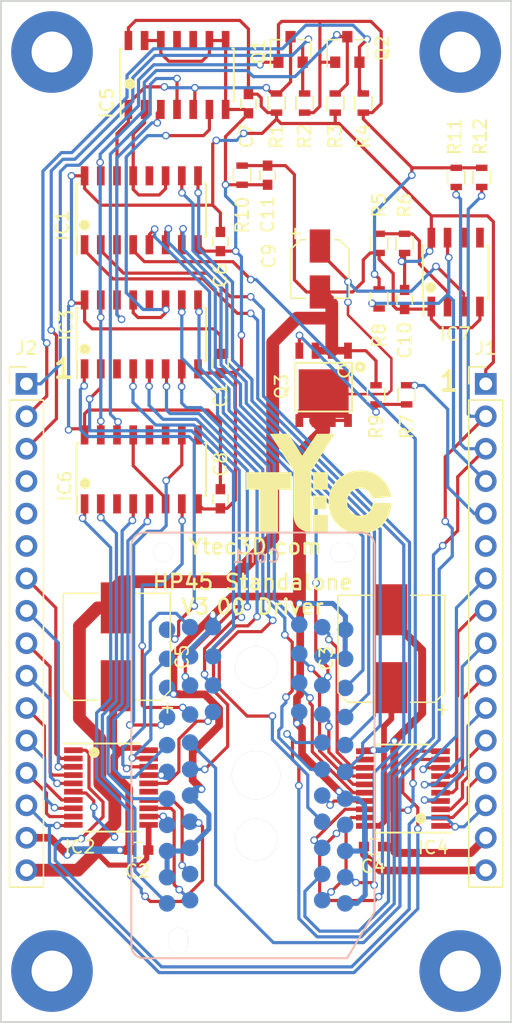
<source format=kicad_pcb>
(kicad_pcb (version 4) (host pcbnew 4.0.6)
  (layers (0 F.Cu signal) (31 B.Cu signal) (34 B.Paste user) (35 F.Paste user) (36 B.SilkS user) (37 F.SilkS user) (38 B.Mask user) (39 F.Mask user) (44 Edge.Cuts user))
  (net 0 "")
  (net 1 AGND)
  (net 2 +12V)
  (net 3 GND)
  (net 4 VHead)
  (net 5 /HGND)
  (net 6 /HA08)
  (net 7 /HP06)
  (net 8 /HP12)
  (net 9 /HP05)
  (net 10 /HA10)
  (net 11 /HA14)
  (net 12 /HA18)
  (net 13 /HA21)
  (net 14 /HA19)
  (net 15 /HA17)
  (net 16 /HA12)
  (net 17 /HP03)
  (net 18 /HA16)
  (net 19 /HP01)
  (net 20 /HA20)
  (net 21 /C10X)
  (net 22 /HP13)
  (net 23 /HA15)
  (net 24 /HP07)
  (net 25 /HP11)
  (net 26 /HP09)
  (net 27 /HA13)
  (net 28 /HA07)
  (net 29 /HA09)
  (net 30 /HP02)
  (net 31 /HA04)
  (net 32 /HP00)
  (net 33 /HA00)
  (net 34 /HA01)
  (net 35 /HP10)
  (net 36 /HA11)
  (net 37 /HP04)
  (net 38 /HA06)
  (net 39 /HA02)
  (net 40 /CTSR)
  (net 41 /HA03)
  (net 42 /HA05)
  (net 43 /HP08)
  (net 44 "Net-(IC1-Pad3)")
  (net 45 "Net-(IC1-Pad11)")
  (net 46 "Net-(IC1-Pad12)")
  (net 47 "Net-(IC1-Pad14)")
  (net 48 /ARST)
  (net 49 /PCLR)
  (net 50 /PCLK)
  (net 51 "Net-(IC2-Pad15)")
  (net 52 "Net-(IC3-Pad3)")
  (net 53 "Net-(IC3-Pad11)")
  (net 54 "Net-(IC3-Pad12)")
  (net 55 "Net-(IC3-Pad14)")
  (net 56 "Net-(IC4-Pad12)")
  (net 57 "Net-(IC5-Pad4)")
  (net 58 "Net-(IC5-Pad10)")
  (net 59 "Net-(IC5-Pad11)")
  (net 60 "Net-(IC6-Pad3)")
  (net 61 "Net-(IC6-Pad13)")
  (net 62 "Net-(IC6-Pad9)")
  (net 63 "Net-(IC6-Pad11)")
  (net 64 "Net-(IC6-Pad12)")
  (net 65 /NCHECK)
  (net 66 "Net-(J1-Pad6)")
  (net 67 "Net-(J2-Pad4)")
  (net 68 "Net-(J2-Pad5)")
  (net 69 "Net-(J2-Pad6)")
  (net 70 +3V3)
  (net 71 /CACLK)
  (net 72 /CARST)
  (net 73 "Net-(Q3-Pad2)")
  (net 74 /HENA)
  (net 75 "Net-(IC7-Pad2)")
  (net 76 "Net-(IC7-Pad5)")
  (net 77 "Net-(IC7-Pad6)")
  (net 78 /CP10)
  (net 79 /CP08)
  (net 80 /CP00)
  (net 81 /CP12)
  (net 82 /CP04)
  (net 83 /CP06)
  (net 84 /CP02)
  (net 85 /CP05)
  (net 86 /CP03)
  (net 87 /CP01)
  (net 88 /CP11)
  (net 89 /CP09)
  (net 90 /CP13)
  (net 91 /CP07)
  (module Housings_SOIC:SOIC-16_3.9x9.9mm_Pitch1.27mm (layer F.Cu) (at 91 46.125 90)
    (fp_text reference IC3 (at 0.725 -5.9 90) (layer F.SilkS))
    (fp_text value HEF4017)
    (pad 1 smd rect (at -2.7 -4.445 90) (size 1.5 0.6) (layers F.Cu F.Paste F.Mask) (net 36 /HA11))
    (pad 2 smd rect (at -2.7 -3.175 90) (size 1.5 0.6) (layers F.Cu F.Paste F.Mask) (net 29 /HA09))
    (pad 3 smd rect (at -2.7 -1.905 90) (size 1.5 0.6) (layers F.Cu F.Paste F.Mask) (net 52 "Net-(IC3-Pad3)"))
    (pad 4 smd rect (at -2.7 -0.635 90) (size 1.5 0.6) (layers F.Cu F.Paste F.Mask) (net 28 /HA07))
    (pad 5 smd rect (at -2.7 0.635 90) (size 1.5 0.6) (layers F.Cu F.Paste F.Mask) (net 42 /HA05))
    (pad 6 smd rect (at -2.7 1.905 90) (size 1.5 0.6) (layers F.Cu F.Paste F.Mask) (net 39 /HA02))
    (pad 7 smd rect (at -2.7 3.175 90) (size 1.5 0.6) (layers F.Cu F.Paste F.Mask) (net 18 /HA16))
    (pad 8 smd rect (at -2.7 4.445 90) (size 1.5 0.6) (layers F.Cu F.Paste F.Mask) (net 1 AGND))
    (pad 9 smd rect (at 2.7 4.445 90) (size 1.5 0.6) (layers F.Cu F.Paste F.Mask) (net 27 /HA13))
    (pad 10 smd rect (at 2.7 3.175 90) (size 1.5 0.6) (layers F.Cu F.Paste F.Mask) (net 20 /HA20))
    (pad 11 smd rect (at 2.7 1.905 90) (size 1.5 0.6) (layers F.Cu F.Paste F.Mask) (net 53 "Net-(IC3-Pad11)"))
    (pad 12 smd rect (at 2.7 0.635 90) (size 1.5 0.6) (layers F.Cu F.Paste F.Mask) (net 54 "Net-(IC3-Pad12)"))
    (pad 13 smd rect (at 2.7 -0.635 90) (size 1.5 0.6) (layers F.Cu F.Paste F.Mask) (net 53 "Net-(IC3-Pad11)"))
    (pad 14 smd rect (at 2.7 -1.905 90) (size 1.5 0.6) (layers F.Cu F.Paste F.Mask) (net 55 "Net-(IC3-Pad14)"))
    (pad 15 smd rect (at 2.7 -3.175 90) (size 1.5 0.6) (layers F.Cu F.Paste F.Mask) (net 48 /ARST))
    (pad 16 smd rect (at 2.7 -4.445 90) (size 1.5 0.6) (layers F.Cu F.Paste F.Mask) (net 2 +12V))
  )
  (module Mounting_Holes:MountingHole_3.2mm_M3_Pad (layer F.Cu) (at 84 24)
    (fp_text reference REF** hide)
    (fp_text value MountingHole_3.2mm_M3_Pad)
    (pad 1 thru_hole circle (at 0 0) (size 6.4 6.4) (drill 3.2) (layers *.Cu *.Mask))
  )
  (module Mounting_Holes:MountingHole_3.2mm_M3_Pad (layer F.Cu) (at 116 24)
    (fp_text reference REF** hide)
    (fp_text value MountingHole_3.2mm_M3_Pad)
    (pad 1 thru_hole circle (at 0 0) (size 6.4 6.4) (drill 3.2) (layers *.Cu *.Mask))
  )
  (module Mounting_Holes:MountingHole_3.2mm_M3_Pad (layer F.Cu) (at 116 96)
    (fp_text reference REF** hide)
    (fp_text value MountingHole_3.2mm_M3_Pad)
    (pad 1 thru_hole circle (at 0 0) (size 6.4 6.4) (drill 3.2) (layers *.Cu *.Mask))
  )
  (module Capacitors_SMD:C_0603 (layer F.Cu) (at 97.2 48.4 270)
    (fp_text reference C1 (at 2.5 0 270) (layer F.SilkS))
    (fp_text value 0.1uF)
    (pad 2 smd rect (at 0.75 0 270) (size 0.8 0.75) (layers F.Cu F.Paste F.Mask) (net 1 AGND))
    (pad 1 smd rect (at -0.75 0 270) (size 0.8 0.75) (layers F.Cu F.Paste F.Mask) (net 2 +12V))
  )
  (module Capacitors_SMD:C_0603 (layer F.Cu) (at 90.8 86.525)
    (fp_text reference C2 (at -0.1 1.65) (layer F.SilkS))
    (fp_text value 1uF)
    (pad 2 smd rect (at 0.75 0) (size 0.8 0.75) (layers F.Cu F.Paste F.Mask) (net 3 GND))
    (pad 1 smd rect (at -0.75 0) (size 0.8 0.75) (layers F.Cu F.Paste F.Mask) (net 4 VHead))
  )
  (module Capacitors_SMD:CP_Elec_8x10 (layer F.Cu) (at 110.6 70.75 90)
    (fp_text reference C3 (at -0.75 -5.1 90) (layer F.SilkS))
    (fp_text value 100uF)
    (fp_text user + (at -4.78 3.9 90) (layer F.SilkS))
    (pad 1 smd rect (at -3.05 0 270) (size 4 2.5) (layers F.Cu F.Paste F.Mask) (net 4 VHead))
    (pad 2 smd rect (at 3.05 0 270) (size 4 2.5) (layers F.Cu F.Paste F.Mask) (net 3 GND))
  )
  (module Capacitors_SMD:C_0603 (layer F.Cu) (at 109.2 86.25)
    (fp_text reference C4 (at -0.025 1.55) (layer F.SilkS))
    (fp_text value 1uF)
    (pad 2 smd rect (at 0.75 0) (size 0.8 0.75) (layers F.Cu F.Paste F.Mask) (net 3 GND))
    (pad 1 smd rect (at -0.75 0) (size 0.8 0.75) (layers F.Cu F.Paste F.Mask) (net 4 VHead))
  )
  (module Capacitors_SMD:C_0603 (layer F.Cu) (at 97.2 38.85 270)
    (fp_text reference C6 (at 2.65 0 270) (layer F.SilkS))
    (fp_text value 0.1uF)
    (pad 2 smd rect (at 0.75 0 270) (size 0.8 0.75) (layers F.Cu F.Paste F.Mask) (net 1 AGND))
    (pad 1 smd rect (at -0.75 0 270) (size 0.8 0.75) (layers F.Cu F.Paste F.Mask) (net 2 +12V))
  )
  (module Capacitors_SMD:C_0603 (layer F.Cu) (at 99.4 28.05 270)
    (fp_text reference C7 (at 2.53 0.15 450) (layer F.SilkS))
    (fp_text value 0.1uF)
    (pad 2 smd rect (at 0.75 0 270) (size 0.8 0.75) (layers F.Cu F.Paste F.Mask) (net 1 AGND))
    (pad 1 smd rect (at -0.75 0 270) (size 0.8 0.75) (layers F.Cu F.Paste F.Mask) (net 2 +12V))
  )
  (module Capacitors_SMD:C_0603 (layer F.Cu) (at 97.2 59 270)
    (fp_text reference C8 (at -2.7 0 270) (layer F.SilkS))
    (fp_text value 0.1uF)
    (pad 2 smd rect (at 0.75 0 270) (size 0.8 0.75) (layers F.Cu F.Paste F.Mask) (net 1 AGND))
    (pad 1 smd rect (at -0.75 0 270) (size 0.8 0.75) (layers F.Cu F.Paste F.Mask) (net 2 +12V))
  )
  (module Capacitors_SMD:CP_Elec_4x5.8 (layer F.Cu) (at 105 41 270)
    (fp_text reference C9 (at -1 4 270) (layer F.SilkS))
    (fp_text value 1uF)
    (fp_text user + (at -2.78 2.01 270) (layer F.SilkS))
    (pad 1 smd rect (at -1.8 0 90) (size 2.6 1.6) (layers F.Cu F.Paste F.Mask) (net 5 /HGND))
    (pad 2 smd rect (at 1.8 0 90) (size 2.6 1.6) (layers F.Cu F.Paste F.Mask) (net 3 GND))
  )
  (module Capacitors_SMD:C_0603 (layer F.Cu) (at 111.639708 43.391646 270)
    (fp_text reference C10 (at 3.2 0 270) (layer F.SilkS))
    (fp_text value 0.1uF)
    (pad 2 smd rect (at 0.75 0 270) (size 0.8 0.75) (layers F.Cu F.Paste F.Mask) (net 3 GND))
    (pad 1 smd rect (at -0.75 0 270) (size 0.8 0.75) (layers F.Cu F.Paste F.Mask) (net 2 +12V))
  )
  (module Capacitors_SMD:C_0603 (layer F.Cu) (at 100.9 33.65 90)
    (fp_text reference C11 (at -3.08 0 90) (layer F.SilkS))
    (fp_text value 0.1uF)
    (pad 2 smd rect (at 0.75 0 90) (size 0.8 0.75) (layers F.Cu F.Paste F.Mask) (net 3 GND))
    (pad 1 smd rect (at -0.75 0 90) (size 0.8 0.75) (layers F.Cu F.Paste F.Mask) (net 1 AGND))
  )
  (module Housings_SOIC:SOIC-16_3.9x9.9mm_Pitch1.27mm (layer F.Cu) (at 91 36.4 90)
    (fp_text reference IC1 (at -1.2 -6.2 90) (layer F.SilkS))
    (fp_text value HEF4017)
    (pad 1 smd rect (at -2.7 -4.445 90) (size 1.5 0.6) (layers F.Cu F.Paste F.Mask) (net 10 /HA10))
    (pad 2 smd rect (at -2.7 -3.175 90) (size 1.5 0.6) (layers F.Cu F.Paste F.Mask) (net 11 /HA14))
    (pad 3 smd rect (at -2.7 -1.905 90) (size 1.5 0.6) (layers F.Cu F.Paste F.Mask) (net 44 "Net-(IC1-Pad3)"))
    (pad 4 smd rect (at -2.7 -0.635 90) (size 1.5 0.6) (layers F.Cu F.Paste F.Mask) (net 16 /HA12))
    (pad 5 smd rect (at -2.7 0.635 90) (size 1.5 0.6) (layers F.Cu F.Paste F.Mask) (net 23 /HA15))
    (pad 6 smd rect (at -2.7 1.905 90) (size 1.5 0.6) (layers F.Cu F.Paste F.Mask) (net 15 /HA17))
    (pad 7 smd rect (at -2.7 3.175 90) (size 1.5 0.6) (layers F.Cu F.Paste F.Mask) (net 14 /HA19))
    (pad 8 smd rect (at -2.7 4.445 90) (size 1.5 0.6) (layers F.Cu F.Paste F.Mask) (net 1 AGND))
    (pad 9 smd rect (at 2.7 4.445 90) (size 1.5 0.6) (layers F.Cu F.Paste F.Mask) (net 12 /HA18))
    (pad 10 smd rect (at 2.7 3.175 90) (size 1.5 0.6) (layers F.Cu F.Paste F.Mask) (net 13 /HA21))
    (pad 11 smd rect (at 2.7 1.905 90) (size 1.5 0.6) (layers F.Cu F.Paste F.Mask) (net 45 "Net-(IC1-Pad11)"))
    (pad 12 smd rect (at 2.7 0.635 90) (size 1.5 0.6) (layers F.Cu F.Paste F.Mask) (net 46 "Net-(IC1-Pad12)"))
    (pad 13 smd rect (at 2.7 -0.635 90) (size 1.5 0.6) (layers F.Cu F.Paste F.Mask) (net 45 "Net-(IC1-Pad11)"))
    (pad 14 smd rect (at 2.7 -1.905 90) (size 1.5 0.6) (layers F.Cu F.Paste F.Mask) (net 47 "Net-(IC1-Pad14)"))
    (pad 15 smd rect (at 2.7 -3.175 90) (size 1.5 0.6) (layers F.Cu F.Paste F.Mask) (net 48 /ARST))
    (pad 16 smd rect (at 2.7 -4.445 90) (size 1.5 0.6) (layers F.Cu F.Paste F.Mask) (net 2 +12V))
  )
  (module Housings_SSOP:TSSOP-20_4.4x6.5mm_Pitch0.65mm (layer F.Cu) (at 88.625 81.625)
    (fp_text reference IC2 (at -2.425 4.65) (layer F.SilkS))
    (fp_text value TLC59213)
    (pad 1 smd rect (at -2.95 -2.925) (size 1.45 0.45) (layers F.Cu F.Paste F.Mask) (net 49 /PCLR))
    (pad 2 smd rect (at -2.95 -2.275) (size 1.45 0.45) (layers F.Cu F.Paste F.Mask) (net 78 /CP10))
    (pad 3 smd rect (at -2.95 -1.625) (size 1.45 0.45) (layers F.Cu F.Paste F.Mask) (net 79 /CP08))
    (pad 4 smd rect (at -2.95 -0.975) (size 1.45 0.45) (layers F.Cu F.Paste F.Mask) (net 80 /CP00))
    (pad 5 smd rect (at -2.95 -0.325) (size 1.45 0.45) (layers F.Cu F.Paste F.Mask) (net 81 /CP12))
    (pad 6 smd rect (at -2.95 0.325) (size 1.45 0.45) (layers F.Cu F.Paste F.Mask) (net 3 GND))
    (pad 7 smd rect (at -2.95 0.975) (size 1.45 0.45) (layers F.Cu F.Paste F.Mask) (net 82 /CP04))
    (pad 8 smd rect (at -2.95 1.625) (size 1.45 0.45) (layers F.Cu F.Paste F.Mask) (net 83 /CP06))
    (pad 9 smd rect (at -2.95 2.275) (size 1.45 0.45) (layers F.Cu F.Paste F.Mask) (net 84 /CP02))
    (pad 10 smd rect (at -2.95 2.925) (size 1.45 0.45) (layers F.Cu F.Paste F.Mask) (net 50 /PCLK))
    (pad 11 smd rect (at 2.95 2.925) (size 1.45 0.45) (layers F.Cu F.Paste F.Mask) (net 3 GND))
    (pad 12 smd rect (at 2.95 2.275) (size 1.45 0.45) (layers F.Cu F.Paste F.Mask) (net 30 /HP02))
    (pad 13 smd rect (at 2.95 1.625) (size 1.45 0.45) (layers F.Cu F.Paste F.Mask) (net 7 /HP06))
    (pad 14 smd rect (at 2.95 0.975) (size 1.45 0.45) (layers F.Cu F.Paste F.Mask) (net 37 /HP04))
    (pad 15 smd rect (at 2.95 0.325) (size 1.45 0.45) (layers F.Cu F.Paste F.Mask) (net 51 "Net-(IC2-Pad15)"))
    (pad 16 smd rect (at 2.95 -0.325) (size 1.45 0.45) (layers F.Cu F.Paste F.Mask) (net 8 /HP12))
    (pad 17 smd rect (at 2.95 -0.975) (size 1.45 0.45) (layers F.Cu F.Paste F.Mask) (net 32 /HP00))
    (pad 18 smd rect (at 2.95 -1.625) (size 1.45 0.45) (layers F.Cu F.Paste F.Mask) (net 43 /HP08))
    (pad 19 smd rect (at 2.95 -2.275) (size 1.45 0.45) (layers F.Cu F.Paste F.Mask) (net 35 /HP10))
    (pad 20 smd rect (at 2.95 -2.925) (size 1.45 0.45) (layers F.Cu F.Paste F.Mask) (net 4 VHead))
  )
  (module Housings_SSOP:TSSOP-20_4.4x6.5mm_Pitch0.65mm (layer F.Cu) (at 111.506 81.705 180)
    (fp_text reference IC4 (at -2.375 -4.625 180) (layer F.SilkS))
    (fp_text value TLC59213)
    (pad 1 smd rect (at -2.95 -2.925 180) (size 1.45 0.45) (layers F.Cu F.Paste F.Mask) (net 49 /PCLR))
    (pad 2 smd rect (at -2.95 -2.275 180) (size 1.45 0.45) (layers F.Cu F.Paste F.Mask) (net 85 /CP05))
    (pad 3 smd rect (at -2.95 -1.625 180) (size 1.45 0.45) (layers F.Cu F.Paste F.Mask) (net 86 /CP03))
    (pad 4 smd rect (at -2.95 -0.975 180) (size 1.45 0.45) (layers F.Cu F.Paste F.Mask) (net 87 /CP01))
    (pad 5 smd rect (at -2.95 -0.325 180) (size 1.45 0.45) (layers F.Cu F.Paste F.Mask) (net 88 /CP11))
    (pad 6 smd rect (at -2.95 0.325 180) (size 1.45 0.45) (layers F.Cu F.Paste F.Mask) (net 89 /CP09))
    (pad 7 smd rect (at -2.95 0.975 180) (size 1.45 0.45) (layers F.Cu F.Paste F.Mask) (net 90 /CP13))
    (pad 8 smd rect (at -2.95 1.625 180) (size 1.45 0.45) (layers F.Cu F.Paste F.Mask) (net 91 /CP07))
    (pad 9 smd rect (at -2.95 2.275 180) (size 1.45 0.45) (layers F.Cu F.Paste F.Mask) (net 3 GND))
    (pad 10 smd rect (at -2.95 2.925 180) (size 1.45 0.45) (layers F.Cu F.Paste F.Mask) (net 50 /PCLK))
    (pad 11 smd rect (at 2.95 2.925 180) (size 1.45 0.45) (layers F.Cu F.Paste F.Mask) (net 3 GND))
    (pad 12 smd rect (at 2.95 2.275 180) (size 1.45 0.45) (layers F.Cu F.Paste F.Mask) (net 56 "Net-(IC4-Pad12)"))
    (pad 13 smd rect (at 2.95 1.625 180) (size 1.45 0.45) (layers F.Cu F.Paste F.Mask) (net 24 /HP07))
    (pad 14 smd rect (at 2.95 0.975 180) (size 1.45 0.45) (layers F.Cu F.Paste F.Mask) (net 22 /HP13))
    (pad 15 smd rect (at 2.95 0.325 180) (size 1.45 0.45) (layers F.Cu F.Paste F.Mask) (net 26 /HP09))
    (pad 16 smd rect (at 2.95 -0.325 180) (size 1.45 0.45) (layers F.Cu F.Paste F.Mask) (net 25 /HP11))
    (pad 17 smd rect (at 2.95 -0.975 180) (size 1.45 0.45) (layers F.Cu F.Paste F.Mask) (net 19 /HP01))
    (pad 18 smd rect (at 2.95 -1.625 180) (size 1.45 0.45) (layers F.Cu F.Paste F.Mask) (net 17 /HP03))
    (pad 19 smd rect (at 2.95 -2.275 180) (size 1.45 0.45) (layers F.Cu F.Paste F.Mask) (net 9 /HP05))
    (pad 20 smd rect (at 2.95 -2.925 180) (size 1.45 0.45) (layers F.Cu F.Paste F.Mask) (net 4 VHead))
  )
  (module Housings_SOIC:SOIC-14_3.9x8.7mm_Pitch1.27mm (layer F.Cu) (at 93.8 25.8 90)
    (fp_text reference IC5 (at -2.2 -5.5 90) (layer F.SilkS))
    (fp_text value HCF4081)
    (pad 1 smd rect (at -2.7 -3.81 90) (size 1.5 0.6) (layers F.Cu F.Paste F.Mask) (net 47 "Net-(IC1-Pad14)"))
    (pad 2 smd rect (at -2.7 -2.54 90) (size 1.5 0.6) (layers F.Cu F.Paste F.Mask) (net 45 "Net-(IC1-Pad11)"))
    (pad 3 smd rect (at -2.7 -1.27 90) (size 1.5 0.6) (layers F.Cu F.Paste F.Mask) (net 55 "Net-(IC3-Pad14)"))
    (pad 4 smd rect (at -2.7 0 90) (size 1.5 0.6) (layers F.Cu F.Paste F.Mask) (net 57 "Net-(IC5-Pad4)"))
    (pad 5 smd rect (at -2.7 1.27 90) (size 1.5 0.6) (layers F.Cu F.Paste F.Mask) (net 47 "Net-(IC1-Pad14)"))
    (pad 6 smd rect (at -2.7 2.54 90) (size 1.5 0.6) (layers F.Cu F.Paste F.Mask) (net 53 "Net-(IC3-Pad11)"))
    (pad 7 smd rect (at -2.7 3.81 90) (size 1.5 0.6) (layers F.Cu F.Paste F.Mask) (net 1 AGND))
    (pad 8 smd rect (at 2.7 3.81 90) (size 1.5 0.6) (layers F.Cu F.Paste F.Mask) (net 1 AGND))
    (pad 9 smd rect (at 2.7 2.54 90) (size 1.5 0.6) (layers F.Cu F.Paste F.Mask) (net 1 AGND))
    (pad 10 smd rect (at 2.7 1.27 90) (size 1.5 0.6) (layers F.Cu F.Paste F.Mask) (net 58 "Net-(IC5-Pad10)"))
    (pad 11 smd rect (at 2.7 0 90) (size 1.5 0.6) (layers F.Cu F.Paste F.Mask) (net 59 "Net-(IC5-Pad11)"))
    (pad 12 smd rect (at 2.7 -1.27 90) (size 1.5 0.6) (layers F.Cu F.Paste F.Mask) (net 1 AGND))
    (pad 13 smd rect (at 2.7 -2.54 90) (size 1.5 0.6) (layers F.Cu F.Paste F.Mask) (net 1 AGND))
    (pad 14 smd rect (at 2.7 -3.81 90) (size 1.5 0.6) (layers F.Cu F.Paste F.Mask) (net 2 +12V))
  )
  (module Housings_SOIC:SOIC-16_3.9x9.9mm_Pitch1.27mm (layer F.Cu) (at 91 56.7 90)
    (fp_text reference IC6 (at -1.3 -6 90) (layer F.SilkS))
    (fp_text value HEF4017)
    (pad 1 smd rect (at -2.7 -4.445 90) (size 1.5 0.6) (layers F.Cu F.Paste F.Mask) (net 38 /HA06))
    (pad 2 smd rect (at -2.7 -3.175 90) (size 1.5 0.6) (layers F.Cu F.Paste F.Mask) (net 6 /HA08))
    (pad 3 smd rect (at -2.7 -1.905 90) (size 1.5 0.6) (layers F.Cu F.Paste F.Mask) (net 60 "Net-(IC6-Pad3)"))
    (pad 4 smd rect (at -2.7 -0.635 90) (size 1.5 0.6) (layers F.Cu F.Paste F.Mask) (net 31 /HA04))
    (pad 5 smd rect (at -2.7 0.635 90) (size 1.5 0.6) (layers F.Cu F.Paste F.Mask) (net 33 /HA00))
    (pad 6 smd rect (at -2.7 1.905 90) (size 1.5 0.6) (layers F.Cu F.Paste F.Mask) (net 61 "Net-(IC6-Pad13)"))
    (pad 7 smd rect (at -2.7 3.175 90) (size 1.5 0.6) (layers F.Cu F.Paste F.Mask) (net 41 /HA03))
    (pad 8 smd rect (at -2.7 4.445 90) (size 1.5 0.6) (layers F.Cu F.Paste F.Mask) (net 1 AGND))
    (pad 9 smd rect (at 2.7 4.445 90) (size 1.5 0.6) (layers F.Cu F.Paste F.Mask) (net 62 "Net-(IC6-Pad9)"))
    (pad 10 smd rect (at 2.7 3.175 90) (size 1.5 0.6) (layers F.Cu F.Paste F.Mask) (net 34 /HA01))
    (pad 11 smd rect (at 2.7 1.905 90) (size 1.5 0.6) (layers F.Cu F.Paste F.Mask) (net 63 "Net-(IC6-Pad11)"))
    (pad 12 smd rect (at 2.7 0.635 90) (size 1.5 0.6) (layers F.Cu F.Paste F.Mask) (net 64 "Net-(IC6-Pad12)"))
    (pad 13 smd rect (at 2.7 -0.635 90) (size 1.5 0.6) (layers F.Cu F.Paste F.Mask) (net 61 "Net-(IC6-Pad13)"))
    (pad 14 smd rect (at 2.7 -1.905 90) (size 1.5 0.6) (layers F.Cu F.Paste F.Mask) (net 57 "Net-(IC5-Pad4)"))
    (pad 15 smd rect (at 2.7 -3.175 90) (size 1.5 0.6) (layers F.Cu F.Paste F.Mask) (net 48 /ARST))
    (pad 16 smd rect (at 2.7 -4.445 90) (size 1.5 0.6) (layers F.Cu F.Paste F.Mask) (net 2 +12V))
  )
  (module Housings_SOIC:SOIC-8_3.9x4.9mm_Pitch1.27mm (layer F.Cu) (at 115.639708 41.241646 90)
    (fp_text reference IC7 (at -4.858354 -0.039708 180) (layer F.SilkS))
    (fp_text value LM311)
    (pad 1 smd rect (at -2.7 -1.905 90) (size 1.55 0.6) (layers F.Cu F.Paste F.Mask) (net 3 GND))
    (pad 2 smd rect (at -2.7 -0.635 90) (size 1.55 0.6) (layers F.Cu F.Paste F.Mask) (net 75 "Net-(IC7-Pad2)"))
    (pad 3 smd rect (at -2.7 0.635 90) (size 1.55 0.6) (layers F.Cu F.Paste F.Mask) (net 5 /HGND))
    (pad 4 smd rect (at -2.7 1.905 90) (size 1.55 0.6) (layers F.Cu F.Paste F.Mask) (net 3 GND))
    (pad 5 smd rect (at 2.7 1.905 90) (size 1.55 0.6) (layers F.Cu F.Paste F.Mask) (net 76 "Net-(IC7-Pad5)"))
    (pad 6 smd rect (at 2.7 0.635 90) (size 1.55 0.6) (layers F.Cu F.Paste F.Mask) (net 77 "Net-(IC7-Pad6)"))
    (pad 7 smd rect (at 2.7 -0.635 90) (size 1.55 0.6) (layers F.Cu F.Paste F.Mask) (net 65 /NCHECK))
    (pad 8 smd rect (at 2.7 -1.905 90) (size 1.55 0.6) (layers F.Cu F.Paste F.Mask) (net 2 +12V))
  )
  (module TO_SOT_Packages_SMD:SOT-23 (layer F.Cu) (at 102.7 23.8 90)
    (fp_text reference Q1 (at -0.2 -2.5 90) (layer F.SilkS))
    (fp_text value Q_NMOS_GSD)
    (pad 1 smd rect (at -1 -0.95 90) (size 0.9 0.8) (layers F.Cu F.Paste F.Mask) (net 70 +3V3))
    (pad 2 smd rect (at -1 0.95 90) (size 0.9 0.8) (layers F.Cu F.Paste F.Mask) (net 71 /CACLK))
    (pad 3 smd rect (at 1 0 90) (size 0.9 0.8) (layers F.Cu F.Paste F.Mask) (net 47 "Net-(IC1-Pad14)"))
  )
  (module TO_SOT_Packages_SMD:SOT-23 (layer F.Cu) (at 107.15 23.8 90)
    (fp_text reference Q2 (at 0.1 2.75 270) (layer F.SilkS))
    (fp_text value Q_NMOS_GSD)
    (pad 1 smd rect (at -1 -0.95 90) (size 0.9 0.8) (layers F.Cu F.Paste F.Mask) (net 70 +3V3))
    (pad 2 smd rect (at -1 0.95 90) (size 0.9 0.8) (layers F.Cu F.Paste F.Mask) (net 72 /CARST))
    (pad 3 smd rect (at 1 0 90) (size 0.9 0.8) (layers F.Cu F.Paste F.Mask) (net 48 /ARST))
  )
  (module Electronics:SO-8_PowerPAK (layer F.Cu) (at 107.835 46.765 270)
    (fp_text reference Q3 (at 3.435 5.835 270) (layer F.SilkS))
    (fp_text value Q_NMOS_SGD)
    (pad 3 smd rect (at 6.1 0.635 270) (size 1.02 0.61) (layers F.Cu F.Paste F.Mask) (net 5 /HGND))
    (pad 3 smd rect (at 6.1 1.905 270) (size 1.02 0.61) (layers F.Cu F.Paste F.Mask) (net 5 /HGND))
    (pad 3 smd rect (at 6.1 3.175 270) (size 1.02 0.61) (layers F.Cu F.Paste F.Mask) (net 5 /HGND))
    (pad 3 smd rect (at 6.1 4.445 270) (size 1.02 0.61) (layers F.Cu F.Paste F.Mask) (net 5 /HGND))
    (pad 2 smd rect (at 0.635 4.445 270) (size 1.27 0.61) (layers F.Cu F.Paste F.Mask) (net 73 "Net-(Q3-Pad2)"))
    (pad 1 smd rect (at 0.635 3.175 270) (size 1.27 0.61) (layers F.Cu F.Paste F.Mask) (net 3 GND))
    (pad 1 smd rect (at 0.635 1.905 270) (size 1.27 0.61) (layers F.Cu F.Paste F.Mask) (net 3 GND))
    (pad 1 smd rect (at 0.635 0.635 270) (size 1.27 0.61) (layers F.Cu F.Paste F.Mask) (net 3 GND))
    (pad 3 smd rect (at 4 2.54 270) (size 3.81 3.91) (layers F.Cu F.Paste F.Mask) (net 5 /HGND))
  )
  (module Resistors_SMD:R_0603 (layer F.Cu) (at 101.6 28 270)
    (fp_text reference R1 (at 2.6 0 270) (layer F.SilkS))
    (fp_text value 2.2k)
    (pad 1 smd rect (at -0.75 0 270) (size 0.5 0.9) (layers F.Cu F.Paste F.Mask) (net 47 "Net-(IC1-Pad14)"))
    (pad 2 smd rect (at 0.75 0 270) (size 0.5 0.9) (layers F.Cu F.Paste F.Mask) (net 2 +12V))
  )
  (module Resistors_SMD:R_0603 (layer F.Cu) (at 103.8 28 270)
    (fp_text reference R2 (at 2.6 0 270) (layer F.SilkS))
    (fp_text value 2.2k)
    (pad 1 smd rect (at -0.75 0 270) (size 0.5 0.9) (layers F.Cu F.Paste F.Mask) (net 71 /CACLK))
    (pad 2 smd rect (at 0.75 0 270) (size 0.5 0.9) (layers F.Cu F.Paste F.Mask) (net 70 +3V3))
  )
  (module Resistors_SMD:R_0603 (layer F.Cu) (at 106.2 28 270)
    (fp_text reference R3 (at 2.6 0 270) (layer F.SilkS))
    (fp_text value 2.2k)
    (pad 1 smd rect (at -0.75 0 270) (size 0.5 0.9) (layers F.Cu F.Paste F.Mask) (net 48 /ARST))
    (pad 2 smd rect (at 0.75 0 270) (size 0.5 0.9) (layers F.Cu F.Paste F.Mask) (net 2 +12V))
  )
  (module Resistors_SMD:R_0603 (layer F.Cu) (at 108.4 28 270)
    (fp_text reference R4 (at 2.6 0 270) (layer F.SilkS))
    (fp_text value 2.2k)
    (pad 1 smd rect (at -0.75 0 270) (size 0.5 0.9) (layers F.Cu F.Paste F.Mask) (net 72 /CARST))
    (pad 2 smd rect (at 0.75 0 270) (size 0.5 0.9) (layers F.Cu F.Paste F.Mask) (net 70 +3V3))
  )
  (module Resistors_SMD:R_0603 (layer F.Cu) (at 109.639708 38.991646 270)
    (fp_text reference R5 (at -2.991646 0 270) (layer F.SilkS))
    (fp_text value 1.2k)
    (pad 1 smd rect (at -0.75 0 270) (size 0.5 0.9) (layers F.Cu F.Paste F.Mask) (net 75 "Net-(IC7-Pad2)"))
    (pad 2 smd rect (at 0.75 0 270) (size 0.5 0.9) (layers F.Cu F.Paste F.Mask) (net 3 GND))
  )
  (module Resistors_SMD:R_0603 (layer F.Cu) (at 111.639708 38.991646 90)
    (fp_text reference R6 (at 2.991646 0 90) (layer F.SilkS))
    (fp_text value 10k)
    (pad 1 smd rect (at -0.75 0 90) (size 0.5 0.9) (layers F.Cu F.Paste F.Mask) (net 2 +12V))
    (pad 2 smd rect (at 0.75 0 90) (size 0.5 0.9) (layers F.Cu F.Paste F.Mask) (net 75 "Net-(IC7-Pad2)"))
  )
  (module Resistors_SMD:R_0603 (layer F.Cu) (at 111.8 50.857029 90)
    (fp_text reference R7 (at -2.5 0 90) (layer F.SilkS))
    (fp_text value 330)
    (pad 1 smd rect (at -0.75 0 90) (size 0.5 0.9) (layers F.Cu F.Paste F.Mask) (net 73 "Net-(Q3-Pad2)"))
    (pad 2 smd rect (at 0.75 0 90) (size 0.5 0.9) (layers F.Cu F.Paste F.Mask) (net 74 /HENA))
  )
  (module Resistors_SMD:R_0603 (layer F.Cu) (at 109.639708 43.341646 270)
    (fp_text reference R8 (at 2.858354 0 270) (layer F.SilkS))
    (fp_text value 10k)
    (pad 1 smd rect (at -0.75 0 270) (size 0.5 0.9) (layers F.Cu F.Paste F.Mask) (net 70 +3V3))
    (pad 2 smd rect (at 0.75 0 270) (size 0.5 0.9) (layers F.Cu F.Paste F.Mask) (net 65 /NCHECK))
  )
  (module Resistors_SMD:R_0603 (layer F.Cu) (at 109.4 50.857029 270)
    (fp_text reference R9 (at 2.5 0 270) (layer F.SilkS))
    (fp_text value 2.2k)
    (pad 1 smd rect (at -0.75 0 270) (size 0.5 0.9) (layers F.Cu F.Paste F.Mask) (net 3 GND))
    (pad 2 smd rect (at 0.75 0 270) (size 0.5 0.9) (layers F.Cu F.Paste F.Mask) (net 73 "Net-(Q3-Pad2)"))
  )
  (module Resistors_SMD:R_0603 (layer F.Cu) (at 98.9 33.65 90)
    (fp_text reference R10 (at -3.12 0.01 90) (layer F.SilkS))
    (fp_text value 2.2k)
    (pad 1 smd rect (at -0.75 0 90) (size 0.5 0.9) (layers F.Cu F.Paste F.Mask) (net 1 AGND))
    (pad 2 smd rect (at 0.75 0 90) (size 0.5 0.9) (layers F.Cu F.Paste F.Mask) (net 3 GND))
  )
  (module Resistors_SMD:R_0603 (layer F.Cu) (at 115.685219 33.823175 90)
    (fp_text reference R11 (at 3.2 -0.118027 90) (layer F.SilkS))
    (fp_text value 330)
    (pad 1 smd rect (at -0.75 0 90) (size 0.5 0.9) (layers F.Cu F.Paste F.Mask) (net 21 /C10X))
    (pad 2 smd rect (at 0.75 0 90) (size 0.5 0.9) (layers F.Cu F.Paste F.Mask) (net 70 +3V3))
  )
  (module Resistors_SMD:R_0603 (layer F.Cu) (at 117.685219 33.823175 90)
    (fp_text reference R12 (at 3.2 -0.118027 90) (layer F.SilkS))
    (fp_text value 330)
    (pad 1 smd rect (at -0.75 0 90) (size 0.5 0.9) (layers F.Cu F.Paste F.Mask) (net 40 /CTSR))
    (pad 2 smd rect (at 0.75 0 90) (size 0.5 0.9) (layers F.Cu F.Paste F.Mask) (net 70 +3V3))
  )
  (module Mounting_Holes:MountingHole_3.2mm_M3_Pad (layer F.Cu) (at 84 96)
    (fp_text reference REF** hide)
    (fp_text value MountingHole_3.2mm_M3_Pad)
    (pad 1 thru_hole circle (at 0 0) (size 6.4 6.4) (drill 3.2) (layers *.Cu *.Mask))
  )
  (module Socket_Strips:Socket_Strip_Straight_1x16_Pitch2.54mm (layer F.Cu) (at 118 50)
    (fp_text reference J1 (at 0 -2.8) (layer F.SilkS))
    (fp_text value CONN_01X16)
    (pad 1 thru_hole rect (at 0 0) (size 1.7 1.7) (drill 1) (layers *.Cu *.Mask) (net 2 +12V))
    (pad 2 thru_hole oval (at 0 2.54) (size 1.7 1.7) (drill 1) (layers *.Cu *.Mask) (net 40 /CTSR))
    (pad 3 thru_hole oval (at 0 5.08) (size 1.7 1.7) (drill 1) (layers *.Cu *.Mask) (net 21 /C10X))
    (pad 4 thru_hole oval (at 0 7.62) (size 1.7 1.7) (drill 1) (layers *.Cu *.Mask) (net 65 /NCHECK))
    (pad 5 thru_hole oval (at 0 10.16) (size 1.7 1.7) (drill 1) (layers *.Cu *.Mask) (net 74 /HENA))
    (pad 6 thru_hole oval (at 0 12.7) (size 1.7 1.7) (drill 1) (layers *.Cu *.Mask) (net 66 "Net-(J1-Pad6)"))
    (pad 7 thru_hole oval (at 0 15.24) (size 1.7 1.7) (drill 1) (layers *.Cu *.Mask) (net 91 /CP07))
    (pad 8 thru_hole oval (at 0 17.78) (size 1.7 1.7) (drill 1) (layers *.Cu *.Mask) (net 90 /CP13))
    (pad 9 thru_hole oval (at 0 20.32) (size 1.7 1.7) (drill 1) (layers *.Cu *.Mask) (net 89 /CP09))
    (pad 10 thru_hole oval (at 0 22.86) (size 1.7 1.7) (drill 1) (layers *.Cu *.Mask) (net 88 /CP11))
    (pad 11 thru_hole oval (at 0 25.4) (size 1.7 1.7) (drill 1) (layers *.Cu *.Mask) (net 87 /CP01))
    (pad 12 thru_hole oval (at 0 27.94) (size 1.7 1.7) (drill 1) (layers *.Cu *.Mask) (net 86 /CP03))
    (pad 13 thru_hole oval (at 0 30.48) (size 1.7 1.7) (drill 1) (layers *.Cu *.Mask) (net 85 /CP05))
    (pad 14 thru_hole oval (at 0 33.02) (size 1.7 1.7) (drill 1) (layers *.Cu *.Mask) (net 49 /PCLR))
    (pad 15 thru_hole oval (at 0 35.56) (size 1.7 1.7) (drill 1) (layers *.Cu *.Mask) (net 3 GND))
    (pad 16 thru_hole oval (at 0 38.1) (size 1.7 1.7) (drill 1) (layers *.Cu *.Mask) (net 4 VHead))
  )
  (module Socket_Strips:Socket_Strip_Straight_1x16_Pitch2.54mm (layer F.Cu) (at 82 50)
    (fp_text reference J2 (at 0 -2.8) (layer F.SilkS))
    (fp_text value CONN_01X16)
    (pad 1 thru_hole rect (at 0 0) (size 1.7 1.7) (drill 1) (layers *.Cu *.Mask) (net 70 +3V3))
    (pad 2 thru_hole oval (at 0 2.54) (size 1.7 1.7) (drill 1) (layers *.Cu *.Mask) (net 72 /CARST))
    (pad 3 thru_hole oval (at 0 5.08) (size 1.7 1.7) (drill 1) (layers *.Cu *.Mask) (net 71 /CACLK))
    (pad 4 thru_hole oval (at 0 7.62) (size 1.7 1.7) (drill 1) (layers *.Cu *.Mask) (net 67 "Net-(J2-Pad4)"))
    (pad 5 thru_hole oval (at 0 10.16) (size 1.7 1.7) (drill 1) (layers *.Cu *.Mask) (net 68 "Net-(J2-Pad5)"))
    (pad 6 thru_hole oval (at 0 12.7) (size 1.7 1.7) (drill 1) (layers *.Cu *.Mask) (net 69 "Net-(J2-Pad6)"))
    (pad 7 thru_hole oval (at 0 15.24) (size 1.7 1.7) (drill 1) (layers *.Cu *.Mask) (net 78 /CP10))
    (pad 8 thru_hole oval (at 0 17.78) (size 1.7 1.7) (drill 1) (layers *.Cu *.Mask) (net 79 /CP08))
    (pad 9 thru_hole oval (at 0 20.32) (size 1.7 1.7) (drill 1) (layers *.Cu *.Mask) (net 80 /CP00))
    (pad 10 thru_hole oval (at 0 22.86) (size 1.7 1.7) (drill 1) (layers *.Cu *.Mask) (net 81 /CP12))
    (pad 11 thru_hole oval (at 0 25.4) (size 1.7 1.7) (drill 1) (layers *.Cu *.Mask) (net 82 /CP04))
    (pad 12 thru_hole oval (at 0 27.94) (size 1.7 1.7) (drill 1) (layers *.Cu *.Mask) (net 83 /CP06))
    (pad 13 thru_hole oval (at 0 30.48) (size 1.7 1.7) (drill 1) (layers *.Cu *.Mask) (net 84 /CP02))
    (pad 14 thru_hole oval (at 0 33.02) (size 1.7 1.7) (drill 1) (layers *.Cu *.Mask) (net 50 /PCLK))
    (pad 15 thru_hole oval (at 0 35.56) (size 1.7 1.7) (drill 1) (layers *.Cu *.Mask) (net 4 VHead))
    (pad 16 thru_hole oval (at 0 38.1) (size 1.7 1.7) (drill 1) (layers *.Cu *.Mask) (net 3 GND))
  )
  (module Capacitors_SMD:CP_Elec_8x10 (layer F.Cu) (at 89.075 70.6 90)
    (fp_text reference C5 (at -0.8 5.125 90) (layer F.SilkS))
    (fp_text value 100uF)
    (fp_text user + (at -4.78 3.9 90) (layer F.SilkS))
    (pad 1 smd rect (at -3.05 0 270) (size 4 2.5) (layers F.Cu F.Paste F.Mask) (net 4 VHead))
    (pad 2 smd rect (at 3.05 0 270) (size 4 2.5) (layers F.Cu F.Paste F.Mask) (net 3 GND))
  )
  (module Electronics:Ytec_Logo (layer F.Cu) (at 104.925 57.825)
    (fp_text reference G*** hide)
    (fp_text value LOGO hide)
  )
  (module Electronics:HP45_SMD_connector (layer B.Cu) (at 100 95 180)
    (fp_text reference Con1 (at 0 31.5 180) (layer B.SilkS) (effects (justify mirror)))
    (fp_text value HP45_connector)
    (pad "" thru_hole oval (at 7.3 31.8 180) (size 1.5 1.5) (drill oval 1.5) (layers *.Cu *.Mask))
    (pad "" thru_hole oval (at -6.8 31.8 180) (size 2 1.5) (drill oval 2 1.5) (layers *.Cu *.Mask))
    (pad "" thru_hole circle (at 0 22.8 180) (size 3.3 3.3) (drill 3.3) (layers *.Cu *.Mask))
    (pad "" thru_hole circle (at 0 14.35 180) (size 3.8 3.8) (drill 3.8) (layers *.Cu *.Mask))
    (pad 1 smd circle (at 6.98 4.3 180) (size 1.3 1.3) (layers B.Cu B.Paste B.Mask) (net 6 /HA08))
    (pad 3 smd circle (at 5.18 4.55 180) (size 1.3 1.3) (layers B.Cu B.Paste B.Mask) (net 7 /HP06))
    (pad 33 smd circle (at 3.38 19.3 180) (size 1.3 1.3) (layers B.Cu B.Paste B.Mask) (net 8 /HP12))
    (pad 2 smd circle (at -6.98 4.3 180) (size 1.3 1.3) (layers B.Cu B.Paste B.Mask) (net 5 /HGND))
    (pad 4 smd circle (at -5.18 4.55 180) (size 1.3 1.3) (layers B.Cu B.Paste B.Mask) (net 9 /HP05))
    (pad 6 smd circle (at -6.98 6.35 180) (size 1.3 1.3) (layers B.Cu B.Paste B.Mask) (net 10 /HA10))
    (pad 10 smd circle (at -6.98 8.4 180) (size 1.3 1.3) (layers B.Cu B.Paste B.Mask) (net 5 /HGND))
    (pad 14 smd circle (at -6.98 10.45 180) (size 1.3 1.3) (layers B.Cu B.Paste B.Mask) (net 11 /HA14))
    (pad 18 smd circle (at -6.98 12.5 180) (size 1.3 1.3) (layers B.Cu B.Paste B.Mask) (net 5 /HGND))
    (pad 22 smd circle (at -6.98 14.6 180) (size 1.3 1.3) (layers B.Cu B.Paste B.Mask) (net 12 /HA18))
    (pad 26 smd circle (at -6.98 16.7 180) (size 1.3 1.3) (layers B.Cu B.Paste B.Mask) (net 13 /HA21))
    (pad 30 smd circle (at -6.98 18.9 180) (size 1.3 1.3) (layers B.Cu B.Paste B.Mask) (net 14 /HA19))
    (pad 36 smd circle (at -6.98 21.18 180) (size 1.3 1.3) (layers B.Cu B.Paste B.Mask) (net 15 /HA17))
    (pad 42 smd circle (at -6.98 23.46 180) (size 1.3 1.3) (layers B.Cu B.Paste B.Mask) (net 5 /HGND))
    (pad 48 smd circle (at -6.98 25.74 180) (size 1.3 1.3) (layers B.Cu B.Paste B.Mask) (net 5 /HGND))
    (pad 8 smd circle (at -5.18 6.6 180) (size 1.3 1.3) (layers B.Cu B.Paste B.Mask) (net 16 /HA12))
    (pad 12 smd circle (at -5.18 8.65 180) (size 1.3 1.3) (layers B.Cu B.Paste B.Mask) (net 17 /HP03))
    (pad 16 smd circle (at -5.18 10.7 180) (size 1.3 1.3) (layers B.Cu B.Paste B.Mask) (net 18 /HA16))
    (pad 20 smd circle (at -5.18 12.75 180) (size 1.3 1.3) (layers B.Cu B.Paste B.Mask) (net 19 /HP01))
    (pad 24 smd circle (at -5.18 14.8 180) (size 1.3 1.3) (layers B.Cu B.Paste B.Mask) (net 20 /HA20))
    (pad 28 smd circle (at -5.18 16.9 180) (size 1.3 1.3) (layers B.Cu B.Paste B.Mask) (net 21 /C10X))
    (pad 32 smd circle (at -5.18 19.1 180) (size 1.3 1.3) (layers B.Cu B.Paste B.Mask) (net 22 /HP13))
    (pad 38 smd circle (at -5.18 21.38 180) (size 1.3 1.3) (layers B.Cu B.Paste B.Mask) (net 23 /HA15))
    (pad 44 smd circle (at -5.18 23.66 180) (size 1.3 1.3) (layers B.Cu B.Paste B.Mask) (net 5 /HGND))
    (pad 50 smd circle (at -5.18 25.94 180) (size 1.3 1.3) (layers B.Cu B.Paste B.Mask) (net 24 /HP07))
    (pad 34 smd circle (at -3.38 19.3 180) (size 1.3 1.3) (layers B.Cu B.Paste B.Mask) (net 5 /HGND))
    (pad 40 smd circle (at -3.38 21.58 180) (size 1.3 1.3) (layers B.Cu B.Paste B.Mask) (net 25 /HP11))
    (pad 46 smd circle (at -3.38 23.86 180) (size 1.3 1.3) (layers B.Cu B.Paste B.Mask) (net 26 /HP09))
    (pad 52 smd circle (at -3.38 26.14 180) (size 1.3 1.3) (layers B.Cu B.Paste B.Mask) (net 27 /HA13))
    (pad 39 smd circle (at 3.38 21.38 180) (size 1.3 1.3) (layers B.Cu B.Paste B.Mask) (net 28 /HA07))
    (pad 45 smd circle (at 3.38 23.66 180) (size 1.3 1.3) (layers B.Cu B.Paste B.Mask) (net 29 /HA09))
    (pad 51 smd circle (at 3.38 25.94 180) (size 1.3 1.3) (layers B.Cu B.Paste B.Mask) (net 5 /HGND))
    (pad 5 smd circle (at 6.98 6.35 180) (size 1.3 1.3) (layers B.Cu B.Paste B.Mask) (net 5 /HGND))
    (pad 9 smd circle (at 6.98 8.4 180) (size 1.3 1.3) (layers B.Cu B.Paste B.Mask) (net 5 /HGND))
    (pad 13 smd circle (at 6.98 10.45 180) (size 1.3 1.3) (layers B.Cu B.Paste B.Mask) (net 30 /HP02))
    (pad 17 smd circle (at 6.98 12.5 180) (size 1.3 1.3) (layers B.Cu B.Paste B.Mask) (net 31 /HA04))
    (pad 21 smd circle (at 6.98 14.6 180) (size 1.3 1.3) (layers B.Cu B.Paste B.Mask) (net 32 /HP00))
    (pad 25 smd circle (at 6.98 16.7 180) (size 1.3 1.3) (layers B.Cu B.Paste B.Mask) (net 33 /HA00))
    (pad 29 smd circle (at 6.98 18.9 180) (size 1.3 1.3) (layers B.Cu B.Paste B.Mask) (net 34 /HA01))
    (pad 35 smd circle (at 6.98 21.18 180) (size 1.3 1.3) (layers B.Cu B.Paste B.Mask) (net 5 /HGND))
    (pad 41 smd circle (at 6.98 23.46 180) (size 1.3 1.3) (layers B.Cu B.Paste B.Mask) (net 35 /HP10))
    (pad 47 smd circle (at 6.98 25.74 180) (size 1.3 1.3) (layers B.Cu B.Paste B.Mask) (net 36 /HA11))
    (pad 7 smd circle (at 5.18 6.6 180) (size 1.3 1.3) (layers B.Cu B.Paste B.Mask) (net 37 /HP04))
    (pad 11 smd circle (at 5.18 8.65 180) (size 1.3 1.3) (layers B.Cu B.Paste B.Mask) (net 5 /HGND))
    (pad 15 smd circle (at 5.18 10.7 180) (size 1.3 1.3) (layers B.Cu B.Paste B.Mask) (net 38 /HA06))
    (pad 19 smd circle (at 5.18 12.75 180) (size 1.3 1.3) (layers B.Cu B.Paste B.Mask) (net 5 /HGND))
    (pad 23 smd circle (at 5.18 14.8 180) (size 1.3 1.3) (layers B.Cu B.Paste B.Mask) (net 39 /HA02))
    (pad 27 smd circle (at 5.18 16.9 180) (size 1.3 1.3) (layers B.Cu B.Paste B.Mask) (net 40 /CTSR))
    (pad 31 smd circle (at 5.18 19.1 180) (size 1.3 1.3) (layers B.Cu B.Paste B.Mask) (net 41 /HA03))
    (pad 37 smd circle (at 5.18 21.38 180) (size 1.3 1.3) (layers B.Cu B.Paste B.Mask) (net 42 /HA05))
    (pad 43 smd circle (at 5.18 23.66 180) (size 1.3 1.3) (layers B.Cu B.Paste B.Mask) (net 5 /HGND))
    (pad 49 smd circle (at 5.18 25.94 180) (size 1.3 1.3) (layers B.Cu B.Paste B.Mask) (net 43 /HP08))
    (pad "" thru_hole circle (at 0 9.3 180) (size 3.3 3.3) (drill 3.3) (layers *.Cu *.Mask))
    (pad "" thru_hole oval (at 6.1 1.4 180) (size 1.5 2) (drill oval 1.5 2) (layers *.Cu *.Mask))
  )
  (gr_circle (center 87.3 78.875) (end 87.325 79.1) (layer F.SilkS) (width 0.4))
  (gr_circle (center 112.9 84.05) (end 112.925 84.275) (layer F.SilkS) (width 0.4))
  (gr_circle (center 86.55 37.55) (end 86.575 37.775) (layer F.SilkS) (width 0.4))
  (gr_circle (center 113.675 42.45) (end 113.7 42.675) (layer F.SilkS) (width 0.4))
  (gr_circle (center 90.1 26.5) (end 90.125 26.725) (layer F.SilkS) (width 0.4))
  (gr_circle (center 86.575 47.275) (end 86.6 47.5) (layer F.SilkS) (width 0.4))
  (gr_circle (center 86.6 57.8) (end 86.625 58.025) (layer F.SilkS) (width 0.4))
  (gr_text 1 (at 115.1 49.8) (layer F.SilkS) (effects (font (size 1.5 1.5) (thickness 0.3))))
  (gr_text 1 (at 84.9 48.8) (layer F.SilkS) (effects (font (size 1.5 1.5) (thickness 0.3))))
  (gr_text "HP45 Standalone\nV3.00 Driver" (at 99.725 66.5) (layer F.SilkS) (effects (font (size 1.2 1.2) (thickness 0.2))))
  (gr_text Ytec3D.com (at 99.925 62.75) (layer F.SilkS) (effects (font (size 1.2 1.2) (thickness 0.2))))
  (gr_line (start 80 100) (end 120 100) (layer Edge.Cuts) (width 0.15))
  (gr_line (start 120 20) (end 80 20) (layer Edge.Cuts) (width 0.15))
  (gr_line (start 120 20) (end 120 100) (layer Edge.Cuts) (width 0.15))
  (gr_line (start 80 20) (end 80 100) (layer Edge.Cuts) (width 0.15))
  (segment (start 98.85 46.175) (end 98.85 48.625) (width 0.25) (layer F.Cu) (net 1))
  (segment (start 98.85 48.625) (end 98.375 49.1) (width 0.25) (layer F.Cu) (net 1))
  (segment (start 98.85 45.750736) (end 98.85 46.175) (width 0.25) (layer B.Cu) (net 1))
  (segment (start 98.85 40.05) (end 98.85 45.750736) (width 0.25) (layer B.Cu) (net 1))
  (segment (start 98.4 39.6) (end 98.85 40.05) (width 0.25) (layer B.Cu) (net 1))
  (via (at 98.85 46.175) (size 0.6) (drill 0.4) (layers F.Cu B.Cu) (net 1))
  (segment (start 95.75 24.725) (end 96.34 24.135) (width 0.25) (layer F.Cu) (net 1))
  (segment (start 96.34 24.135) (end 96.34 23.1) (width 0.25) (layer F.Cu) (net 1))
  (segment (start 93.155 24.725) (end 95.75 24.725) (width 0.25) (layer F.Cu) (net 1))
  (segment (start 92.53 23.1) (end 92.53 24.1) (width 0.25) (layer F.Cu) (net 1))
  (segment (start 92.53 24.1) (end 93.155 24.725) (width 0.25) (layer F.Cu) (net 1))
  (segment (start 97.61 27.5) (end 97.61 23.1) (width 0.25) (layer F.Cu) (net 1))
  (segment (start 98.375 49.1) (end 98.375 59.1) (width 0.25) (layer F.Cu) (net 1))
  (segment (start 98.375 59.1) (end 97.725 59.75) (width 0.25) (layer F.Cu) (net 1))
  (segment (start 97.725 59.75) (end 97.2 59.75) (width 0.25) (layer F.Cu) (net 1))
  (segment (start 98.375 49.1) (end 97.25 49.1) (width 0.25) (layer F.Cu) (net 1))
  (segment (start 97.25 49.1) (end 97.2 49.15) (width 0.25) (layer F.Cu) (net 1))
  (segment (start 97.6 35.275) (end 98.4 36.075) (width 0.25) (layer B.Cu) (net 1))
  (segment (start 98.4 36.075) (end 98.4 39.6) (width 0.25) (layer B.Cu) (net 1))
  (via (at 98.4 39.6) (size 0.6) (drill 0.4) (layers F.Cu B.Cu) (net 1))
  (segment (start 97.6 34.4) (end 97.6 35.275) (width 0.25) (layer B.Cu) (net 1))
  (segment (start 98.9 34.4) (end 97.6 34.4) (width 0.25) (layer F.Cu) (net 1))
  (via (at 97.6 34.4) (size 0.6) (drill 0.4) (layers F.Cu B.Cu) (net 1))
  (segment (start 97.6 30.625) (end 97.6 34.4) (width 0.25) (layer F.Cu) (net 1))
  (segment (start 97.2 39.6) (end 97.825 39.6) (width 0.25) (layer F.Cu) (net 1))
  (segment (start 97.825 39.6) (end 98.4 39.6) (width 0.25) (layer F.Cu) (net 1))
  (segment (start 99.4 28.8) (end 99.4 28.825) (width 0.25) (layer F.Cu) (net 1))
  (segment (start 99.4 28.825) (end 97.6 30.625) (width 0.25) (layer F.Cu) (net 1))
  (segment (start 100.9 34.4) (end 98.9 34.4) (width 0.25) (layer F.Cu) (net 1))
  (segment (start 97.2 39.6) (end 95.945 39.6) (width 0.25) (layer F.Cu) (net 1))
  (segment (start 95.945 39.6) (end 95.445 39.1) (width 0.25) (layer F.Cu) (net 1))
  (segment (start 95.445 59.4) (end 95.845 59.8) (width 0.25) (layer F.Cu) (net 1))
  (segment (start 95.845 59.8) (end 97.15 59.8) (width 0.25) (layer F.Cu) (net 1))
  (segment (start 97.15 59.8) (end 97.2 59.75) (width 0.25) (layer F.Cu) (net 1))
  (segment (start 97.2 49.15) (end 95.77 49.15) (width 0.25) (layer F.Cu) (net 1))
  (segment (start 95.77 49.15) (end 95.445 48.825) (width 0.25) (layer F.Cu) (net 1))
  (segment (start 97.61 28.5) (end 97.61 27.5) (width 0.25) (layer F.Cu) (net 1))
  (segment (start 91.26 23.1) (end 92.53 23.1) (width 0.25) (layer F.Cu) (net 1))
  (segment (start 97.61 23.1) (end 96.34 23.1) (width 0.25) (layer F.Cu) (net 1))
  (segment (start 97.61 28.5) (end 99.1 28.5) (width 0.25) (layer F.Cu) (net 1))
  (segment (start 99.1 28.5) (end 99.4 28.8) (width 0.25) (layer F.Cu) (net 1))
  (segment (start 105.85 29.6) (end 106.18 29.6) (width 0.25) (layer F.Cu) (net 2))
  (segment (start 106.18 29.6) (end 106.5 29.6) (width 0.25) (layer F.Cu) (net 2))
  (segment (start 106.2 28.75) (end 106.2 29.58) (width 0.25) (layer F.Cu) (net 2))
  (segment (start 106.2 29.58) (end 106.18 29.6) (width 0.25) (layer F.Cu) (net 2))
  (segment (start 113.734708 36.834708) (end 106.6 29.7) (width 0.25) (layer F.Cu) (net 2))
  (segment (start 106.5 29.6) (end 106.6 29.7) (width 0.25) (layer F.Cu) (net 2))
  (segment (start 86.555 43.425) (end 86.555 45.105) (width 0.25) (layer F.Cu) (net 2))
  (segment (start 86.555 45.105) (end 87.14 45.69) (width 0.25) (layer F.Cu) (net 2))
  (segment (start 87.14 45.69) (end 96.69 45.69) (width 0.25) (layer F.Cu) (net 2))
  (segment (start 96.69 45.69) (end 97.2 46.2) (width 0.25) (layer F.Cu) (net 2))
  (segment (start 97.2 46.2) (end 97.2 47.65) (width 0.25) (layer F.Cu) (net 2))
  (segment (start 118 50) (end 118 48.9) (width 0.25) (layer F.Cu) (net 2))
  (segment (start 118 48.9) (end 118.6 48.3) (width 0.25) (layer F.Cu) (net 2))
  (segment (start 118.6 48.3) (end 118.6 37.3) (width 0.25) (layer F.Cu) (net 2))
  (segment (start 118.6 37.3) (end 118.134708 36.834708) (width 0.25) (layer F.Cu) (net 2))
  (segment (start 118.134708 36.834708) (end 113.734708 36.834708) (width 0.25) (layer F.Cu) (net 2))
  (segment (start 89.99 23.1) (end 89.99 22.1) (width 0.25) (layer F.Cu) (net 2))
  (segment (start 89.99 22.1) (end 90.565 21.525) (width 0.25) (layer F.Cu) (net 2))
  (segment (start 90.565 21.525) (end 98.725 21.525) (width 0.25) (layer F.Cu) (net 2))
  (segment (start 98.725 21.525) (end 99.4 22.2) (width 0.25) (layer F.Cu) (net 2))
  (segment (start 99.4 22.2) (end 99.4 27.3) (width 0.25) (layer F.Cu) (net 2))
  (segment (start 86.85 52.05) (end 86.555 52.345) (width 0.25) (layer F.Cu) (net 2))
  (segment (start 86.555 52.345) (end 86.555 54) (width 0.25) (layer F.Cu) (net 2))
  (segment (start 97.2 58.25) (end 97.2 53.025) (width 0.25) (layer F.Cu) (net 2))
  (segment (start 97.2 53.025) (end 96.225 52.05) (width 0.25) (layer F.Cu) (net 2))
  (segment (start 96.225 52.05) (end 86.85 52.05) (width 0.25) (layer F.Cu) (net 2))
  (segment (start 99.025 30.375) (end 100.475 30.375) (width 0.25) (layer F.Cu) (net 2))
  (segment (start 100.475 30.375) (end 101.6 29.25) (width 0.25) (layer F.Cu) (net 2))
  (segment (start 101.6 29.25) (end 101.6 28.75) (width 0.25) (layer F.Cu) (net 2))
  (segment (start 96.875 30.925) (end 98.475 30.925) (width 0.25) (layer B.Cu) (net 2))
  (segment (start 98.475 30.925) (end 99.025 30.375) (width 0.25) (layer B.Cu) (net 2))
  (via (at 99.025 30.375) (size 0.6) (drill 0.4) (layers F.Cu B.Cu) (net 2))
  (segment (start 96.6 36) (end 96.6 31.2) (width 0.25) (layer F.Cu) (net 2))
  (segment (start 96.6 31.2) (end 96.875 30.925) (width 0.25) (layer F.Cu) (net 2))
  (via (at 96.875 30.925) (size 0.6) (drill 0.4) (layers F.Cu B.Cu) (net 2))
  (segment (start 85.525 33.7) (end 85.525 43.675) (width 0.25) (layer B.Cu) (net 2))
  (segment (start 86.555 33.7) (end 85.525 33.7) (width 0.25) (layer F.Cu) (net 2))
  (via (at 85.525 33.7) (size 0.6) (drill 0.4) (layers F.Cu B.Cu) (net 2))
  (segment (start 85.525 43.675) (end 86.305 43.675) (width 0.25) (layer F.Cu) (net 2))
  (segment (start 86.305 43.675) (end 86.555 43.425) (width 0.25) (layer F.Cu) (net 2))
  (segment (start 85.3 53.6) (end 85.3 43.9) (width 0.25) (layer B.Cu) (net 2))
  (segment (start 85.3 43.9) (end 85.525 43.675) (width 0.25) (layer B.Cu) (net 2))
  (via (at 85.525 43.675) (size 0.6) (drill 0.4) (layers F.Cu B.Cu) (net 2))
  (segment (start 86.525 53.52) (end 85.38 53.52) (width 0.25) (layer F.Cu) (net 2))
  (segment (start 85.38 53.52) (end 85.3 53.6) (width 0.25) (layer F.Cu) (net 2))
  (via (at 85.3 53.6) (size 0.6) (drill 0.4) (layers F.Cu B.Cu) (net 2))
  (segment (start 86.555 54) (end 86.555 53.55) (width 0.25) (layer F.Cu) (net 2))
  (segment (start 86.555 53.55) (end 86.525 53.52) (width 0.25) (layer F.Cu) (net 2))
  (segment (start 113.734708 38.541646) (end 113.734708 36.834708) (width 0.25) (layer F.Cu) (net 2))
  (segment (start 106.2 29.3) (end 106.2 28.75) (width 0.25) (layer F.Cu) (net 2))
  (segment (start 96.6 36) (end 97.2 36.6) (width 0.25) (layer F.Cu) (net 2))
  (segment (start 97.2 36.6) (end 97.2 38.1) (width 0.25) (layer F.Cu) (net 2))
  (segment (start 87.855 36) (end 96.6 36) (width 0.25) (layer F.Cu) (net 2))
  (segment (start 86.555 33.7) (end 86.555 34.7) (width 0.25) (layer F.Cu) (net 2))
  (segment (start 86.555 34.7) (end 87.855 36) (width 0.25) (layer F.Cu) (net 2))
  (segment (start 100.4 27.6) (end 100.1 27.3) (width 0.25) (layer F.Cu) (net 2))
  (segment (start 100.1 27.3) (end 99.4 27.3) (width 0.25) (layer F.Cu) (net 2))
  (segment (start 100.4 28.25) (end 100.4 27.6) (width 0.25) (layer F.Cu) (net 2))
  (segment (start 101.6 28.75) (end 100.9 28.75) (width 0.25) (layer F.Cu) (net 2))
  (segment (start 100.9 28.75) (end 100.4 28.25) (width 0.25) (layer F.Cu) (net 2))
  (segment (start 101.6 29.25) (end 101.95 29.6) (width 0.25) (layer F.Cu) (net 2))
  (segment (start 101.95 29.6) (end 105.85 29.6) (width 0.25) (layer F.Cu) (net 2))
  (segment (start 111.4 40.4) (end 111.4 39.981354) (width 0.25) (layer F.Cu) (net 2))
  (segment (start 111.4 39.981354) (end 111.639708 39.741646) (width 0.25) (layer F.Cu) (net 2))
  (segment (start 113.6 39.6) (end 112.8 40.4) (width 0.25) (layer B.Cu) (net 2))
  (segment (start 112.8 40.4) (end 111.4 40.4) (width 0.25) (layer B.Cu) (net 2))
  (via (at 111.4 40.4) (size 0.6) (drill 0.4) (layers F.Cu B.Cu) (net 2))
  (segment (start 113.734708 38.541646) (end 113.734708 39.465292) (width 0.25) (layer F.Cu) (net 2))
  (segment (start 113.734708 39.465292) (end 113.6 39.6) (width 0.25) (layer F.Cu) (net 2))
  (via (at 113.6 39.6) (size 0.6) (drill 0.4) (layers F.Cu B.Cu) (net 2))
  (segment (start 113.734708 38.134708) (end 113.734708 38.541646) (width 0.25) (layer F.Cu) (net 2))
  (segment (start 111.639708 39.741646) (end 111.639708 42.641646) (width 0.25) (layer F.Cu) (net 2))
  (segment (start 111.589708 42.591646) (end 111.639708 42.641646) (width 0.25) (layer F.Cu) (net 2))
  (via (at 110.831228 77.981227) (size 0.6) (drill 0.4) (layers F.Cu B.Cu) (net 3))
  (segment (start 110.831228 78.405491) (end 110.831228 77.981227) (width 0.63) (layer F.Cu) (net 3))
  (segment (start 110.112466 78.699989) (end 110.531229 78.281226) (width 0.45) (layer B.Cu) (net 3))
  (segment (start 111.131227 77.681228) (end 110.831228 77.981227) (width 0.63) (layer F.Cu) (net 3))
  (segment (start 110.6 67.7) (end 110.6 68.45) (width 0.63) (layer F.Cu) (net 3))
  (segment (start 110.531229 78.281226) (end 110.831228 77.981227) (width 0.45) (layer B.Cu) (net 3))
  (segment (start 110.85 83.45) (end 110.831228 83.431228) (width 0.63) (layer F.Cu) (net 3))
  (segment (start 109.184981 78.699989) (end 110.112466 78.699989) (width 0.45) (layer B.Cu) (net 3))
  (segment (start 110.6 68.45) (end 113.01 70.86) (width 0.63) (layer F.Cu) (net 3))
  (segment (start 113.01 70.86) (end 113.01 75.802455) (width 0.63) (layer F.Cu) (net 3))
  (segment (start 113.01 75.802455) (end 111.131227 77.681228) (width 0.63) (layer F.Cu) (net 3))
  (segment (start 110.831228 83.431228) (end 110.831228 78.405491) (width 0.63) (layer F.Cu) (net 3))
  (segment (start 105 42.8) (end 107.5735 42.8) (width 0.25) (layer F.Cu) (net 3))
  (segment (start 107.5735 42.8) (end 108.4 41.9735) (width 0.25) (layer F.Cu) (net 3))
  (segment (start 108.4 41.9735) (end 108.4 40.281354) (width 0.25) (layer F.Cu) (net 3))
  (segment (start 108.4 40.281354) (end 108.939708 39.741646) (width 0.25) (layer F.Cu) (net 3))
  (segment (start 108.939708 39.741646) (end 109.639708 39.741646) (width 0.25) (layer F.Cu) (net 3))
  (segment (start 110.744 43.870938) (end 110.744 41.345938) (width 0.25) (layer F.Cu) (net 3))
  (segment (start 110.744 41.345938) (end 109.639708 40.241646) (width 0.25) (layer F.Cu) (net 3))
  (segment (start 109.639708 40.241646) (end 109.639708 39.741646) (width 0.25) (layer F.Cu) (net 3))
  (segment (start 111.639708 44.141646) (end 111.014708 44.141646) (width 0.25) (layer F.Cu) (net 3))
  (segment (start 111.014708 44.141646) (end 110.744 43.870938) (width 0.25) (layer F.Cu) (net 3))
  (segment (start 88.925 84.425) (end 88.925 82.511847) (width 1) (layer F.Cu) (net 3))
  (segment (start 87.750011 81.336858) (end 87.750011 77.800011) (width 1) (layer F.Cu) (net 3))
  (segment (start 88.925 82.511847) (end 87.750011 81.336858) (width 1) (layer F.Cu) (net 3))
  (segment (start 87.750011 77.800011) (end 86.15 76.2) (width 1) (layer F.Cu) (net 3))
  (segment (start 86.15 76.2) (end 86.15 68.98) (width 1) (layer F.Cu) (net 3))
  (segment (start 86.15 68.98) (end 87.58 67.55) (width 1) (layer F.Cu) (net 3))
  (segment (start 87.58 67.55) (end 89.075 67.55) (width 1) (layer F.Cu) (net 3))
  (segment (start 91.425 86.875) (end 91.425 87.195) (width 0.4) (layer F.Cu) (net 3))
  (segment (start 91.425 87.195) (end 90.92 87.7) (width 0.4) (layer F.Cu) (net 3))
  (segment (start 90.92 87.7) (end 88.475 87.7) (width 0.4) (layer F.Cu) (net 3))
  (segment (start 88.475 87.7) (end 87.425 86.65) (width 0.4) (layer F.Cu) (net 3))
  (segment (start 87.425 86.65) (end 87.425 85.925) (width 0.4) (layer F.Cu) (net 3))
  (segment (start 110.85 86.3) (end 110.85 86.66) (width 0.63) (layer F.Cu) (net 3))
  (segment (start 110.85 85.425) (end 110.85 86.3) (width 0.63) (layer F.Cu) (net 3))
  (segment (start 110.85 86.3) (end 110 86.3) (width 0.63) (layer F.Cu) (net 3))
  (segment (start 110 86.3) (end 109.95 86.25) (width 0.63) (layer F.Cu) (net 3))
  (segment (start 116.81 86.75) (end 110.94 86.75) (width 0.63) (layer F.Cu) (net 3))
  (segment (start 110.85 86.66) (end 110.94 86.75) (width 0.63) (layer F.Cu) (net 3))
  (segment (start 89.075 67.55) (end 89.075 65.885) (width 1) (layer F.Cu) (net 3))
  (segment (start 97.875 65.5) (end 101.3 62.075) (width 1) (layer F.Cu) (net 3))
  (segment (start 101.3 62.075) (end 101.3 46.75) (width 1) (layer F.Cu) (net 3))
  (segment (start 89.075 65.885) (end 89.46 65.5) (width 1) (layer F.Cu) (net 3))
  (segment (start 89.46 65.5) (end 97.875 65.5) (width 1) (layer F.Cu) (net 3))
  (segment (start 103.2 44.85) (end 105.93 44.85) (width 1) (layer F.Cu) (net 3))
  (segment (start 101.3 46.75) (end 103.2 44.85) (width 1) (layer F.Cu) (net 3))
  (segment (start 112.3 80.875736) (end 112.3 81.3) (width 0.25) (layer F.Cu) (net 3))
  (segment (start 114.425 79.425) (end 112.575 79.425) (width 0.25) (layer F.Cu) (net 3))
  (segment (start 112.3 79.7) (end 112.3 80.875736) (width 0.25) (layer F.Cu) (net 3))
  (segment (start 112.575 79.425) (end 112.3 79.7) (width 0.25) (layer F.Cu) (net 3))
  (segment (start 111.475736 83.4) (end 111.9 83.4) (width 0.25) (layer F.Cu) (net 3))
  (segment (start 110.9 83.4) (end 111.475736 83.4) (width 0.25) (layer F.Cu) (net 3))
  (segment (start 110.85 83.45) (end 110.9 83.4) (width 0.25) (layer F.Cu) (net 3))
  (via (at 111.9 83.4) (size 0.6) (drill 0.4) (layers F.Cu B.Cu) (net 3))
  (segment (start 112.3 83) (end 112.199999 83.100001) (width 0.25) (layer B.Cu) (net 3))
  (segment (start 112.3 81.3) (end 112.3 83) (width 0.25) (layer B.Cu) (net 3))
  (segment (start 112.199999 83.100001) (end 111.9 83.4) (width 0.25) (layer B.Cu) (net 3))
  (via (at 112.3 81.3) (size 0.6) (drill 0.4) (layers F.Cu B.Cu) (net 3))
  (segment (start 88.9 85.075736) (end 88.9 85.5) (width 0.25) (layer F.Cu) (net 3))
  (segment (start 88.925 84.425) (end 88.9 84.45) (width 0.25) (layer F.Cu) (net 3))
  (segment (start 88.9 84.45) (end 88.9 85.075736) (width 0.25) (layer F.Cu) (net 3))
  (segment (start 87.275 83.875) (end 88.600001 85.200001) (width 0.25) (layer B.Cu) (net 3))
  (segment (start 87.275 83.175) (end 87.275 83.875) (width 0.25) (layer B.Cu) (net 3))
  (segment (start 88.600001 85.200001) (end 88.9 85.5) (width 0.25) (layer B.Cu) (net 3))
  (via (at 88.9 85.5) (size 0.6) (drill 0.4) (layers F.Cu B.Cu) (net 3))
  (segment (start 110.85 85.425) (end 110.85 83.45) (width 0.63) (layer F.Cu) (net 3))
  (segment (start 82 88.1) (end 86.025 88.1) (width 1) (layer F.Cu) (net 3))
  (segment (start 87.425 86.7) (end 87.425 85.925) (width 1) (layer F.Cu) (net 3))
  (segment (start 86.025 88.1) (end 87.425 86.7) (width 1) (layer F.Cu) (net 3))
  (segment (start 85.675 81.95) (end 85.774999 82.049999) (width 0.25) (layer F.Cu) (net 3))
  (segment (start 87.425 85.925) (end 88.925 84.425) (width 1) (layer F.Cu) (net 3))
  (segment (start 85.774999 82.049999) (end 86.660001 82.049999) (width 0.25) (layer F.Cu) (net 3))
  (segment (start 86.660001 82.049999) (end 87.275 82.664998) (width 0.25) (layer F.Cu) (net 3))
  (segment (start 87.275 82.664998) (end 87.275 83.175) (width 0.25) (layer F.Cu) (net 3))
  (via (at 87.275 83.175) (size 0.6) (drill 0.4) (layers F.Cu B.Cu) (net 3))
  (segment (start 118 85.56) (end 116.81 86.75) (width 0.63) (layer F.Cu) (net 3))
  (segment (start 108.525 78.775) (end 108.600011 78.699989) (width 0.45) (layer F.Cu) (net 3))
  (segment (start 108.600011 78.699989) (end 108.760717 78.699989) (width 0.45) (layer F.Cu) (net 3))
  (via (at 109.184981 78.699989) (size 0.6) (drill 0.4) (layers F.Cu B.Cu) (net 3))
  (segment (start 108.760717 78.699989) (end 109.184981 78.699989) (width 0.45) (layer F.Cu) (net 3))
  (segment (start 91.575 84.55) (end 91.575 86.5) (width 0.45) (layer F.Cu) (net 3))
  (segment (start 91.575 86.5) (end 91.55 86.525) (width 0.25) (layer F.Cu) (net 3))
  (segment (start 91.55 86.525) (end 91.525 86.525) (width 0.25) (layer F.Cu) (net 3))
  (segment (start 91.525 86.525) (end 91.425 86.625) (width 0.25) (layer F.Cu) (net 3))
  (segment (start 91.425 86.625) (end 91.425 86.875) (width 0.25) (layer F.Cu) (net 3))
  (segment (start 105.93 44.85) (end 105.93 43.73) (width 1) (layer F.Cu) (net 3))
  (segment (start 105.93 47.4) (end 105.93 44.85) (width 1) (layer F.Cu) (net 3))
  (segment (start 103.95 42.8) (end 105 42.8) (width 0.25) (layer F.Cu) (net 3))
  (segment (start 103 33.6) (end 102.3 32.9) (width 0.25) (layer F.Cu) (net 3))
  (segment (start 102.3 32.9) (end 100.9 32.9) (width 0.25) (layer F.Cu) (net 3))
  (segment (start 103 41.85) (end 103 33.6) (width 0.25) (layer F.Cu) (net 3))
  (segment (start 103.95 42.8) (end 103 41.85) (width 0.25) (layer F.Cu) (net 3))
  (segment (start 98.9 32.9) (end 100.9 32.9) (width 0.25) (layer F.Cu) (net 3))
  (segment (start 109.4 50.107029) (end 109.4 48.2) (width 0.25) (layer F.Cu) (net 3))
  (segment (start 109.4 48.2) (end 108.6 47.4) (width 0.25) (layer F.Cu) (net 3))
  (segment (start 108.6 47.4) (end 107.2 47.4) (width 0.25) (layer F.Cu) (net 3))
  (segment (start 105.93 43.73) (end 105 42.8) (width 1) (layer F.Cu) (net 3))
  (segment (start 104.66 43.14) (end 105 42.8) (width 0.25) (layer F.Cu) (net 3))
  (segment (start 107.2 47.4) (end 105.93 47.4) (width 0.6) (layer F.Cu) (net 3))
  (segment (start 104.66 47.4) (end 105.93 47.4) (width 0.6) (layer F.Cu) (net 3))
  (segment (start 117.544708 43.941646) (end 117.544708 44.966646) (width 0.25) (layer F.Cu) (net 3))
  (segment (start 117.544708 44.966646) (end 116.911354 45.6) (width 0.25) (layer F.Cu) (net 3))
  (segment (start 116.911354 45.6) (end 114.4 45.6) (width 0.25) (layer F.Cu) (net 3))
  (segment (start 114.4 45.6) (end 113.734708 44.934708) (width 0.25) (layer F.Cu) (net 3))
  (segment (start 113.734708 44.934708) (end 113.734708 43.941646) (width 0.25) (layer F.Cu) (net 3))
  (segment (start 111.639708 44.141646) (end 113.534708 44.141646) (width 0.25) (layer F.Cu) (net 3))
  (segment (start 113.534708 44.141646) (end 113.734708 43.941646) (width 0.25) (layer F.Cu) (net 3))
  (segment (start 90.05 86.525) (end 90.05 81.7) (width 0.6) (layer F.Cu) (net 4))
  (segment (start 90.05 81.7) (end 88.874998 80.524998) (width 0.6) (layer F.Cu) (net 4))
  (segment (start 88.874998 80.524998) (end 88.874998 79.225002) (width 0.6) (layer F.Cu) (net 4))
  (segment (start 88.874998 79.225002) (end 89.325 78.775) (width 0.6) (layer F.Cu) (net 4))
  (via (at 89.325 86.525) (size 0.6) (drill 0.4) (layers F.Cu B.Cu) (net 4))
  (segment (start 89.325 86.525) (end 90.05 86.525) (width 0.6) (layer F.Cu) (net 4))
  (segment (start 108.525 84.625) (end 109.7 84.625) (width 0.45) (layer F.Cu) (net 4))
  (segment (start 109.7 84.625) (end 110.025 84.3) (width 0.45) (layer F.Cu) (net 4))
  (segment (start 110.025 84.3) (end 110.025 76.825) (width 0.45) (layer F.Cu) (net 4))
  (segment (start 110.025 76.825) (end 110.6 76.25) (width 0.45) (layer F.Cu) (net 4))
  (segment (start 110.6 76.25) (end 110.6 73.8) (width 0.45) (layer F.Cu) (net 4))
  (segment (start 85.583899 86.525) (end 85.504448 86.60445) (width 0.6) (layer B.Cu) (net 4))
  (segment (start 89.325 86.525) (end 85.583899 86.525) (width 0.6) (layer B.Cu) (net 4))
  (segment (start 82 85.56) (end 83.86 85.56) (width 0.6) (layer F.Cu) (net 4))
  (segment (start 83.86 85.56) (end 84.90445 86.60445) (width 0.6) (layer F.Cu) (net 4))
  (via (at 85.204449 86.904449) (size 0.6) (drill 0.4) (layers F.Cu B.Cu) (net 4))
  (segment (start 85.504448 86.60445) (end 85.204449 86.904449) (width 0.6) (layer B.Cu) (net 4))
  (segment (start 84.90445 86.60445) (end 85.204449 86.904449) (width 0.6) (layer F.Cu) (net 4))
  (segment (start 90.9 78.525) (end 91.075 78.7) (width 0.45) (layer F.Cu) (net 4))
  (segment (start 91.075 78.7) (end 91.575 78.7) (width 0.45) (layer F.Cu) (net 4))
  (segment (start 89.575 78.525) (end 90.9 78.525) (width 0.45) (layer F.Cu) (net 4))
  (segment (start 89.325 78.775) (end 89.575 78.525) (width 0.45) (layer F.Cu) (net 4))
  (segment (start 88.799998 78.334002) (end 88.799998 74.500002) (width 0.6) (layer F.Cu) (net 4))
  (segment (start 89.240996 78.775) (end 88.799998 78.334002) (width 0.6) (layer F.Cu) (net 4))
  (segment (start 89.325 78.775) (end 89.240996 78.775) (width 0.6) (layer F.Cu) (net 4))
  (segment (start 88.799998 74.500002) (end 88.825 74.475) (width 0.6) (layer F.Cu) (net 4))
  (segment (start 108.525 84.625) (end 108.525 86.175) (width 0.45) (layer F.Cu) (net 4))
  (segment (start 108.525 86.175) (end 108.45 86.25) (width 0.25) (layer F.Cu) (net 4))
  (segment (start 109.7 88.125) (end 108.45 86.875) (width 0.6) (layer F.Cu) (net 4))
  (segment (start 116.797919 88.1) (end 116.772919 88.125) (width 0.6) (layer F.Cu) (net 4))
  (segment (start 118 88.1) (end 116.797919 88.1) (width 0.6) (layer F.Cu) (net 4))
  (segment (start 116.772919 88.125) (end 109.7 88.125) (width 0.6) (layer F.Cu) (net 4))
  (segment (start 108.45 86.875) (end 108.45 86.25) (width 0.6) (layer F.Cu) (net 4))
  (segment (start 114.1 40.8) (end 112.1645 42.7355) (width 0.25) (layer B.Cu) (net 5))
  (segment (start 112.1645 42.7355) (end 107.9355 42.7355) (width 0.25) (layer B.Cu) (net 5))
  (segment (start 107.9355 42.7355) (end 107.2 42) (width 0.25) (layer B.Cu) (net 5))
  (segment (start 103.2 74.563899) (end 103.2 76.175736) (width 0.6) (layer F.Cu) (net 5))
  (segment (start 103.455011 74.308888) (end 103.2 74.563899) (width 0.6) (layer F.Cu) (net 5))
  (segment (start 103.455011 67.679293) (end 103.455011 74.308888) (width 0.6) (layer F.Cu) (net 5))
  (segment (start 103.4 67.624282) (end 103.455011 67.679293) (width 0.6) (layer F.Cu) (net 5))
  (segment (start 103.4 67.200018) (end 103.4 67.624282) (width 0.6) (layer F.Cu) (net 5))
  (segment (start 103.2 76.175736) (end 103.2 76.6) (width 0.6) (layer F.Cu) (net 5))
  (segment (start 96.310001 68.429999) (end 96.61 68.13) (width 0.6) (layer F.Cu) (net 5))
  (segment (start 96.310001 68.449999) (end 96.310001 68.429999) (width 0.6) (layer F.Cu) (net 5))
  (segment (start 93.525 74.3) (end 93.525 71.235) (width 0.6) (layer F.Cu) (net 5))
  (segment (start 93.525 71.235) (end 96.310001 68.449999) (width 0.6) (layer F.Cu) (net 5))
  (segment (start 98.080001 66.659999) (end 96.909999 67.830001) (width 0.6) (layer F.Cu) (net 5))
  (segment (start 103.4 67.200018) (end 102.859981 66.659999) (width 0.6) (layer F.Cu) (net 5))
  (segment (start 96.62 68.14) (end 96.61 68.13) (width 0.6) (layer B.Cu) (net 5))
  (segment (start 96.909999 67.830001) (end 96.61 68.13) (width 0.6) (layer F.Cu) (net 5))
  (segment (start 102.859981 66.659999) (end 98.080001 66.659999) (width 0.6) (layer F.Cu) (net 5))
  (segment (start 96.62 69.06) (end 96.62 68.14) (width 0.6) (layer B.Cu) (net 5))
  (via (at 96.61 68.13) (size 0.6) (drill 0.4) (layers F.Cu B.Cu) (net 5))
  (segment (start 105.295 50.765) (end 105.33 50.8) (width 0.2) (layer F.Cu) (net 5))
  (segment (start 105.33 50.8) (end 110.3 50.8) (width 0.2) (layer F.Cu) (net 5))
  (segment (start 110.3 50.8) (end 110.6 50.5) (width 0.2) (layer F.Cu) (net 5))
  (segment (start 110.6 50.5) (end 110.6 48) (width 0.2) (layer F.Cu) (net 5))
  (segment (start 110.6 48) (end 107.2 44.6) (width 0.2) (layer F.Cu) (net 5))
  (segment (start 107.2 44.6) (end 107.2 43.6) (width 0.2) (layer F.Cu) (net 5))
  (segment (start 103.2 76.6) (end 103.6 77) (width 0.6) (layer F.Cu) (net 5))
  (segment (start 106.200001 81.625001) (end 106.5 81.925) (width 0.6) (layer F.Cu) (net 5))
  (segment (start 103.6 77) (end 103.6 79.025) (width 0.6) (layer F.Cu) (net 5))
  (segment (start 103.6 79.025) (end 106.200001 81.625001) (width 0.6) (layer F.Cu) (net 5))
  (segment (start 108.5 86.6) (end 108.5 83) (width 0.4) (layer B.Cu) (net 5))
  (segment (start 108.5 83) (end 108 82.5) (width 0.4) (layer B.Cu) (net 5))
  (segment (start 108 82.5) (end 106.98 82.5) (width 0.4) (layer B.Cu) (net 5))
  (segment (start 106.98 86.6) (end 108.5 86.6) (width 0.4) (layer B.Cu) (net 5))
  (segment (start 108.5 86.6) (end 108.549956 86.649956) (width 0.4) (layer B.Cu) (net 5))
  (segment (start 106.98 90.7) (end 107.899238 90.7) (width 0.4) (layer B.Cu) (net 5))
  (segment (start 107.899238 90.7) (end 108.549956 90.049282) (width 0.4) (layer B.Cu) (net 5))
  (segment (start 108.549956 90.049282) (end 108.549956 86.649956) (width 0.4) (layer B.Cu) (net 5))
  (segment (start 106.98 86.6) (end 107.6 86.6) (width 0.4) (layer B.Cu) (net 5))
  (via (at 107.2 43.6) (size 0.6) (drill 0.4) (layers F.Cu B.Cu) (net 5))
  (segment (start 107.2 42) (end 107.2 43.6) (width 0.25) (layer B.Cu) (net 5))
  (segment (start 116.274708 42.916646) (end 114.158062 40.8) (width 0.25) (layer F.Cu) (net 5))
  (via (at 114.1 40.8) (size 0.6) (drill 0.4) (layers F.Cu B.Cu) (net 5))
  (segment (start 114.158062 40.8) (end 114.1 40.8) (width 0.25) (layer F.Cu) (net 5))
  (segment (start 105.93 52.865) (end 107.2 52.865) (width 0.25) (layer F.Cu) (net 5))
  (segment (start 96.299989 84.870011) (end 95.469999 85.700001) (width 0.4) (layer B.Cu) (net 5))
  (segment (start 96.299989 83.729989) (end 96.299989 84.870011) (width 0.4) (layer B.Cu) (net 5))
  (segment (start 94.82 82.25) (end 96.299989 83.729989) (width 0.4) (layer B.Cu) (net 5))
  (segment (start 95.469999 85.700001) (end 94.82 86.35) (width 0.4) (layer B.Cu) (net 5))
  (segment (start 93.525 74.3) (end 93.949264 74.3) (width 0.6) (layer F.Cu) (net 5))
  (segment (start 95.975 74.325) (end 97.1 75.45) (width 0.6) (layer F.Cu) (net 5))
  (segment (start 93.949264 74.3) (end 93.974264 74.325) (width 0.6) (layer F.Cu) (net 5))
  (segment (start 93.974264 74.325) (end 95.975 74.325) (width 0.6) (layer F.Cu) (net 5))
  (segment (start 97.1 75.45) (end 97.1 76.775) (width 0.6) (layer F.Cu) (net 5))
  (segment (start 97.1 76.775) (end 95.025 78.85) (width 0.6) (layer F.Cu) (net 5))
  (segment (start 95.025 78.85) (end 95.025 81.05) (width 0.6) (layer F.Cu) (net 5))
  (segment (start 95.025 81.05) (end 95.725 81.75) (width 0.6) (layer F.Cu) (net 5))
  (segment (start 106.799999 82.224999) (end 106.5 81.925) (width 0.6) (layer B.Cu) (net 5))
  (segment (start 106.98 82.405) (end 106.799999 82.224999) (width 0.6) (layer B.Cu) (net 5))
  (segment (start 106.98 82.5) (end 106.98 82.405) (width 0.6) (layer B.Cu) (net 5))
  (via (at 106.5 81.925) (size 0.6) (drill 0.4) (layers F.Cu B.Cu) (net 5))
  (segment (start 95.725 81.75) (end 95.32 81.75) (width 0.6) (layer B.Cu) (net 5))
  (segment (start 95.32 81.75) (end 94.82 82.25) (width 0.6) (layer B.Cu) (net 5))
  (via (at 95.725 81.75) (size 0.6) (drill 0.4) (layers F.Cu B.Cu) (net 5))
  (segment (start 93.02 73.82) (end 93.045 73.82) (width 0.6) (layer B.Cu) (net 5))
  (segment (start 93.045 73.82) (end 93.525 74.3) (width 0.6) (layer B.Cu) (net 5))
  (via (at 93.525 74.3) (size 0.6) (drill 0.4) (layers F.Cu B.Cu) (net 5))
  (segment (start 103.38 75.7) (end 103.38 76.42) (width 0.6) (layer B.Cu) (net 5))
  (segment (start 103.38 76.42) (end 103.2 76.6) (width 0.6) (layer B.Cu) (net 5))
  (via (at 103.2 76.6) (size 0.6) (drill 0.4) (layers F.Cu B.Cu) (net 5))
  (segment (start 105.295 53.67) (end 105.295 53.5) (width 1) (layer F.Cu) (net 5))
  (segment (start 105.295 53.5) (end 104.66 52.865) (width 1) (layer F.Cu) (net 5))
  (segment (start 105.93 52.865) (end 104.66 52.865) (width 0.25) (layer F.Cu) (net 5))
  (segment (start 105.295 53.67) (end 105.295 50.765) (width 1) (layer F.Cu) (net 5))
  (segment (start 103.4 67.200018) (end 103.400018 67.2) (width 0.4) (layer B.Cu) (net 5))
  (segment (start 103.400018 67.2) (end 106 67.2) (width 0.4) (layer B.Cu) (net 5))
  (segment (start 106 67.2) (end 107 68.2) (width 0.4) (layer B.Cu) (net 5))
  (segment (start 107 68.2) (end 107 69.24) (width 0.4) (layer B.Cu) (net 5))
  (segment (start 107 69.24) (end 106.98 69.26) (width 0.4) (layer B.Cu) (net 5))
  (via (at 103.4 67.200018) (size 0.6) (drill 0.4) (layers F.Cu B.Cu) (net 5))
  (segment (start 103.4 67.200018) (end 103.400009 67.200009) (width 1) (layer F.Cu) (net 5))
  (segment (start 103.400009 67.200009) (end 103.400009 55.564991) (width 1) (layer F.Cu) (net 5))
  (segment (start 103.400009 55.564991) (end 105.295 53.67) (width 1) (layer F.Cu) (net 5))
  (segment (start 106.98 82.5) (end 106.98 82.18) (width 0.25) (layer B.Cu) (net 5))
  (segment (start 106.98 82.18) (end 106.899999 82.099999) (width 0.25) (layer B.Cu) (net 5))
  (segment (start 105 39.2) (end 105 39.7) (width 0.25) (layer F.Cu) (net 5))
  (segment (start 105 39.7) (end 107.2 41.9) (width 0.25) (layer F.Cu) (net 5))
  (via (at 107.2 42) (size 0.6) (drill 0.4) (layers F.Cu B.Cu) (net 5))
  (segment (start 107.2 41.9) (end 107.2 42) (width 0.25) (layer F.Cu) (net 5))
  (segment (start 93.02 86.6) (end 94.57 86.6) (width 0.4) (layer B.Cu) (net 5))
  (segment (start 94.57 86.6) (end 94.82 86.35) (width 0.4) (layer B.Cu) (net 5))
  (segment (start 93.02 88.65) (end 93.02 86.6) (width 0.4) (layer B.Cu) (net 5))
  (segment (start 106.98 69.26) (end 106.98 71.54) (width 0.4) (layer B.Cu) (net 5))
  (segment (start 105.18 71.34) (end 106.78 71.34) (width 0.4) (layer B.Cu) (net 5))
  (segment (start 106.78 71.34) (end 106.98 71.54) (width 0.6) (layer B.Cu) (net 5))
  (segment (start 96.62 69.06) (end 94.82 70.86) (width 0.4) (layer B.Cu) (net 5))
  (segment (start 116.274708 43.941646) (end 116.274708 42.916646) (width 0.2) (layer F.Cu) (net 5))
  (segment (start 103.39 52.105) (end 103.39 52.865) (width 0.25) (layer F.Cu) (net 5))
  (segment (start 92.370001 90.050001) (end 93.02 90.7) (width 0.25) (layer B.Cu) (net 6))
  (segment (start 90.500009 83.263599) (end 90.500009 88.180009) (width 0.25) (layer B.Cu) (net 6))
  (segment (start 87.950011 80.713601) (end 90.500009 83.263599) (width 0.25) (layer B.Cu) (net 6))
  (segment (start 87.825 60.475) (end 89.050011 61.700011) (width 0.25) (layer B.Cu) (net 6))
  (segment (start 87.950011 75.961399) (end 87.950011 80.713601) (width 0.25) (layer B.Cu) (net 6))
  (segment (start 89.050011 74.8614) (end 87.950011 75.961399) (width 0.25) (layer B.Cu) (net 6))
  (segment (start 90.500009 88.180009) (end 92.370001 90.050001) (width 0.25) (layer B.Cu) (net 6))
  (segment (start 89.050011 61.700011) (end 89.050011 74.8614) (width 0.25) (layer B.Cu) (net 6))
  (segment (start 87.825 59.4) (end 87.825 60.475) (width 0.25) (layer F.Cu) (net 6))
  (via (at 87.825 60.475) (size 0.6) (drill 0.4) (layers F.Cu B.Cu) (net 6))
  (segment (start 93.975 89.625) (end 93.574999 89.224999) (width 0.25) (layer F.Cu) (net 7))
  (segment (start 93.574999 89.224999) (end 93.574999 83.499999) (width 0.25) (layer F.Cu) (net 7))
  (segment (start 93.574999 83.499999) (end 93.325 83.25) (width 0.25) (layer F.Cu) (net 7))
  (segment (start 93.325 83.25) (end 91.575 83.25) (width 0.25) (layer F.Cu) (net 7))
  (segment (start 93.975 89.625) (end 93.995 89.625) (width 0.25) (layer B.Cu) (net 7))
  (segment (start 93.995 89.625) (end 94.82 90.45) (width 0.25) (layer B.Cu) (net 7))
  (via (at 93.975 89.625) (size 0.6) (drill 0.4) (layers F.Cu B.Cu) (net 7))
  (segment (start 93.95 77.825) (end 95.35 76.425) (width 0.25) (layer F.Cu) (net 8))
  (segment (start 95.35 76.425) (end 96.225 76.425) (width 0.25) (layer F.Cu) (net 8))
  (segment (start 93.025 81.3) (end 93.95 80.375) (width 0.25) (layer F.Cu) (net 8))
  (segment (start 93.95 80.375) (end 93.95 77.825) (width 0.25) (layer F.Cu) (net 8))
  (segment (start 91.575 81.3) (end 93.025 81.3) (width 0.25) (layer F.Cu) (net 8))
  (segment (start 96.225 76.425) (end 96.225 76.095) (width 0.25) (layer B.Cu) (net 8))
  (segment (start 96.225 76.095) (end 96.62 75.7) (width 0.25) (layer B.Cu) (net 8))
  (via (at 96.225 76.425) (size 0.6) (drill 0.4) (layers F.Cu B.Cu) (net 8))
  (segment (start 107.455 83.975) (end 107.46 83.98) (width 0.25) (layer F.Cu) (net 9))
  (segment (start 107.46 83.98) (end 108.556 83.98) (width 0.25) (layer F.Cu) (net 9))
  (segment (start 107.455 83.975) (end 107.05 84.38) (width 0.25) (layer F.Cu) (net 9))
  (segment (start 107.05 88.625) (end 105.875 89.8) (width 0.25) (layer F.Cu) (net 9))
  (segment (start 107.05 84.38) (end 107.05 88.625) (width 0.25) (layer F.Cu) (net 9))
  (segment (start 105.875 89.8) (end 105.83 89.8) (width 0.25) (layer B.Cu) (net 9))
  (segment (start 105.83 89.8) (end 105.18 90.45) (width 0.25) (layer B.Cu) (net 9))
  (via (at 105.875 89.8) (size 0.6) (drill 0.4) (layers F.Cu B.Cu) (net 9))
  (segment (start 99.874999 44.774999) (end 99.575 44.475) (width 0.25) (layer B.Cu) (net 10))
  (segment (start 111.574978 78.121375) (end 111.574978 62.597799) (width 0.25) (layer B.Cu) (net 10))
  (segment (start 100.124244 51.147066) (end 100.124244 45.024244) (width 0.25) (layer B.Cu) (net 10))
  (segment (start 109.249957 89.269741) (end 109.249957 80.446396) (width 0.25) (layer B.Cu) (net 10))
  (segment (start 111.574978 62.597799) (end 100.124244 51.147066) (width 0.25) (layer B.Cu) (net 10))
  (segment (start 100.124244 45.024244) (end 99.874999 44.774999) (width 0.25) (layer B.Cu) (net 10))
  (segment (start 109.249957 80.446396) (end 111.574978 78.121375) (width 0.25) (layer B.Cu) (net 10))
  (segment (start 99.150736 44.475) (end 99.575 44.475) (width 0.25) (layer F.Cu) (net 10))
  (segment (start 95.825033 41.775033) (end 98.525 44.475) (width 0.25) (layer F.Cu) (net 10))
  (segment (start 88.780033 41.775033) (end 95.825033 41.775033) (width 0.25) (layer F.Cu) (net 10))
  (segment (start 98.525 44.475) (end 99.150736 44.475) (width 0.25) (layer F.Cu) (net 10))
  (segment (start 86.555 39.55) (end 88.780033 41.775033) (width 0.25) (layer F.Cu) (net 10))
  (segment (start 86.555 39.1) (end 86.555 39.55) (width 0.25) (layer F.Cu) (net 10))
  (via (at 99.575 44.475) (size 0.6) (drill 0.4) (layers F.Cu B.Cu) (net 10))
  (via (at 109.249957 89.269741) (size 0.6) (drill 0.4) (layers F.Cu B.Cu) (net 10))
  (segment (start 109.055216 89.075) (end 109.249957 89.269741) (width 0.25) (layer F.Cu) (net 10))
  (segment (start 107.825 89.075) (end 109.055216 89.075) (width 0.25) (layer F.Cu) (net 10))
  (segment (start 106.98 88.65) (end 107.4 88.65) (width 0.25) (layer B.Cu) (net 10))
  (segment (start 107.4 88.65) (end 107.825 89.075) (width 0.25) (layer B.Cu) (net 10))
  (via (at 107.825 89.075) (size 0.6) (drill 0.4) (layers F.Cu B.Cu) (net 10))
  (segment (start 100.574255 44.174255) (end 100.574255 50.960666) (width 0.25) (layer B.Cu) (net 11))
  (segment (start 109.899999 89.875001) (end 109.6 90.175) (width 0.25) (layer B.Cu) (net 11))
  (segment (start 112.024989 62.411399) (end 112.024989 78.307774) (width 0.25) (layer B.Cu) (net 11))
  (segment (start 112.024989 78.307774) (end 109.899999 80.432764) (width 0.25) (layer B.Cu) (net 11))
  (segment (start 100.574255 50.960666) (end 112.024989 62.411399) (width 0.25) (layer B.Cu) (net 11))
  (segment (start 99.575 43.175) (end 100.574255 44.174255) (width 0.25) (layer B.Cu) (net 11))
  (segment (start 109.899999 80.432764) (end 109.899999 89.875001) (width 0.25) (layer B.Cu) (net 11))
  (segment (start 106.98 84.55) (end 106.31 85.22) (width 0.25) (layer B.Cu) (net 11))
  (segment (start 106.000001 85.519999) (end 106.3 85.22) (width 0.25) (layer F.Cu) (net 11))
  (segment (start 104.98 90.31) (end 104.98 86.54) (width 0.25) (layer F.Cu) (net 11))
  (segment (start 105.144999 90.474999) (end 104.98 90.31) (width 0.25) (layer F.Cu) (net 11))
  (segment (start 109.300001 90.474999) (end 105.144999 90.474999) (width 0.25) (layer F.Cu) (net 11))
  (segment (start 106.31 85.22) (end 106.3 85.22) (width 0.25) (layer B.Cu) (net 11))
  (segment (start 109.6 90.175) (end 109.300001 90.474999) (width 0.25) (layer F.Cu) (net 11))
  (segment (start 104.98 86.54) (end 106.000001 85.519999) (width 0.25) (layer F.Cu) (net 11))
  (via (at 106.3 85.22) (size 0.6) (drill 0.4) (layers F.Cu B.Cu) (net 11))
  (segment (start 96.73859 41.925) (end 97.98859 43.175) (width 0.25) (layer F.Cu) (net 11))
  (segment (start 99.150736 43.175) (end 99.575 43.175) (width 0.25) (layer F.Cu) (net 11))
  (segment (start 97.98859 43.175) (end 99.150736 43.175) (width 0.25) (layer F.Cu) (net 11))
  (via (at 99.575 43.175) (size 0.6) (drill 0.4) (layers F.Cu B.Cu) (net 11))
  (via (at 109.6 90.175) (size 0.6) (drill 0.4) (layers F.Cu B.Cu) (net 11))
  (segment (start 96.73859 41.925) (end 96.775 41.925) (width 0.25) (layer F.Cu) (net 11))
  (segment (start 87.825 39.55) (end 89.600022 41.325022) (width 0.25) (layer F.Cu) (net 11))
  (segment (start 89.600022 41.325022) (end 96.138612 41.325022) (width 0.25) (layer F.Cu) (net 11))
  (segment (start 96.138612 41.325022) (end 96.73859 41.925) (width 0.25) (layer F.Cu) (net 11))
  (segment (start 87.825 39.1) (end 87.825 39.55) (width 0.25) (layer F.Cu) (net 11))
  (segment (start 106.98 80.4) (end 108.35 79.03) (width 0.25) (layer B.Cu) (net 12))
  (segment (start 108.35 79.03) (end 108.35 78.15) (width 0.25) (layer B.Cu) (net 12))
  (segment (start 108.35 78.15) (end 109.725 76.775) (width 0.25) (layer B.Cu) (net 12))
  (segment (start 109.725 76.775) (end 109.725 61.384233) (width 0.25) (layer B.Cu) (net 12))
  (segment (start 99.674233 49.658465) (end 98.15 48.134232) (width 0.25) (layer B.Cu) (net 12))
  (segment (start 98.15 48.134232) (end 98.15 42.029357) (width 0.25) (layer B.Cu) (net 12))
  (segment (start 109.725 61.384233) (end 99.674233 51.333466) (width 0.25) (layer B.Cu) (net 12))
  (segment (start 99.674233 51.333466) (end 99.674233 49.658465) (width 0.25) (layer B.Cu) (net 12))
  (segment (start 98.15 42.029357) (end 95.5 39.379357) (width 0.25) (layer B.Cu) (net 12))
  (segment (start 95.5 39.379357) (end 95.5 35.31) (width 0.25) (layer B.Cu) (net 12))
  (segment (start 95.49 35.06) (end 95.46 35.03) (width 0.25) (layer B.Cu) (net 12))
  (segment (start 95.5 35.31) (end 95.49 35.3) (width 0.25) (layer B.Cu) (net 12))
  (segment (start 95.49 35.3) (end 95.49 35.06) (width 0.25) (layer B.Cu) (net 12))
  (segment (start 95.445 35.015) (end 95.46 35.03) (width 0.25) (layer F.Cu) (net 12))
  (segment (start 95.445 33.7) (end 95.445 35.015) (width 0.25) (layer F.Cu) (net 12))
  (via (at 95.46 35.03) (size 0.6) (drill 0.4) (layers F.Cu B.Cu) (net 12))
  (segment (start 94.489999 35.329999) (end 94.19 35.03) (width 0.25) (layer B.Cu) (net 13))
  (segment (start 95.049989 35.889989) (end 94.489999 35.329999) (width 0.25) (layer B.Cu) (net 13))
  (segment (start 97.699989 42.215757) (end 95.049989 39.565757) (width 0.25) (layer B.Cu) (net 13))
  (segment (start 97.699989 48.320632) (end 97.699989 42.215757) (width 0.25) (layer B.Cu) (net 13))
  (segment (start 106.98 78.3) (end 109.274989 76.005011) (width 0.25) (layer B.Cu) (net 13))
  (segment (start 99.224222 49.844865) (end 97.699989 48.320632) (width 0.25) (layer B.Cu) (net 13))
  (segment (start 109.274989 61.570633) (end 99.224222 51.519866) (width 0.25) (layer B.Cu) (net 13))
  (segment (start 109.274989 76.005011) (end 109.274989 61.570633) (width 0.25) (layer B.Cu) (net 13))
  (segment (start 99.224222 51.519866) (end 99.224222 49.844865) (width 0.25) (layer B.Cu) (net 13))
  (segment (start 95.049989 39.565757) (end 95.049989 35.889989) (width 0.25) (layer B.Cu) (net 13))
  (segment (start 94.175 33.7) (end 94.175 35.015) (width 0.25) (layer F.Cu) (net 13))
  (segment (start 94.175 35.015) (end 94.19 35.03) (width 0.25) (layer F.Cu) (net 13))
  (via (at 94.19 35.03) (size 0.6) (drill 0.4) (layers F.Cu B.Cu) (net 13))
  (segment (start 108.824978 61.757033) (end 98.774211 51.706266) (width 0.25) (layer B.Cu) (net 14))
  (segment (start 97.249978 42.402156) (end 94.275 39.427178) (width 0.25) (layer B.Cu) (net 14))
  (segment (start 97.249978 48.507032) (end 97.249978 42.402156) (width 0.25) (layer B.Cu) (net 14))
  (segment (start 98.774211 51.706266) (end 98.774211 50.031265) (width 0.25) (layer B.Cu) (net 14))
  (segment (start 108.824978 74.255022) (end 108.824978 61.757033) (width 0.25) (layer B.Cu) (net 14))
  (segment (start 94.275 38.274264) (end 94.275 37.85) (width 0.25) (layer B.Cu) (net 14))
  (segment (start 94.275 39.427178) (end 94.275 38.274264) (width 0.25) (layer B.Cu) (net 14))
  (segment (start 98.774211 50.031265) (end 97.249978 48.507032) (width 0.25) (layer B.Cu) (net 14))
  (segment (start 106.98 76.1) (end 108.824978 74.255022) (width 0.25) (layer B.Cu) (net 14))
  (via (at 94.275 37.85) (size 0.6) (drill 0.4) (layers F.Cu B.Cu) (net 14))
  (segment (start 94.175 37.95) (end 94.275 37.85) (width 0.25) (layer F.Cu) (net 14))
  (segment (start 94.175 39.1) (end 94.175 37.95) (width 0.25) (layer F.Cu) (net 14))
  (segment (start 107.629999 73.170001) (end 106.98 73.82) (width 0.25) (layer B.Cu) (net 15))
  (segment (start 108.374967 61.943433) (end 108.374967 72.425033) (width 0.25) (layer B.Cu) (net 15))
  (segment (start 98.3242 50.217665) (end 98.3242 51.892666) (width 0.25) (layer B.Cu) (net 15))
  (segment (start 98.3242 51.892666) (end 108.374967 61.943433) (width 0.25) (layer B.Cu) (net 15))
  (segment (start 96.799967 48.693432) (end 98.3242 50.217665) (width 0.25) (layer B.Cu) (net 15))
  (segment (start 96.799967 42.588556) (end 96.799967 48.693432) (width 0.25) (layer B.Cu) (net 15))
  (segment (start 93.125 37.85) (end 93.125 38.913589) (width 0.25) (layer B.Cu) (net 15))
  (segment (start 93.125 38.913589) (end 96.799967 42.588556) (width 0.25) (layer B.Cu) (net 15))
  (segment (start 108.374967 72.425033) (end 107.629999 73.170001) (width 0.25) (layer B.Cu) (net 15))
  (segment (start 92.905 38.07) (end 93.125 37.85) (width 0.25) (layer F.Cu) (net 15))
  (via (at 93.125 37.85) (size 0.6) (drill 0.4) (layers F.Cu B.Cu) (net 15))
  (segment (start 92.905 39.1) (end 92.905 38.07) (width 0.25) (layer F.Cu) (net 15))
  (segment (start 108.04577 92.875) (end 104.975 92.875) (width 0.25) (layer B.Cu) (net 16))
  (segment (start 110.374977 80.594197) (end 110.374977 90.545793) (width 0.25) (layer B.Cu) (net 16))
  (segment (start 112.475 78.494174) (end 110.374977 80.594197) (width 0.25) (layer B.Cu) (net 16))
  (segment (start 104.975 92.875) (end 103.825 91.725) (width 0.25) (layer B.Cu) (net 16))
  (segment (start 103.825 91.725) (end 103.825 89.755) (width 0.25) (layer B.Cu) (net 16))
  (segment (start 112.475 54.300734) (end 112.475 78.494174) (width 0.25) (layer B.Cu) (net 16))
  (segment (start 103.825 89.755) (end 104.530001 89.049999) (width 0.25) (layer B.Cu) (net 16))
  (segment (start 104.530001 89.049999) (end 105.18 88.4) (width 0.25) (layer B.Cu) (net 16))
  (segment (start 110.374977 90.545793) (end 108.04577 92.875) (width 0.25) (layer B.Cu) (net 16))
  (segment (start 99.575002 41.825) (end 99.999266 41.825) (width 0.25) (layer B.Cu) (net 16))
  (segment (start 99.999266 41.825) (end 112.475 54.300734) (width 0.25) (layer B.Cu) (net 16))
  (segment (start 99.275003 41.525001) (end 99.575002 41.825) (width 0.25) (layer F.Cu) (net 16))
  (segment (start 91.24 40.425) (end 98.175002 40.425) (width 0.25) (layer F.Cu) (net 16))
  (segment (start 90.365 39.1) (end 90.365 39.55) (width 0.25) (layer F.Cu) (net 16))
  (segment (start 90.365 39.55) (end 91.24 40.425) (width 0.25) (layer F.Cu) (net 16))
  (segment (start 98.175002 40.425) (end 99.275003 41.525001) (width 0.25) (layer F.Cu) (net 16))
  (via (at 99.575002 41.825) (size 0.6) (drill 0.4) (layers F.Cu B.Cu) (net 16))
  (segment (start 104.849999 85.450001) (end 104.55 85.75) (width 0.25) (layer F.Cu) (net 17))
  (segment (start 106.975 83.325) (end 104.849999 85.450001) (width 0.25) (layer F.Cu) (net 17))
  (segment (start 108.525 83.325) (end 106.975 83.325) (width 0.25) (layer F.Cu) (net 17))
  (segment (start 104.849999 86.049999) (end 104.55 85.75) (width 0.25) (layer B.Cu) (net 17))
  (segment (start 105.18 86.35) (end 105.15 86.35) (width 0.25) (layer B.Cu) (net 17))
  (segment (start 105.15 86.35) (end 104.849999 86.049999) (width 0.25) (layer B.Cu) (net 17))
  (via (at 104.55 85.75) (size 0.6) (drill 0.4) (layers F.Cu B.Cu) (net 17))
  (segment (start 97.11 73.84) (end 99.295 76.025) (width 0.25) (layer F.Cu) (net 18))
  (segment (start 99.295 76.025) (end 100.850736 76.025) (width 0.25) (layer F.Cu) (net 18))
  (segment (start 98.6 69.41) (end 97.11 70.9) (width 0.25) (layer F.Cu) (net 18))
  (segment (start 100.415 69.41) (end 98.6 69.41) (width 0.25) (layer F.Cu) (net 18))
  (segment (start 97.11 70.9) (end 97.11 73.84) (width 0.25) (layer F.Cu) (net 18))
  (segment (start 101.3 68.525) (end 100.415 69.41) (width 0.25) (layer F.Cu) (net 18))
  (segment (start 100.850736 76.025) (end 101.275 76.025) (width 0.25) (layer F.Cu) (net 18))
  (segment (start 94.16 50.22) (end 94.16 50.644264) (width 0.25) (layer B.Cu) (net 18))
  (segment (start 94.17 51.5) (end 94.53 51.86) (width 0.25) (layer B.Cu) (net 18))
  (segment (start 94.53 51.86) (end 95.680644 51.86) (width 0.25) (layer B.Cu) (net 18))
  (segment (start 94.16 50.644264) (end 94.17 50.654264) (width 0.25) (layer B.Cu) (net 18))
  (segment (start 94.17 50.654264) (end 94.17 51.5) (width 0.25) (layer B.Cu) (net 18))
  (segment (start 95.680644 51.86) (end 100.524978 56.704334) (width 0.25) (layer B.Cu) (net 18))
  (segment (start 100.524978 56.704334) (end 100.524978 67.749978) (width 0.25) (layer B.Cu) (net 18))
  (segment (start 100.524978 67.749978) (end 101.3 68.525) (width 0.25) (layer B.Cu) (net 18))
  (segment (start 94.175 50.205) (end 94.16 50.22) (width 0.25) (layer F.Cu) (net 18))
  (segment (start 94.175 48.825) (end 94.175 50.205) (width 0.25) (layer F.Cu) (net 18))
  (via (at 94.16 50.22) (size 0.6) (drill 0.4) (layers F.Cu B.Cu) (net 18))
  (segment (start 105.18 84.3) (end 104.05 83.17) (width 0.25) (layer B.Cu) (net 18))
  (segment (start 104.05 83.17) (end 104.05 80.636415) (width 0.25) (layer B.Cu) (net 18))
  (segment (start 104.05 80.636415) (end 101.275 77.861415) (width 0.25) (layer B.Cu) (net 18))
  (segment (start 101.275 76.888611) (end 101.275 76.025) (width 0.25) (layer B.Cu) (net 18))
  (segment (start 101.275 77.861415) (end 101.275 76.888611) (width 0.25) (layer B.Cu) (net 18))
  (via (at 101.275 76.025) (size 0.6) (drill 0.4) (layers F.Cu B.Cu) (net 18))
  (via (at 101.3 68.525) (size 0.6) (drill 0.4) (layers F.Cu B.Cu) (net 18))
  (segment (start 94.125 48.875) (end 94.175 48.825) (width 0.25) (layer F.Cu) (net 18))
  (segment (start 108.525 82.675) (end 108.52 82.68) (width 0.25) (layer F.Cu) (net 19))
  (segment (start 108.52 82.68) (end 106.12 82.68) (width 0.25) (layer F.Cu) (net 19))
  (segment (start 106.12 82.68) (end 105.8 83) (width 0.25) (layer F.Cu) (net 19))
  (segment (start 105.8 83) (end 105.8 82.87) (width 0.25) (layer B.Cu) (net 19))
  (segment (start 105.8 82.87) (end 105.18 82.25) (width 0.25) (layer B.Cu) (net 19))
  (via (at 105.8 83) (size 0.6) (drill 0.4) (layers F.Cu B.Cu) (net 19))
  (segment (start 105.18 80.2) (end 104.260762 80.2) (width 0.25) (layer B.Cu) (net 20))
  (segment (start 104.260762 80.2) (end 101.774998 77.714236) (width 0.25) (layer B.Cu) (net 20))
  (segment (start 102.02 76.879996) (end 102.02 75.284264) (width 0.25) (layer B.Cu) (net 20))
  (segment (start 101.774998 77.714236) (end 101.774998 77.124998) (width 0.25) (layer B.Cu) (net 20))
  (segment (start 101.774998 77.124998) (end 102.02 76.879996) (width 0.25) (layer B.Cu) (net 20))
  (segment (start 102.02 75.284264) (end 102.34 74.964264) (width 0.25) (layer B.Cu) (net 20))
  (segment (start 102.34 74.964264) (end 102.34 74.54) (width 0.25) (layer B.Cu) (net 20))
  (segment (start 102.249999 69.66) (end 102.83 70.240001) (width 0.25) (layer F.Cu) (net 20))
  (segment (start 102.83 70.240001) (end 102.83 74.05) (width 0.25) (layer F.Cu) (net 20))
  (segment (start 102.83 74.05) (end 102.34 74.54) (width 0.25) (layer F.Cu) (net 20))
  (via (at 102.34 74.54) (size 0.6) (drill 0.4) (layers F.Cu B.Cu) (net 20))
  (segment (start 102.249999 69.66) (end 102.249999 69.39) (width 0.25) (layer B.Cu) (net 20))
  (via (at 102.249999 69.66) (size 0.6) (drill 0.4) (layers F.Cu B.Cu) (net 20))
  (segment (start 102.249999 69.39) (end 102.249999 68.33641) (width 0.25) (layer B.Cu) (net 20))
  (segment (start 94.175 44.799264) (end 94.175 44.375) (width 0.25) (layer B.Cu) (net 20))
  (segment (start 94.175 47.977698) (end 94.175 44.799264) (width 0.25) (layer B.Cu) (net 20))
  (segment (start 100.974989 56.452687) (end 96.974167 52.451866) (width 0.25) (layer B.Cu) (net 20))
  (segment (start 102.249999 68.33641) (end 100.974989 67.0614) (width 0.25) (layer B.Cu) (net 20))
  (segment (start 96.974167 52.451866) (end 96.974167 50.776865) (width 0.25) (layer B.Cu) (net 20))
  (segment (start 96.974167 50.776865) (end 94.175 47.977698) (width 0.25) (layer B.Cu) (net 20))
  (segment (start 100.974989 67.0614) (end 100.974989 56.452687) (width 0.25) (layer B.Cu) (net 20))
  (segment (start 94.175 43.425) (end 94.175 44.375) (width 0.25) (layer F.Cu) (net 20))
  (via (at 94.175 44.375) (size 0.6) (drill 0.4) (layers F.Cu B.Cu) (net 20))
  (segment (start 114.325 62.974999) (end 114.624999 62.675) (width 0.25) (layer B.Cu) (net 21))
  (segment (start 113.9 77.705585) (end 113.9 63.399999) (width 0.25) (layer B.Cu) (net 21))
  (segment (start 103.35 91.886411) (end 104.7886 93.325011) (width 0.25) (layer B.Cu) (net 21))
  (segment (start 104.7886 93.325011) (end 108.232169 93.325011) (width 0.25) (layer B.Cu) (net 21))
  (segment (start 110.824988 90.732192) (end 110.824988 80.780597) (width 0.25) (layer B.Cu) (net 21))
  (segment (start 110.824988 80.780597) (end 113.9 77.705585) (width 0.25) (layer B.Cu) (net 21))
  (segment (start 103.35 81.475) (end 103.35 91.886411) (width 0.25) (layer B.Cu) (net 21))
  (segment (start 113.9 63.399999) (end 114.325 62.974999) (width 0.25) (layer B.Cu) (net 21))
  (segment (start 108.232169 93.325011) (end 110.824988 90.732192) (width 0.25) (layer B.Cu) (net 21))
  (segment (start 102.425 77.425) (end 102.85 77.85) (width 0.25) (layer F.Cu) (net 21))
  (segment (start 102.85 77.85) (end 102.85 79.44) (width 0.25) (layer F.Cu) (net 21))
  (segment (start 102.85 79.44) (end 103.35 79.94) (width 0.25) (layer F.Cu) (net 21))
  (segment (start 103.35 79.94) (end 103.35 81.475) (width 0.25) (layer F.Cu) (net 21))
  (segment (start 118 55.08) (end 115.8 57.28) (width 0.25) (layer F.Cu) (net 21))
  (segment (start 115.8 57.28) (end 115.8 61.499999) (width 0.25) (layer F.Cu) (net 21))
  (segment (start 115.8 61.499999) (end 114.924998 62.375001) (width 0.25) (layer F.Cu) (net 21))
  (segment (start 114.924998 62.375001) (end 114.624999 62.675) (width 0.25) (layer F.Cu) (net 21))
  (via (at 114.624999 62.675) (size 0.6) (drill 0.4) (layers F.Cu B.Cu) (net 21))
  (segment (start 116.025 54.7) (end 116.405 55.08) (width 0.25) (layer B.Cu) (net 21))
  (segment (start 116.405 55.08) (end 118 55.08) (width 0.25) (layer B.Cu) (net 21))
  (segment (start 116.025 35.525) (end 116.025 54.7) (width 0.25) (layer B.Cu) (net 21))
  (segment (start 115.675 35.175) (end 116.025 35.525) (width 0.25) (layer B.Cu) (net 21))
  (segment (start 115.685219 34.573175) (end 115.685219 35.164781) (width 0.25) (layer F.Cu) (net 21))
  (segment (start 115.685219 35.164781) (end 115.675 35.175) (width 0.25) (layer F.Cu) (net 21))
  (via (at 115.675 35.175) (size 0.6) (drill 0.4) (layers F.Cu B.Cu) (net 21))
  (via (at 103.35 81.475) (size 0.6) (drill 0.4) (layers F.Cu B.Cu) (net 21))
  (segment (start 105.18 78.1) (end 103.1 78.1) (width 0.25) (layer B.Cu) (net 21))
  (segment (start 103.1 78.1) (end 102.425 77.425) (width 0.25) (layer B.Cu) (net 21))
  (via (at 102.425 77.425) (size 0.6) (drill 0.4) (layers F.Cu B.Cu) (net 21))
  (segment (start 105.7 77.274264) (end 105.7 76.85) (width 0.25) (layer F.Cu) (net 22))
  (segment (start 108.525 80.725) (end 107.58782 80.725) (width 0.25) (layer F.Cu) (net 22))
  (segment (start 105.7 78.83718) (end 105.7 77.274264) (width 0.25) (layer F.Cu) (net 22))
  (segment (start 107.58782 80.725) (end 105.7 78.83718) (width 0.25) (layer F.Cu) (net 22))
  (segment (start 105.7 76.85) (end 105.7 76.42) (width 0.25) (layer B.Cu) (net 22))
  (segment (start 105.7 76.42) (end 105.18 75.9) (width 0.25) (layer B.Cu) (net 22))
  (via (at 105.7 76.85) (size 0.6) (drill 0.4) (layers F.Cu B.Cu) (net 22))
  (segment (start 105.625 72.95) (end 105.625 72.195) (width 0.25) (layer F.Cu) (net 23))
  (segment (start 104.675 71.245) (end 104.675 65.625) (width 0.25) (layer F.Cu) (net 23))
  (segment (start 105.625 72.195) (end 104.675 71.245) (width 0.25) (layer F.Cu) (net 23))
  (segment (start 104.675 65.625) (end 104.7 65.6) (width 0.25) (layer F.Cu) (net 23))
  (segment (start 97.874189 52.079066) (end 97.874189 50.404065) (width 0.25) (layer B.Cu) (net 23))
  (segment (start 97.874189 50.404065) (end 96.349956 48.879832) (width 0.25) (layer B.Cu) (net 23))
  (segment (start 96.349956 42.774956) (end 92.05 38.475) (width 0.25) (layer B.Cu) (net 23))
  (segment (start 104.7 58.904876) (end 97.874189 52.079066) (width 0.25) (layer B.Cu) (net 23))
  (segment (start 92.05 38.475) (end 92.05 38.299264) (width 0.25) (layer B.Cu) (net 23))
  (segment (start 96.349956 48.879832) (end 96.349956 42.774956) (width 0.25) (layer B.Cu) (net 23))
  (segment (start 104.7 65.6) (end 104.7 58.904876) (width 0.25) (layer B.Cu) (net 23))
  (segment (start 92.05 38.299264) (end 92.05 37.875) (width 0.25) (layer B.Cu) (net 23))
  (via (at 104.7 65.6) (size 0.6) (drill 0.4) (layers F.Cu B.Cu) (net 23))
  (segment (start 105.18 73.62) (end 105.18 73.395) (width 0.25) (layer B.Cu) (net 23))
  (segment (start 105.18 73.395) (end 105.625 72.95) (width 0.25) (layer B.Cu) (net 23))
  (via (at 105.625 72.95) (size 0.6) (drill 0.4) (layers F.Cu B.Cu) (net 23))
  (via (at 92.05 37.875) (size 0.6) (drill 0.4) (layers F.Cu B.Cu) (net 23))
  (segment (start 91.635 38.29) (end 92.05 37.875) (width 0.25) (layer F.Cu) (net 23))
  (segment (start 91.635 39.1) (end 91.635 38.29) (width 0.25) (layer F.Cu) (net 23))
  (segment (start 106.35 70.675) (end 105.999999 70.324999) (width 0.25) (layer F.Cu) (net 24))
  (segment (start 107.57423 80.075) (end 106.35 78.85077) (width 0.25) (layer F.Cu) (net 24))
  (segment (start 108.525 80.075) (end 107.57423 80.075) (width 0.25) (layer F.Cu) (net 24))
  (segment (start 106.35 78.85077) (end 106.35 70.675) (width 0.25) (layer F.Cu) (net 24))
  (segment (start 105.999999 70.324999) (end 105.7 70.025) (width 0.25) (layer F.Cu) (net 24))
  (segment (start 105.7 70.025) (end 105.7 69.58) (width 0.25) (layer B.Cu) (net 24))
  (segment (start 105.7 69.58) (end 105.18 69.06) (width 0.25) (layer B.Cu) (net 24))
  (via (at 105.7 70.025) (size 0.6) (drill 0.4) (layers F.Cu B.Cu) (net 24))
  (segment (start 103.38 73.42) (end 103.38 73.76) (width 0.25) (layer B.Cu) (net 25))
  (segment (start 103.38 73.76) (end 104.22 74.6) (width 0.25) (layer B.Cu) (net 25))
  (segment (start 104.22 75.024264) (end 104.22 74.6) (width 0.25) (layer F.Cu) (net 25))
  (segment (start 104.399999 75.204263) (end 104.22 75.024264) (width 0.25) (layer F.Cu) (net 25))
  (segment (start 104.399999 78.809999) (end 104.399999 75.204263) (width 0.25) (layer F.Cu) (net 25))
  (via (at 104.22 74.6) (size 0.6) (drill 0.4) (layers F.Cu B.Cu) (net 25))
  (segment (start 107.615 82.025) (end 104.399999 78.809999) (width 0.25) (layer F.Cu) (net 25))
  (segment (start 108.525 82.025) (end 107.615 82.025) (width 0.25) (layer F.Cu) (net 25))
  (segment (start 103.38 71.14) (end 103.38 71.35) (width 0.25) (layer B.Cu) (net 26))
  (segment (start 103.38 71.35) (end 104.31 72.28) (width 0.25) (layer B.Cu) (net 26))
  (segment (start 104.31 72.28) (end 104.31 72.3) (width 0.25) (layer B.Cu) (net 26))
  (segment (start 104.609999 72.599999) (end 104.31 72.3) (width 0.25) (layer F.Cu) (net 26))
  (segment (start 104.97 72.96) (end 104.609999 72.599999) (width 0.25) (layer F.Cu) (net 26))
  (segment (start 104.97 78.74359) (end 104.97 72.96) (width 0.25) (layer F.Cu) (net 26))
  (segment (start 107.60141 81.375) (end 104.97 78.74359) (width 0.25) (layer F.Cu) (net 26))
  (segment (start 108.525 81.375) (end 107.60141 81.375) (width 0.25) (layer F.Cu) (net 26))
  (via (at 104.31 72.3) (size 0.6) (drill 0.4) (layers F.Cu B.Cu) (net 26))
  (segment (start 102.730001 68.210001) (end 103.38 68.86) (width 0.25) (layer B.Cu) (net 27))
  (segment (start 97.424178 52.265466) (end 101.425 56.266287) (width 0.25) (layer B.Cu) (net 27))
  (segment (start 95.525 48.691287) (end 97.424178 50.590465) (width 0.25) (layer B.Cu) (net 27))
  (segment (start 95.525 44.35) (end 95.525 48.691287) (width 0.25) (layer B.Cu) (net 27))
  (segment (start 102.730001 68.180001) (end 102.730001 68.210001) (width 0.25) (layer B.Cu) (net 27))
  (segment (start 101.425 66.875) (end 102.730001 68.180001) (width 0.25) (layer B.Cu) (net 27))
  (segment (start 97.424178 50.590465) (end 97.424178 52.265466) (width 0.25) (layer B.Cu) (net 27))
  (segment (start 101.425 56.266287) (end 101.425 66.875) (width 0.25) (layer B.Cu) (net 27))
  (segment (start 95.525 43.505) (end 95.525 43.925736) (width 0.25) (layer F.Cu) (net 27))
  (segment (start 95.445 43.425) (end 95.525 43.505) (width 0.25) (layer F.Cu) (net 27))
  (segment (start 95.525 43.925736) (end 95.525 44.35) (width 0.25) (layer F.Cu) (net 27))
  (via (at 95.525 44.35) (size 0.6) (drill 0.4) (layers F.Cu B.Cu) (net 27))
  (segment (start 95.96 72.325736) (end 95.96 72.75) (width 0.25) (layer F.Cu) (net 28))
  (segment (start 98.425736 68.29) (end 95.96 70.755736) (width 0.25) (layer F.Cu) (net 28))
  (segment (start 98.85 68.29) (end 98.425736 68.29) (width 0.25) (layer F.Cu) (net 28))
  (segment (start 95.96 72.96) (end 95.96 72.75) (width 0.25) (layer B.Cu) (net 28))
  (via (at 95.96 72.75) (size 0.6) (drill 0.4) (layers F.Cu B.Cu) (net 28))
  (segment (start 95.96 70.755736) (end 95.96 72.325736) (width 0.25) (layer F.Cu) (net 28))
  (segment (start 96.62 73.62) (end 95.96 72.96) (width 0.25) (layer B.Cu) (net 28))
  (segment (start 95.136389 53.224978) (end 98.675 56.763589) (width 0.25) (layer B.Cu) (net 28))
  (segment (start 98.675 56.763589) (end 98.675 68.115) (width 0.25) (layer B.Cu) (net 28))
  (segment (start 92.124978 53.224978) (end 95.136389 53.224978) (width 0.25) (layer B.Cu) (net 28))
  (segment (start 90.35 51.45) (end 92.124978 53.224978) (width 0.25) (layer B.Cu) (net 28))
  (segment (start 90.35 50.199998) (end 90.35 51.45) (width 0.25) (layer B.Cu) (net 28))
  (via (at 98.85 68.29) (size 0.6) (drill 0.4) (layers F.Cu B.Cu) (net 28))
  (segment (start 98.675 68.115) (end 98.85 68.29) (width 0.25) (layer B.Cu) (net 28))
  (segment (start 90.365 50.184998) (end 90.35 50.199998) (width 0.25) (layer F.Cu) (net 28))
  (segment (start 90.365 48.825) (end 90.365 50.184998) (width 0.25) (layer F.Cu) (net 28))
  (via (at 90.35 50.199998) (size 0.6) (drill 0.4) (layers F.Cu B.Cu) (net 28))
  (segment (start 96.62 71.34) (end 96.62 70.68) (width 0.25) (layer B.Cu) (net 29))
  (segment (start 98.224988 69.075012) (end 98.224988 56.949988) (width 0.25) (layer B.Cu) (net 29))
  (segment (start 96.62 70.68) (end 98.224988 69.075012) (width 0.25) (layer B.Cu) (net 29))
  (segment (start 98.224988 56.949988) (end 94.949989 53.674989) (width 0.25) (layer B.Cu) (net 29))
  (segment (start 94.949989 53.674989) (end 86.95 53.674989) (width 0.25) (layer B.Cu) (net 29))
  (segment (start 86.95 53.674989) (end 86.95 51.175) (width 0.25) (layer B.Cu) (net 29))
  (segment (start 86.95 51.175) (end 87.825 50.3) (width 0.25) (layer F.Cu) (net 29))
  (segment (start 87.825 50.3) (end 87.825 48.825) (width 0.25) (layer F.Cu) (net 29))
  (via (at 86.95 51.175) (size 0.6) (drill 0.4) (layers F.Cu B.Cu) (net 29))
  (segment (start 92.71 83.8835) (end 91.5915 83.8835) (width 0.25) (layer F.Cu) (net 30))
  (via (at 92.71 83.8835) (size 0.6) (drill 0.4) (layers F.Cu B.Cu) (net 30))
  (segment (start 92.6935 83.9) (end 92.71 83.8835) (width 0.25) (layer F.Cu) (net 30))
  (segment (start 91.5915 83.8835) (end 91.575 83.9) (width 0.25) (layer F.Cu) (net 30))
  (segment (start 93.009999 84.183499) (end 92.71 83.8835) (width 0.25) (layer B.Cu) (net 30))
  (segment (start 93.02 84.1935) (end 93.009999 84.183499) (width 0.25) (layer B.Cu) (net 30))
  (segment (start 93.02 84.55) (end 93.02 84.1935) (width 0.25) (layer B.Cu) (net 30))
  (segment (start 89.500022 61.499978) (end 90.000001 60.999999) (width 0.25) (layer B.Cu) (net 31))
  (segment (start 89.500022 75.0478) (end 89.500022 61.499978) (width 0.25) (layer B.Cu) (net 31))
  (segment (start 88.400022 80.525022) (end 88.400022 76.147799) (width 0.25) (layer B.Cu) (net 31))
  (segment (start 90.375 82.5) (end 88.400022 80.525022) (width 0.25) (layer B.Cu) (net 31))
  (segment (start 93.02 82.5) (end 90.375 82.5) (width 0.25) (layer B.Cu) (net 31))
  (segment (start 88.400022 76.147799) (end 89.500022 75.0478) (width 0.25) (layer B.Cu) (net 31))
  (segment (start 90.000001 60.999999) (end 90.3 60.7) (width 0.25) (layer B.Cu) (net 31))
  (segment (start 90.365 59.4) (end 90.365 60.635) (width 0.25) (layer F.Cu) (net 31))
  (segment (start 90.365 60.635) (end 90.3 60.7) (width 0.25) (layer F.Cu) (net 31))
  (via (at 90.3 60.7) (size 0.6) (drill 0.4) (layers F.Cu B.Cu) (net 31))
  (segment (start 92.563393 80.649999) (end 92.770001 80.649999) (width 0.25) (layer B.Cu) (net 32))
  (segment (start 92.770001 80.649999) (end 93.02 80.4) (width 0.25) (layer B.Cu) (net 32))
  (segment (start 91.575 80.65) (end 92.563392 80.65) (width 0.25) (layer F.Cu) (net 32))
  (segment (start 92.563392 80.65) (end 92.563393 80.649999) (width 0.25) (layer F.Cu) (net 32))
  (via (at 92.563393 80.649999) (size 0.6) (drill 0.4) (layers F.Cu B.Cu) (net 32))
  (segment (start 93.02 78.3) (end 90.495 80.825) (width 0.25) (layer B.Cu) (net 33))
  (segment (start 91.175001 61.074999) (end 91.475 60.775) (width 0.25) (layer B.Cu) (net 33))
  (segment (start 89.950033 62.299967) (end 91.175001 61.074999) (width 0.25) (layer B.Cu) (net 33))
  (segment (start 90.495 80.825) (end 89.475 80.825) (width 0.25) (layer B.Cu) (net 33))
  (segment (start 89.475 80.825) (end 88.850033 80.200033) (width 0.25) (layer B.Cu) (net 33))
  (segment (start 89.950033 75.2342) (end 89.950033 62.299967) (width 0.25) (layer B.Cu) (net 33))
  (segment (start 88.850033 76.334199) (end 89.950033 75.2342) (width 0.25) (layer B.Cu) (net 33))
  (segment (start 88.850033 80.200033) (end 88.850033 76.334199) (width 0.25) (layer B.Cu) (net 33))
  (segment (start 91.475 60.775) (end 91.475 59.56) (width 0.25) (layer F.Cu) (net 33))
  (segment (start 91.475 59.56) (end 91.635 59.4) (width 0.25) (layer F.Cu) (net 33))
  (via (at 91.475 60.775) (size 0.6) (drill 0.4) (layers F.Cu B.Cu) (net 33))
  (segment (start 92.95 57.999264) (end 92.95 57.575) (width 0.25) (layer B.Cu) (net 34))
  (segment (start 92.95 61.114915) (end 92.95 57.999264) (width 0.25) (layer B.Cu) (net 34))
  (segment (start 90.400044 62.625692) (end 91.475735 61.550001) (width 0.25) (layer B.Cu) (net 34))
  (segment (start 90.400044 76.424956) (end 90.400044 62.625692) (width 0.25) (layer B.Cu) (net 34))
  (segment (start 90.1 76.725) (end 90.400044 76.424956) (width 0.25) (layer B.Cu) (net 34))
  (segment (start 91.475735 61.550001) (end 92.514914 61.550001) (width 0.25) (layer B.Cu) (net 34))
  (segment (start 92.514914 61.550001) (end 92.95 61.114915) (width 0.25) (layer B.Cu) (net 34))
  (segment (start 93.249999 57.275001) (end 92.95 57.575) (width 0.25) (layer F.Cu) (net 34))
  (segment (start 94.175 56.35) (end 93.249999 57.275001) (width 0.25) (layer F.Cu) (net 34))
  (segment (start 94.175 54) (end 94.175 56.35) (width 0.25) (layer F.Cu) (net 34))
  (via (at 92.95 57.575) (size 0.6) (drill 0.4) (layers F.Cu B.Cu) (net 34))
  (segment (start 92.55 76.725) (end 90.1 76.725) (width 0.25) (layer F.Cu) (net 34))
  (via (at 90.1 76.725) (size 0.6) (drill 0.4) (layers F.Cu B.Cu) (net 34))
  (segment (start 93.02 76.1) (end 93.02 76.255) (width 0.25) (layer B.Cu) (net 34))
  (segment (start 93.02 76.255) (end 92.55 76.725) (width 0.25) (layer B.Cu) (net 34))
  (via (at 92.55 76.725) (size 0.6) (drill 0.4) (layers F.Cu B.Cu) (net 34))
  (segment (start 94.175 54) (end 94.175 54.45) (width 0.25) (layer F.Cu) (net 34))
  (segment (start 91.75 77.8585) (end 90.596999 79.011501) (width 0.25) (layer B.Cu) (net 35))
  (via (at 90.297 79.3115) (size 0.6) (drill 0.4) (layers F.Cu B.Cu) (net 35))
  (segment (start 90.596999 79.011501) (end 90.297 79.3115) (width 0.25) (layer B.Cu) (net 35))
  (segment (start 90.297 79.3115) (end 91.5365 79.3115) (width 0.25) (layer F.Cu) (net 35))
  (segment (start 90.3355 79.35) (end 90.297 79.3115) (width 0.25) (layer F.Cu) (net 35))
  (segment (start 93.02 71.54) (end 91.75 72.81) (width 0.25) (layer B.Cu) (net 35))
  (segment (start 91.75 72.81) (end 91.75 77.8585) (width 0.25) (layer B.Cu) (net 35))
  (segment (start 86.76359 54.125) (end 86.225001 53.586411) (width 0.25) (layer B.Cu) (net 36))
  (segment (start 95.15 67.4) (end 95.15 54.525) (width 0.25) (layer B.Cu) (net 36))
  (segment (start 94.75 54.125) (end 86.76359 54.125) (width 0.25) (layer B.Cu) (net 36))
  (segment (start 95.15 54.525) (end 94.75 54.125) (width 0.25) (layer B.Cu) (net 36))
  (segment (start 86.225001 53.586411) (end 86.225001 50.449999) (width 0.25) (layer B.Cu) (net 36))
  (segment (start 86.225001 50.449999) (end 86.525 50.15) (width 0.25) (layer B.Cu) (net 36))
  (segment (start 86.525 50.15) (end 86.525 48.855) (width 0.25) (layer F.Cu) (net 36))
  (segment (start 86.525 48.855) (end 86.555 48.825) (width 0.25) (layer F.Cu) (net 36))
  (via (at 86.525 50.15) (size 0.6) (drill 0.4) (layers F.Cu B.Cu) (net 36))
  (segment (start 93.924999 68.625001) (end 95.15 67.4) (width 0.25) (layer F.Cu) (net 36))
  (via (at 95.15 67.4) (size 0.6) (drill 0.4) (layers F.Cu B.Cu) (net 36))
  (segment (start 93.625 70) (end 93.924999 69.700001) (width 0.25) (layer F.Cu) (net 36))
  (segment (start 93.924999 69.700001) (end 93.924999 68.625001) (width 0.25) (layer F.Cu) (net 36))
  (segment (start 93.02 69.26) (end 93.02 69.395) (width 0.25) (layer B.Cu) (net 36))
  (segment (start 93.02 69.395) (end 93.625 70) (width 0.25) (layer B.Cu) (net 36))
  (via (at 93.625 70) (size 0.6) (drill 0.4) (layers F.Cu B.Cu) (net 36))
  (segment (start 94.2 87.725) (end 94.2 83.35) (width 0.25) (layer F.Cu) (net 37))
  (segment (start 94.2 83.35) (end 93.45 82.6) (width 0.25) (layer F.Cu) (net 37))
  (segment (start 93.45 82.6) (end 91.575 82.6) (width 0.25) (layer F.Cu) (net 37))
  (segment (start 94.82 88.4) (end 94.82 88.345) (width 0.25) (layer B.Cu) (net 37))
  (segment (start 94.82 88.345) (end 94.2 87.725) (width 0.25) (layer B.Cu) (net 37))
  (via (at 94.2 87.725) (size 0.6) (drill 0.4) (layers F.Cu B.Cu) (net 37))
  (segment (start 90.025 88.575) (end 91.000001 89.550001) (width 0.25) (layer B.Cu) (net 38))
  (segment (start 88.6 62.825) (end 88.6 74.675) (width 0.25) (layer B.Cu) (net 38))
  (segment (start 91.000001 89.850001) (end 91.3 90.15) (width 0.25) (layer B.Cu) (net 38))
  (segment (start 86.4 60.525) (end 86.4 60.625) (width 0.25) (layer B.Cu) (net 38))
  (segment (start 86.4 60.625) (end 88.6 62.825) (width 0.25) (layer B.Cu) (net 38))
  (segment (start 88.6 74.675) (end 87.5 75.775) (width 0.25) (layer B.Cu) (net 38))
  (segment (start 87.5 75.775) (end 87.5 80.9) (width 0.25) (layer B.Cu) (net 38))
  (segment (start 87.5 80.9) (end 90.025 83.425) (width 0.25) (layer B.Cu) (net 38))
  (segment (start 90.025 83.425) (end 90.025 88.575) (width 0.25) (layer B.Cu) (net 38))
  (segment (start 91.000001 89.550001) (end 91.000001 89.850001) (width 0.25) (layer B.Cu) (net 38))
  (segment (start 86.555 59.4) (end 86.555 60.37) (width 0.25) (layer F.Cu) (net 38))
  (segment (start 86.555 60.37) (end 86.4 60.525) (width 0.25) (layer F.Cu) (net 38))
  (via (at 86.4 60.525) (size 0.6) (drill 0.4) (layers F.Cu B.Cu) (net 38))
  (segment (start 94.15 90.55) (end 91.7 90.55) (width 0.25) (layer F.Cu) (net 38))
  (segment (start 91.7 90.55) (end 91.3 90.15) (width 0.25) (layer F.Cu) (net 38))
  (via (at 91.3 90.15) (size 0.6) (drill 0.4) (layers F.Cu B.Cu) (net 38))
  (segment (start 95.799999 88.900001) (end 94.15 90.55) (width 0.25) (layer F.Cu) (net 38))
  (segment (start 95.5 84.4) (end 95.799999 84.699999) (width 0.25) (layer F.Cu) (net 38))
  (segment (start 95.799999 84.699999) (end 95.799999 88.900001) (width 0.25) (layer F.Cu) (net 38))
  (segment (start 94.82 84.3) (end 95.4 84.3) (width 0.25) (layer B.Cu) (net 38))
  (segment (start 95.4 84.3) (end 95.5 84.4) (width 0.25) (layer B.Cu) (net 38))
  (via (at 95.5 84.4) (size 0.6) (drill 0.4) (layers F.Cu B.Cu) (net 38))
  (segment (start 99.774968 68.539999) (end 100.074967 68.24) (width 0.25) (layer F.Cu) (net 39))
  (segment (start 99.354978 68.959989) (end 99.774968 68.539999) (width 0.25) (layer F.Cu) (net 39))
  (segment (start 98.4136 68.959989) (end 99.354978 68.959989) (width 0.25) (layer F.Cu) (net 39))
  (segment (start 97.77 75.13641) (end 96.659989 74.0264) (width 0.25) (layer F.Cu) (net 39))
  (segment (start 97.77 78.405004) (end 97.77 75.13641) (width 0.25) (layer F.Cu) (net 39))
  (segment (start 95.975004 80.2) (end 97.77 78.405004) (width 0.25) (layer F.Cu) (net 39))
  (segment (start 96.659989 74.0264) (end 96.659989 70.7136) (width 0.25) (layer F.Cu) (net 39))
  (segment (start 96.659989 70.7136) (end 98.4136 68.959989) (width 0.25) (layer F.Cu) (net 39))
  (via (at 95.975004 80.2) (size 0.6) (drill 0.4) (layers F.Cu B.Cu) (net 39))
  (segment (start 100.074967 68.24) (end 100.074967 56.890734) (width 0.25) (layer B.Cu) (net 39))
  (segment (start 100.074967 68.39) (end 100.074967 68.24) (width 0.25) (layer B.Cu) (net 39))
  (via (at 100.074967 68.24) (size 0.6) (drill 0.4) (layers F.Cu B.Cu) (net 39))
  (segment (start 94.82 80.2) (end 95.975004 80.2) (width 0.25) (layer B.Cu) (net 39))
  (segment (start 95.509189 52.324956) (end 93.249956 52.324956) (width 0.25) (layer B.Cu) (net 39))
  (segment (start 100.074967 56.890734) (end 95.509189 52.324956) (width 0.25) (layer B.Cu) (net 39))
  (segment (start 93.249956 52.324956) (end 92.975 52.05) (width 0.25) (layer B.Cu) (net 39))
  (segment (start 92.975 52.05) (end 92.975 50.2) (width 0.25) (layer B.Cu) (net 39))
  (segment (start 92.975 50.2) (end 92.975 48.895) (width 0.25) (layer F.Cu) (net 39))
  (via (at 92.975 50.2) (size 0.6) (drill 0.4) (layers F.Cu B.Cu) (net 39))
  (segment (start 92.975 48.895) (end 92.905 48.825) (width 0.25) (layer F.Cu) (net 39))
  (segment (start 92.9 48.82) (end 92.905 48.825) (width 0.25) (layer F.Cu) (net 39))
  (segment (start 96.825 80.105) (end 96.825 89.245) (width 0.25) (layer B.Cu) (net 40))
  (segment (start 101.355022 93.775022) (end 108.418568 93.775022) (width 0.25) (layer B.Cu) (net 40))
  (segment (start 96.825 89.245) (end 101.355022 93.775022) (width 0.25) (layer B.Cu) (net 40))
  (segment (start 114.350011 64.529989) (end 115.375002 63.504998) (width 0.25) (layer B.Cu) (net 40))
  (segment (start 111.274999 90.918591) (end 111.274999 80.966997) (width 0.25) (layer B.Cu) (net 40))
  (segment (start 114.350011 77.891985) (end 114.350011 64.529989) (width 0.25) (layer B.Cu) (net 40))
  (segment (start 115.375002 61.325002) (end 115.124999 61.074999) (width 0.25) (layer B.Cu) (net 40))
  (segment (start 115.375002 63.504998) (end 115.375002 61.325002) (width 0.25) (layer B.Cu) (net 40))
  (segment (start 94.82 78.1) (end 96.825 80.105) (width 0.25) (layer B.Cu) (net 40))
  (segment (start 108.418568 93.775022) (end 111.274999 90.918591) (width 0.25) (layer B.Cu) (net 40))
  (segment (start 115.124999 61.074999) (end 114.825 60.775) (width 0.25) (layer B.Cu) (net 40))
  (segment (start 111.274999 80.966997) (end 114.350011 77.891985) (width 0.25) (layer B.Cu) (net 40))
  (segment (start 114.825 60.350736) (end 114.825 60.775) (width 0.25) (layer F.Cu) (net 40))
  (segment (start 118 52.54) (end 114.825 55.715) (width 0.25) (layer F.Cu) (net 40))
  (via (at 114.825 60.775) (size 0.6) (drill 0.4) (layers F.Cu B.Cu) (net 40))
  (segment (start 114.825 55.715) (end 114.825 60.350736) (width 0.25) (layer F.Cu) (net 40))
  (segment (start 117.675 35.275) (end 116.625 36.325) (width 0.25) (layer B.Cu) (net 40))
  (segment (start 116.797919 52.54) (end 118 52.54) (width 0.25) (layer B.Cu) (net 40))
  (segment (start 116.625 36.325) (end 116.625 52.367081) (width 0.25) (layer B.Cu) (net 40))
  (segment (start 116.625 52.367081) (end 116.797919 52.54) (width 0.25) (layer B.Cu) (net 40))
  (segment (start 117.685219 34.573175) (end 117.685219 35.264781) (width 0.25) (layer F.Cu) (net 40))
  (segment (start 117.685219 35.264781) (end 117.675 35.275) (width 0.25) (layer F.Cu) (net 40))
  (via (at 117.675 35.275) (size 0.6) (drill 0.4) (layers F.Cu B.Cu) (net 40))
  (segment (start 94.2 60.725) (end 94.2 59.425) (width 0.25) (layer F.Cu) (net 41))
  (segment (start 94.2 59.425) (end 94.175 59.4) (width 0.25) (layer F.Cu) (net 41))
  (segment (start 92.55 65.75) (end 94.2 64.1) (width 0.25) (layer B.Cu) (net 41))
  (segment (start 94.2 64.1) (end 94.2 60.725) (width 0.25) (layer B.Cu) (net 41))
  (via (at 94.2 60.725) (size 0.6) (drill 0.4) (layers F.Cu B.Cu) (net 41))
  (segment (start 91.075 70.525) (end 91.075 65.75) (width 0.25) (layer B.Cu) (net 41))
  (segment (start 91.075 65.75) (end 92.55 65.75) (width 0.25) (layer B.Cu) (net 41))
  (via (at 91.075 70.525) (size 0.6) (drill 0.4) (layers F.Cu B.Cu) (net 41))
  (segment (start 91.25 75.35) (end 91.075 75.175) (width 0.25) (layer F.Cu) (net 41))
  (segment (start 91.075 75.175) (end 91.075 70.525) (width 0.25) (layer F.Cu) (net 41))
  (segment (start 94.25 75.35) (end 91.25 75.35) (width 0.25) (layer F.Cu) (net 41))
  (segment (start 94.82 75.9) (end 94.8 75.9) (width 0.25) (layer B.Cu) (net 41))
  (segment (start 94.8 75.9) (end 94.25 75.35) (width 0.25) (layer B.Cu) (net 41))
  (via (at 94.25 75.35) (size 0.6) (drill 0.4) (layers F.Cu B.Cu) (net 41))
  (segment (start 94.45 72.94) (end 94.45 71.44) (width 0.25) (layer F.Cu) (net 42))
  (segment (start 94.45 71.44) (end 98.43 67.46) (width 0.25) (layer F.Cu) (net 42))
  (segment (start 98.43 67.46) (end 98.885736 67.46) (width 0.25) (layer F.Cu) (net 42))
  (segment (start 98.885736 67.46) (end 99.31 67.46) (width 0.25) (layer F.Cu) (net 42))
  (segment (start 99.31 67.035736) (end 99.31 67.46) (width 0.25) (layer B.Cu) (net 42))
  (segment (start 95.322789 52.774967) (end 99.31 56.762178) (width 0.25) (layer B.Cu) (net 42))
  (segment (start 92.699967 52.774967) (end 95.322789 52.774967) (width 0.25) (layer B.Cu) (net 42))
  (segment (start 91.61 51.685) (end 92.699967 52.774967) (width 0.25) (layer B.Cu) (net 42))
  (segment (start 91.61 50.19) (end 91.61 51.685) (width 0.25) (layer B.Cu) (net 42))
  (segment (start 99.31 56.762178) (end 99.31 67.035736) (width 0.25) (layer B.Cu) (net 42))
  (via (at 99.31 67.46) (size 0.6) (drill 0.4) (layers F.Cu B.Cu) (net 42))
  (segment (start 94.749999 73.239999) (end 94.45 72.94) (width 0.25) (layer B.Cu) (net 42))
  (segment (start 94.82 73.62) (end 94.82 73.31) (width 0.25) (layer B.Cu) (net 42))
  (segment (start 94.82 73.31) (end 94.749999 73.239999) (width 0.25) (layer B.Cu) (net 42))
  (via (at 94.45 72.94) (size 0.6) (drill 0.4) (layers F.Cu B.Cu) (net 42))
  (segment (start 91.635 50.165) (end 91.61 50.19) (width 0.25) (layer F.Cu) (net 42))
  (segment (start 91.635 48.825) (end 91.635 50.165) (width 0.25) (layer F.Cu) (net 42))
  (via (at 91.61 50.19) (size 0.6) (drill 0.4) (layers F.Cu B.Cu) (net 42))
  (segment (start 91.635 48.825) (end 91.65 48.81) (width 0.25) (layer F.Cu) (net 42))
  (segment (start 91.65 48.81) (end 91.65 48.349264) (width 0.25) (layer F.Cu) (net 42))
  (segment (start 91.25 76.85) (end 89.552501 78.547499) (width 0.25) (layer B.Cu) (net 43))
  (segment (start 91.700001 68.649999) (end 91.700001 70.825001) (width 0.25) (layer B.Cu) (net 43))
  (segment (start 91.700001 70.825001) (end 91.25 71.275002) (width 0.25) (layer B.Cu) (net 43))
  (segment (start 93.735 67.975) (end 92.375 67.975) (width 0.25) (layer B.Cu) (net 43))
  (segment (start 94.82 69.06) (end 93.735 67.975) (width 0.25) (layer B.Cu) (net 43))
  (segment (start 89.552501 79.837001) (end 89.8525 80.137) (width 0.25) (layer B.Cu) (net 43))
  (segment (start 91.575 80) (end 89.9895 80) (width 0.25) (layer F.Cu) (net 43))
  (segment (start 91.25 71.275002) (end 91.25 76.85) (width 0.25) (layer B.Cu) (net 43))
  (segment (start 89.9895 80) (end 89.8525 80.137) (width 0.25) (layer F.Cu) (net 43))
  (segment (start 89.552501 78.547499) (end 89.552501 79.837001) (width 0.25) (layer B.Cu) (net 43))
  (segment (start 92.375 67.975) (end 91.700001 68.649999) (width 0.25) (layer B.Cu) (net 43))
  (via (at 89.8525 80.137) (size 0.6) (drill 0.4) (layers F.Cu B.Cu) (net 43))
  (segment (start 92.905 33.7) (end 92.905 34.7) (width 0.25) (layer F.Cu) (net 45))
  (segment (start 92.905 34.7) (end 92.405 35.2) (width 0.25) (layer F.Cu) (net 45))
  (segment (start 92.405 35.2) (end 90.8 35.2) (width 0.25) (layer F.Cu) (net 45))
  (segment (start 90.8 35.2) (end 90.365 34.765) (width 0.25) (layer F.Cu) (net 45))
  (segment (start 90.365 34.765) (end 90.365 33.7) (width 0.25) (layer F.Cu) (net 45))
  (segment (start 90.365 33.7) (end 90.365 30.435) (width 0.25) (layer F.Cu) (net 45))
  (segment (start 90.365 30.435) (end 91.26 29.54) (width 0.25) (layer F.Cu) (net 45))
  (segment (start 91.26 29.54) (end 91.26 29.5) (width 0.25) (layer F.Cu) (net 45))
  (segment (start 91.26 29.5) (end 91.26 28.5) (width 0.25) (layer F.Cu) (net 45))
  (segment (start 92.385736 26.73) (end 92.81 26.73) (width 0.25) (layer F.Cu) (net 47))
  (segment (start 91.31 26.73) (end 92.385736 26.73) (width 0.25) (layer F.Cu) (net 47))
  (segment (start 92.88 26.8) (end 92.81 26.73) (width 0.25) (layer B.Cu) (net 47))
  (segment (start 89.99 28.5) (end 89.99 28.05) (width 0.25) (layer F.Cu) (net 47))
  (segment (start 95.2 26.8) (end 92.88 26.8) (width 0.25) (layer B.Cu) (net 47))
  (segment (start 89.99 28.05) (end 91.31 26.73) (width 0.25) (layer F.Cu) (net 47))
  (via (at 92.81 26.73) (size 0.6) (drill 0.4) (layers F.Cu B.Cu) (net 47))
  (segment (start 89.99 28.5) (end 89.99 29.5) (width 0.25) (layer F.Cu) (net 47))
  (segment (start 89.99 29.5) (end 89.095 30.395) (width 0.25) (layer F.Cu) (net 47))
  (segment (start 89.095 30.395) (end 89.095 32.7) (width 0.25) (layer F.Cu) (net 47))
  (segment (start 89.095 32.7) (end 89.095 33.7) (width 0.25) (layer F.Cu) (net 47))
  (segment (start 95.2 26.8) (end 95.2 28.37) (width 0.25) (layer F.Cu) (net 47))
  (segment (start 95.2 28.37) (end 95.07 28.5) (width 0.25) (layer F.Cu) (net 47))
  (segment (start 100.8 26.8) (end 95.2 26.8) (width 0.25) (layer B.Cu) (net 47))
  (via (at 95.2 26.8) (size 0.6) (drill 0.4) (layers F.Cu B.Cu) (net 47))
  (segment (start 101.6 27.25) (end 101.25 27.25) (width 0.25) (layer F.Cu) (net 47))
  (segment (start 101.25 27.25) (end 100.8 26.8) (width 0.25) (layer F.Cu) (net 47))
  (via (at 100.8 26.8) (size 0.6) (drill 0.4) (layers F.Cu B.Cu) (net 47))
  (segment (start 102.7 22.8) (end 102.7 26.35) (width 0.25) (layer F.Cu) (net 47))
  (segment (start 102.7 26.35) (end 101.8 27.25) (width 0.25) (layer F.Cu) (net 47))
  (segment (start 101.8 27.25) (end 101.6 27.25) (width 0.25) (layer F.Cu) (net 47))
  (segment (start 91.234389 26.3792) (end 91.234389 28.540611) (width 0.25) (layer B.Cu) (net 48))
  (segment (start 87.775 32.225736) (end 87.775 32.65) (width 0.25) (layer B.Cu) (net 48))
  (segment (start 92.163578 25.450011) (end 91.234389 26.3792) (width 0.25) (layer B.Cu) (net 48))
  (segment (start 99.300011 25.450011) (end 92.163578 25.450011) (width 0.25) (layer B.Cu) (net 48))
  (segment (start 106.325 22.65) (end 103.045 25.93) (width 0.25) (layer B.Cu) (net 48))
  (segment (start 87.775 32) (end 87.775 32.225736) (width 0.25) (layer B.Cu) (net 48))
  (segment (start 99.78 25.93) (end 99.300011 25.450011) (width 0.25) (layer B.Cu) (net 48))
  (segment (start 91.234389 28.540611) (end 87.775 32) (width 0.25) (layer B.Cu) (net 48))
  (segment (start 103.045 25.93) (end 99.78 25.93) (width 0.25) (layer B.Cu) (net 48))
  (segment (start 87.775 32.65) (end 87.775 44.745) (width 0.25) (layer B.Cu) (net 48))
  (segment (start 87.825 44.785) (end 87.82 44.79) (width 0.25) (layer F.Cu) (net 48))
  (segment (start 87.825 52.925) (end 87.825 44.795) (width 0.25) (layer B.Cu) (net 48))
  (segment (start 87.775 44.745) (end 87.82 44.79) (width 0.25) (layer B.Cu) (net 48))
  (via (at 87.82 44.79) (size 0.6) (drill 0.4) (layers F.Cu B.Cu) (net 48))
  (segment (start 87.825 43.425) (end 87.825 44.785) (width 0.25) (layer F.Cu) (net 48))
  (segment (start 87.825 44.795) (end 87.82 44.79) (width 0.25) (layer B.Cu) (net 48))
  (segment (start 107.15 22.8) (end 106.475 22.8) (width 0.25) (layer F.Cu) (net 48))
  (segment (start 106.475 22.8) (end 106.325 22.65) (width 0.25) (layer F.Cu) (net 48))
  (via (at 106.325 22.65) (size 0.6) (drill 0.4) (layers F.Cu B.Cu) (net 48))
  (segment (start 87.775 32.65) (end 87.775 33.65) (width 0.25) (layer F.Cu) (net 48))
  (segment (start 87.775 33.65) (end 87.825 33.7) (width 0.25) (layer F.Cu) (net 48))
  (via (at 87.775 32.65) (size 0.6) (drill 0.4) (layers F.Cu B.Cu) (net 48))
  (segment (start 87.825 54) (end 87.825 52.925) (width 0.25) (layer F.Cu) (net 48))
  (via (at 87.825 52.925) (size 0.6) (drill 0.4) (layers F.Cu B.Cu) (net 48))
  (segment (start 107.15 22.6) (end 107.15 26.5) (width 0.25) (layer F.Cu) (net 48))
  (segment (start 107.15 26.5) (end 106.4 27.25) (width 0.25) (layer F.Cu) (net 48))
  (segment (start 106.4 27.25) (end 106.2 27.25) (width 0.25) (layer F.Cu) (net 48))
  (segment (start 112.000011 91.159989) (end 107.485 95.675) (width 0.25) (layer B.Cu) (net 49))
  (segment (start 84.775 85.625) (end 85.875736 85.625) (width 0.25) (layer B.Cu) (net 49))
  (segment (start 107.485 95.675) (end 92.58641 95.675) (width 0.25) (layer B.Cu) (net 49))
  (segment (start 115.6 84.7) (end 114.9 84) (width 0.25) (layer B.Cu) (net 49))
  (segment (start 114.9 84) (end 112.5 84) (width 0.25) (layer B.Cu) (net 49))
  (segment (start 112.5 84) (end 112.000011 84.499989) (width 0.25) (layer B.Cu) (net 49))
  (segment (start 112.000011 84.499989) (end 112.000011 91.159989) (width 0.25) (layer B.Cu) (net 49))
  (segment (start 92.58641 95.675) (end 84.25 87.33859) (width 0.25) (layer B.Cu) (net 49))
  (segment (start 84.25 87.33859) (end 84.25 86.15) (width 0.25) (layer B.Cu) (net 49))
  (segment (start 84.25 86.15) (end 84.775 85.625) (width 0.25) (layer B.Cu) (net 49))
  (segment (start 85.875736 85.625) (end 86.3 85.625) (width 0.25) (layer B.Cu) (net 49))
  (segment (start 88 83.925) (end 86.599999 85.325001) (width 0.25) (layer F.Cu) (net 49))
  (segment (start 86.65 78.7) (end 86.9 78.95) (width 0.25) (layer F.Cu) (net 49))
  (segment (start 86.9 81.653587) (end 88 82.753587) (width 0.25) (layer F.Cu) (net 49))
  (segment (start 88 82.753587) (end 88 83.925) (width 0.25) (layer F.Cu) (net 49))
  (segment (start 86.599999 85.325001) (end 86.3 85.625) (width 0.25) (layer F.Cu) (net 49))
  (segment (start 86.9 78.95) (end 86.9 81.653587) (width 0.25) (layer F.Cu) (net 49))
  (segment (start 85.675 78.7) (end 86.65 78.7) (width 0.25) (layer F.Cu) (net 49))
  (via (at 86.3 85.625) (size 0.6) (drill 0.4) (layers F.Cu B.Cu) (net 49))
  (segment (start 115.6 84.7) (end 114.5 84.7) (width 0.25) (layer F.Cu) (net 49))
  (segment (start 114.5 84.7) (end 114.425 84.625) (width 0.25) (layer F.Cu) (net 49))
  (segment (start 117.130001 83.869999) (end 116.3 84.7) (width 0.25) (layer B.Cu) (net 49))
  (segment (start 116.3 84.7) (end 115.6 84.7) (width 0.25) (layer B.Cu) (net 49))
  (via (at 115.6 84.7) (size 0.6) (drill 0.4) (layers F.Cu B.Cu) (net 49))
  (segment (start 118 83.02) (end 117.150001 83.869999) (width 0.25) (layer B.Cu) (net 49))
  (segment (start 117.150001 83.869999) (end 117.130001 83.869999) (width 0.25) (layer B.Cu) (net 49))
  (segment (start 83.58 84.6) (end 83.84 84.6) (width 0.25) (layer B.Cu) (net 50))
  (segment (start 83.84 84.6) (end 84.4 84.6) (width 0.25) (layer B.Cu) (net 50))
  (segment (start 83.799989 85.200011) (end 83.799989 84.640011) (width 0.25) (layer B.Cu) (net 50))
  (segment (start 83.799989 84.640011) (end 83.84 84.6) (width 0.25) (layer B.Cu) (net 50))
  (segment (start 112.674965 85.279452) (end 112.674965 84.855188) (width 0.25) (layer B.Cu) (net 50))
  (segment (start 107.6714 96.125011) (end 112.674965 91.121446) (width 0.25) (layer B.Cu) (net 50))
  (segment (start 83.799989 87.52499) (end 92.40001 96.125011) (width 0.25) (layer B.Cu) (net 50))
  (segment (start 83.799989 85.200011) (end 83.799989 87.52499) (width 0.25) (layer B.Cu) (net 50))
  (segment (start 112.674965 91.121446) (end 112.674965 85.279452) (width 0.25) (layer B.Cu) (net 50))
  (segment (start 92.40001 96.125011) (end 107.6714 96.125011) (width 0.25) (layer B.Cu) (net 50))
  (segment (start 112.674965 83.199969) (end 112.674965 84.430924) (width 0.25) (layer F.Cu) (net 50))
  (segment (start 111.5 82.025004) (end 112.674965 83.199969) (width 0.25) (layer F.Cu) (net 50))
  (segment (start 111.5 79.863589) (end 111.5 82.025004) (width 0.25) (layer F.Cu) (net 50))
  (segment (start 112.588589 78.775) (end 111.5 79.863589) (width 0.25) (layer F.Cu) (net 50))
  (segment (start 114.425 78.775) (end 112.588589 78.775) (width 0.25) (layer F.Cu) (net 50))
  (segment (start 112.674965 84.430924) (end 112.674965 84.855188) (width 0.25) (layer F.Cu) (net 50))
  (via (at 112.674965 84.855188) (size 0.6) (drill 0.4) (layers F.Cu B.Cu) (net 50))
  (segment (start 84.4 84.6) (end 85.625 84.6) (width 0.25) (layer F.Cu) (net 50))
  (segment (start 85.625 84.6) (end 85.675 84.55) (width 0.25) (layer F.Cu) (net 50))
  (segment (start 82 83.02) (end 83.58 84.6) (width 0.25) (layer B.Cu) (net 50))
  (via (at 84.4 84.6) (size 0.6) (drill 0.4) (layers F.Cu B.Cu) (net 50))
  (segment (start 92.925 30.55) (end 91.49 30.55) (width 0.25) (layer B.Cu) (net 53))
  (segment (start 91.49 30.55) (end 89.82 32.22) (width 0.25) (layer B.Cu) (net 53))
  (segment (start 89.82 32.22) (end 89.82 42.85) (width 0.25) (layer B.Cu) (net 53))
  (segment (start 89.82 42.85) (end 91.145 44.175) (width 0.25) (layer B.Cu) (net 53))
  (segment (start 91.145 44.175) (end 92.925 44.175) (width 0.25) (layer B.Cu) (net 53))
  (segment (start 92.925 43.750736) (end 92.925 44.175) (width 0.25) (layer F.Cu) (net 53))
  (segment (start 92.925 43.445) (end 92.925 43.750736) (width 0.25) (layer F.Cu) (net 53))
  (segment (start 92.905 43.425) (end 92.925 43.445) (width 0.25) (layer F.Cu) (net 53))
  (via (at 92.925 44.175) (size 0.6) (drill 0.4) (layers F.Cu B.Cu) (net 53))
  (segment (start 92.925 30.55) (end 95.875 30.55) (width 0.25) (layer F.Cu) (net 53))
  (segment (start 95.875 30.55) (end 96.34 30.085) (width 0.25) (layer F.Cu) (net 53))
  (segment (start 96.34 30.085) (end 96.34 28.5) (width 0.25) (layer F.Cu) (net 53))
  (via (at 92.925 30.55) (size 0.6) (drill 0.4) (layers F.Cu B.Cu) (net 53))
  (segment (start 90.365 43.425) (end 90.365 44.425) (width 0.25) (layer F.Cu) (net 53))
  (segment (start 90.365 44.425) (end 90.74 44.8) (width 0.25) (layer F.Cu) (net 53))
  (segment (start 90.74 44.8) (end 92.53 44.8) (width 0.25) (layer F.Cu) (net 53))
  (segment (start 92.53 44.8) (end 92.905 44.425) (width 0.25) (layer F.Cu) (net 53))
  (segment (start 92.905 44.425) (end 92.905 43.425) (width 0.25) (layer F.Cu) (net 53))
  (segment (start 89.095 44.585) (end 89.150001 44.640001) (width 0.25) (layer F.Cu) (net 55))
  (segment (start 89.095 43.425) (end 89.095 44.585) (width 0.25) (layer F.Cu) (net 55))
  (segment (start 89.150001 44.640001) (end 89.45 44.94) (width 0.25) (layer B.Cu) (net 55))
  (segment (start 89.080001 32.295735) (end 89.080001 44.570001) (width 0.25) (layer B.Cu) (net 55))
  (segment (start 92.25 29.55) (end 91.825736 29.55) (width 0.25) (layer B.Cu) (net 55))
  (segment (start 89.150001 44.640001) (end 89.45 44.94) (width 0.25) (layer F.Cu) (net 55))
  (segment (start 91.825736 29.55) (end 89.080001 32.295735) (width 0.25) (layer B.Cu) (net 55))
  (segment (start 89.080001 44.570001) (end 89.150001 44.640001) (width 0.25) (layer B.Cu) (net 55))
  (via (at 89.45 44.94) (size 0.6) (drill 0.4) (layers F.Cu B.Cu) (net 55))
  (segment (start 92.25 29.55) (end 92.25 28.78) (width 0.25) (layer F.Cu) (net 55))
  (segment (start 92.25 28.78) (end 92.53 28.5) (width 0.25) (layer F.Cu) (net 55))
  (via (at 92.25 29.55) (size 0.6) (drill 0.4) (layers F.Cu B.Cu) (net 55))
  (segment (start 93.8 26.075021) (end 92.174979 26.075021) (width 0.25) (layer B.Cu) (net 57))
  (segment (start 92.174979 26.075021) (end 91.7 26.55) (width 0.25) (layer B.Cu) (net 57))
  (segment (start 91.7 26.55) (end 91.7 28.874998) (width 0.25) (layer B.Cu) (net 57))
  (segment (start 91.7 28.874998) (end 88.574998 32) (width 0.25) (layer B.Cu) (net 57))
  (segment (start 88.574998 32) (end 88.574998 52.374998) (width 0.25) (layer B.Cu) (net 57))
  (segment (start 88.574998 52.374998) (end 88.875001 52.675001) (width 0.25) (layer B.Cu) (net 57))
  (segment (start 88.875001 52.675001) (end 89.175 52.975) (width 0.25) (layer B.Cu) (net 57))
  (segment (start 93.8 28.5) (end 93.8 26.075021) (width 0.25) (layer F.Cu) (net 57))
  (via (at 93.8 26.075021) (size 0.6) (drill 0.4) (layers F.Cu B.Cu) (net 57))
  (segment (start 89.095 54) (end 89.095 53.055) (width 0.25) (layer F.Cu) (net 57))
  (segment (start 89.095 53.055) (end 89.175 52.975) (width 0.25) (layer F.Cu) (net 57))
  (via (at 89.175 52.975) (size 0.6) (drill 0.4) (layers F.Cu B.Cu) (net 57))
  (segment (start 90.365 56.41) (end 92.905 58.95) (width 0.25) (layer F.Cu) (net 61))
  (segment (start 92.905 58.95) (end 92.905 59.4) (width 0.25) (layer F.Cu) (net 61))
  (segment (start 90.365 54) (end 90.365 56.41) (width 0.25) (layer F.Cu) (net 61))
  (segment (start 109.392999 43.987999) (end 109.093 43.688) (width 0.25) (layer F.Cu) (net 65))
  (segment (start 109.496646 44.091646) (end 109.392999 43.987999) (width 0.25) (layer F.Cu) (net 65))
  (segment (start 109.639708 44.091646) (end 109.496646 44.091646) (width 0.25) (layer F.Cu) (net 65))
  (segment (start 109.517264 43.688) (end 109.093 43.688) (width 0.25) (layer B.Cu) (net 65))
  (segment (start 114.312 43.688) (end 109.517264 43.688) (width 0.25) (layer B.Cu) (net 65))
  (segment (start 115 43) (end 114.312 43.688) (width 0.25) (layer B.Cu) (net 65))
  (via (at 109.093 43.688) (size 0.6) (drill 0.4) (layers F.Cu B.Cu) (net 65))
  (segment (start 115 43) (end 115.470011 43.470011) (width 0.25) (layer B.Cu) (net 65))
  (segment (start 115.470011 43.470011) (end 115.470011 55.090011) (width 0.25) (layer B.Cu) (net 65))
  (segment (start 115.470011 55.090011) (end 117.150001 56.770001) (width 0.25) (layer B.Cu) (net 65))
  (segment (start 117.150001 56.770001) (end 118 57.62) (width 0.25) (layer B.Cu) (net 65))
  (segment (start 115.004708 40.004704) (end 115.1 40.099996) (width 0.25) (layer F.Cu) (net 65))
  (segment (start 115.1 40.52426) (end 115.1 40.099996) (width 0.25) (layer B.Cu) (net 65))
  (segment (start 115.1 42.9) (end 115.1 40.52426) (width 0.25) (layer B.Cu) (net 65))
  (segment (start 115 43) (end 115.1 42.9) (width 0.25) (layer B.Cu) (net 65))
  (segment (start 115.004708 38.541646) (end 115.004708 40.004704) (width 0.25) (layer F.Cu) (net 65))
  (via (at 115.1 40.099996) (size 0.6) (drill 0.4) (layers F.Cu B.Cu) (net 65))
  (segment (start 109.583499 41.702005) (end 109.2835 41.402006) (width 0.25) (layer F.Cu) (net 70))
  (segment (start 109.639708 41.758214) (end 109.583499 41.702005) (width 0.25) (layer F.Cu) (net 70))
  (segment (start 109.639708 42.591646) (end 109.639708 41.758214) (width 0.25) (layer F.Cu) (net 70))
  (segment (start 109.2835 40.977742) (end 109.2835 41.402006) (width 0.25) (layer B.Cu) (net 70))
  (segment (start 109.2835 36.576002) (end 109.2835 40.977742) (width 0.25) (layer B.Cu) (net 70))
  (segment (start 112.204502 33.655) (end 109.2835 36.576002) (width 0.25) (layer B.Cu) (net 70))
  (via (at 109.2835 41.402006) (size 0.6) (drill 0.4) (layers F.Cu B.Cu) (net 70))
  (segment (start 112.204502 33.230736) (end 112.204502 33.655) (width 0.25) (layer F.Cu) (net 70))
  (segment (start 112.223175 33.073175) (end 112.204502 33.091848) (width 0.25) (layer F.Cu) (net 70))
  (segment (start 112.204502 33.091848) (end 112.204502 33.230736) (width 0.25) (layer F.Cu) (net 70))
  (via (at 112.204502 33.655) (size 0.6) (drill 0.4) (layers F.Cu B.Cu) (net 70))
  (segment (start 91.977184 24.999994) (end 90.784378 26.1928) (width 0.25) (layer B.Cu) (net 70))
  (segment (start 83.1 50) (end 82 50) (width 0.25) (layer B.Cu) (net 70))
  (segment (start 84.65 33.37) (end 84.65 48.45) (width 0.25) (layer B.Cu) (net 70))
  (segment (start 85.15 32.87) (end 84.65 33.37) (width 0.25) (layer B.Cu) (net 70))
  (segment (start 86.13 32.87) (end 85.15 32.87) (width 0.25) (layer B.Cu) (net 70))
  (segment (start 90.784378 28.215622) (end 86.13 32.87) (width 0.25) (layer B.Cu) (net 70))
  (segment (start 90.784378 26.1928) (end 90.784378 28.215622) (width 0.25) (layer B.Cu) (net 70))
  (segment (start 100.3 24.999994) (end 91.977184 24.999994) (width 0.25) (layer B.Cu) (net 70))
  (segment (start 84.65 48.45) (end 83.1 50) (width 0.25) (layer B.Cu) (net 70))
  (segment (start 105 25) (end 105.01 24.99) (width 0.25) (layer F.Cu) (net 70))
  (segment (start 105.01 24.99) (end 105.01 24.8) (width 0.25) (layer F.Cu) (net 70))
  (segment (start 105.01 24.8) (end 106.2 24.8) (width 0.25) (layer F.Cu) (net 70))
  (segment (start 101.75 24.8) (end 100.499994 24.8) (width 0.25) (layer F.Cu) (net 70))
  (segment (start 100.499994 24.8) (end 100.3 24.999994) (width 0.25) (layer F.Cu) (net 70))
  (via (at 100.3 24.999994) (size 0.6) (drill 0.4) (layers F.Cu B.Cu) (net 70))
  (segment (start 108.4 28.75) (end 108.4 29.25) (width 0.25) (layer F.Cu) (net 70))
  (segment (start 108.4 29.25) (end 112.223175 33.073175) (width 0.25) (layer F.Cu) (net 70))
  (segment (start 114.985219 33.073175) (end 115.685219 33.073175) (width 0.25) (layer F.Cu) (net 70))
  (segment (start 112.223175 33.073175) (end 114.985219 33.073175) (width 0.25) (layer F.Cu) (net 70))
  (segment (start 117.685219 33.073175) (end 115.685219 33.073175) (width 0.25) (layer F.Cu) (net 70))
  (segment (start 105 25) (end 105 21.6) (width 0.25) (layer F.Cu) (net 70))
  (segment (start 105 21.6) (end 106.2 21.6) (width 0.25) (layer F.Cu) (net 70))
  (segment (start 103.8 28.75) (end 104.5 28.75) (width 0.25) (layer F.Cu) (net 70))
  (segment (start 104.5 28.75) (end 105 28.25) (width 0.25) (layer F.Cu) (net 70))
  (segment (start 105 28.25) (end 105 25) (width 0.25) (layer F.Cu) (net 70))
  (segment (start 109 21.6) (end 106.2 21.6) (width 0.25) (layer F.Cu) (net 70))
  (segment (start 101.75 24.8) (end 101.75 21.85) (width 0.25) (layer F.Cu) (net 70))
  (segment (start 101.75 21.85) (end 102 21.6) (width 0.25) (layer F.Cu) (net 70))
  (segment (start 102 21.6) (end 106.2 21.6) (width 0.25) (layer F.Cu) (net 70))
  (segment (start 109.8 22.4) (end 109 21.6) (width 0.25) (layer F.Cu) (net 70))
  (segment (start 109.8 28.05) (end 109.8 22.4) (width 0.25) (layer F.Cu) (net 70))
  (segment (start 108.4 28.75) (end 109.1 28.75) (width 0.25) (layer F.Cu) (net 70))
  (segment (start 109.1 28.75) (end 109.8 28.05) (width 0.25) (layer F.Cu) (net 70))
  (segment (start 83.94 33.31641) (end 83.94 45.365736) (width 0.25) (layer B.Cu) (net 71))
  (segment (start 85.8 32.4) (end 84.85641 32.4) (width 0.25) (layer B.Cu) (net 71))
  (segment (start 90.334367 27.865633) (end 85.8 32.4) (width 0.25) (layer B.Cu) (net 71))
  (segment (start 102.837489 24.262511) (end 92.078256 24.262511) (width 0.25) (layer B.Cu) (net 71))
  (segment (start 90.334367 26.0064) (end 90.334367 27.865633) (width 0.25) (layer B.Cu) (net 71))
  (segment (start 84.85641 32.4) (end 83.94 33.31641) (width 0.25) (layer B.Cu) (net 71))
  (segment (start 92.078256 24.262511) (end 90.334367 26.0064) (width 0.25) (layer B.Cu) (net 71))
  (segment (start 104.1 23) (end 102.837489 24.262511) (width 0.25) (layer B.Cu) (net 71))
  (segment (start 83.94 45.365736) (end 83.94 45.79) (width 0.25) (layer B.Cu) (net 71))
  (segment (start 84.350011 46.200011) (end 84.239999 46.089999) (width 0.25) (layer F.Cu) (net 71))
  (segment (start 84.350011 52.729989) (end 84.350011 46.200011) (width 0.25) (layer F.Cu) (net 71))
  (segment (start 84.239999 46.089999) (end 83.94 45.79) (width 0.25) (layer F.Cu) (net 71))
  (segment (start 82 55.08) (end 84.350011 52.729989) (width 0.25) (layer F.Cu) (net 71))
  (via (at 83.94 45.79) (size 0.6) (drill 0.4) (layers F.Cu B.Cu) (net 71))
  (segment (start 103.65 24.8) (end 103.65 23.45) (width 0.25) (layer F.Cu) (net 71))
  (segment (start 103.65 23.45) (end 104.1 23) (width 0.25) (layer F.Cu) (net 71))
  (via (at 104.1 23) (size 0.6) (drill 0.4) (layers F.Cu B.Cu) (net 71))
  (segment (start 103.65 24.8) (end 103.65 27.1) (width 0.25) (layer F.Cu) (net 71))
  (segment (start 103.65 27.1) (end 103.8 27.25) (width 0.25) (layer F.Cu) (net 71))
  (segment (start 83.59 46.8) (end 83.290001 46.500001) (width 0.25) (layer B.Cu) (net 72))
  (segment (start 89.884356 27.545644) (end 89.884356 25.82) (width 0.25) (layer B.Cu) (net 72))
  (segment (start 83.290001 46.500001) (end 83.290001 33.329999) (width 0.25) (layer B.Cu) (net 72))
  (segment (start 83.290001 33.329999) (end 84.74 31.88) (width 0.25) (layer B.Cu) (net 72))
  (segment (start 84.74 31.88) (end 85.55 31.88) (width 0.25) (layer B.Cu) (net 72))
  (segment (start 85.55 31.88) (end 89.884356 27.545644) (width 0.25) (layer B.Cu) (net 72))
  (segment (start 89.884356 25.82) (end 91.955356 23.749) (width 0.25) (layer B.Cu) (net 72))
  (segment (start 91.955356 23.749) (end 102.051 23.749) (width 0.25) (layer B.Cu) (net 72))
  (segment (start 102.051 23.749) (end 103.9 21.9) (width 0.25) (layer B.Cu) (net 72))
  (segment (start 103.9 21.9) (end 107.6 21.9) (width 0.25) (layer B.Cu) (net 72))
  (segment (start 107.6 21.9) (end 108.7 23) (width 0.25) (layer B.Cu) (net 72))
  (segment (start 83.59 47.224264) (end 83.59 46.8) (width 0.25) (layer F.Cu) (net 72))
  (segment (start 82 52.54) (end 83.59 50.95) (width 0.25) (layer F.Cu) (net 72))
  (via (at 83.59 46.8) (size 0.6) (drill 0.4) (layers F.Cu B.Cu) (net 72))
  (segment (start 83.59 50.95) (end 83.59 47.224264) (width 0.25) (layer F.Cu) (net 72))
  (segment (start 108.1 24.8) (end 108.1 23.6) (width 0.25) (layer F.Cu) (net 72))
  (segment (start 108.1 23.6) (end 108.7 23) (width 0.25) (layer F.Cu) (net 72))
  (via (at 108.7 23) (size 0.6) (drill 0.4) (layers F.Cu B.Cu) (net 72))
  (segment (start 108.1 24.6) (end 108.1 26.95) (width 0.25) (layer F.Cu) (net 72))
  (segment (start 108.1 26.95) (end 108.4 27.25) (width 0.25) (layer F.Cu) (net 72))
  (segment (start 109.4 52.2) (end 109.4 51.607029) (width 0.25) (layer F.Cu) (net 73))
  (segment (start 103.4 46.2) (end 109.4 52.2) (width 0.25) (layer B.Cu) (net 73))
  (via (at 109.4 52.2) (size 0.6) (drill 0.4) (layers F.Cu B.Cu) (net 73))
  (segment (start 103.39 47.4) (end 103.39 46.21) (width 0.25) (layer F.Cu) (net 73))
  (segment (start 103.39 46.21) (end 103.4 46.2) (width 0.25) (layer F.Cu) (net 73))
  (via (at 103.4 46.2) (size 0.6) (drill 0.4) (layers F.Cu B.Cu) (net 73))
  (segment (start 109.4 51.607029) (end 111.8 51.607029) (width 0.25) (layer F.Cu) (net 73))
  (segment (start 112.425 50.125) (end 113.155 50.125) (width 0.25) (layer B.Cu) (net 74))
  (segment (start 113.155 50.125) (end 115.02 51.99) (width 0.25) (layer B.Cu) (net 74))
  (segment (start 115.02 51.99) (end 115.02 58.08) (width 0.25) (layer B.Cu) (net 74))
  (segment (start 115.02 58.08) (end 117.1 60.16) (width 0.25) (layer B.Cu) (net 74))
  (segment (start 117.1 60.16) (end 118 60.16) (width 0.25) (layer B.Cu) (net 74))
  (segment (start 111.8 50.107029) (end 112.407029 50.107029) (width 0.25) (layer F.Cu) (net 74))
  (segment (start 112.407029 50.107029) (end 112.425 50.125) (width 0.25) (layer F.Cu) (net 74))
  (via (at 112.425 50.125) (size 0.6) (drill 0.4) (layers F.Cu B.Cu) (net 74))
  (segment (start 111.639708 38.241646) (end 109.639708 38.241646) (width 0.25) (layer F.Cu) (net 75))
  (segment (start 115.004708 43.941646) (end 115.004708 42.804708) (width 0.25) (layer F.Cu) (net 75))
  (segment (start 115.004708 42.804708) (end 112.8 40.6) (width 0.25) (layer F.Cu) (net 75))
  (segment (start 112.8 40.6) (end 112.8 38.8) (width 0.25) (layer F.Cu) (net 75))
  (segment (start 112.8 38.8) (end 112.241646 38.241646) (width 0.25) (layer F.Cu) (net 75))
  (segment (start 112.241646 38.241646) (end 111.639708 38.241646) (width 0.25) (layer F.Cu) (net 75))
  (segment (start 84.3 71.983589) (end 84.3 67.54) (width 0.25) (layer F.Cu) (net 78))
  (segment (start 84.3 67.54) (end 82.849999 66.089999) (width 0.25) (layer F.Cu) (net 78))
  (segment (start 84.300022 71.983611) (end 84.3 71.983589) (width 0.25) (layer F.Cu) (net 78))
  (segment (start 82.849999 66.089999) (end 82 65.24) (width 0.25) (layer F.Cu) (net 78))
  (segment (start 84.300022 78.950022) (end 84.300022 71.983611) (width 0.25) (layer F.Cu) (net 78))
  (segment (start 84.7 79.35) (end 84.300022 78.950022) (width 0.25) (layer F.Cu) (net 78))
  (segment (start 85.675 79.35) (end 84.7 79.35) (width 0.25) (layer F.Cu) (net 78))
  (segment (start 84.5 79.575736) (end 84.5 80) (width 0.25) (layer B.Cu) (net 79))
  (segment (start 84.5 70.28) (end 84.5 79.575736) (width 0.25) (layer B.Cu) (net 79))
  (segment (start 82 67.78) (end 84.5 70.28) (width 0.25) (layer B.Cu) (net 79))
  (segment (start 85.675 80) (end 84.5 80) (width 0.25) (layer F.Cu) (net 79))
  (via (at 84.5 80) (size 0.6) (drill 0.4) (layers F.Cu B.Cu) (net 79))
  (segment (start 83.850011 80.450011) (end 83.850011 72.170011) (width 0.25) (layer F.Cu) (net 80))
  (segment (start 85.675 80.65) (end 84.05 80.65) (width 0.25) (layer F.Cu) (net 80))
  (segment (start 84.05 80.65) (end 83.850011 80.450011) (width 0.25) (layer F.Cu) (net 80))
  (segment (start 83.850011 72.170011) (end 82.849999 71.169999) (width 0.25) (layer F.Cu) (net 80))
  (segment (start 82.849999 71.169999) (end 82 70.32) (width 0.25) (layer F.Cu) (net 80))
  (segment (start 82 72.86) (end 83.874998 74.734998) (width 0.25) (layer B.Cu) (net 81))
  (segment (start 83.874998 74.734998) (end 83.874998 80.775006) (width 0.25) (layer B.Cu) (net 81))
  (segment (start 83.874998 80.775006) (end 84.099993 81.000001) (width 0.25) (layer B.Cu) (net 81))
  (segment (start 84.099993 81.000001) (end 84.399992 81.3) (width 0.25) (layer B.Cu) (net 81))
  (segment (start 85.675 81.3) (end 84.399992 81.3) (width 0.25) (layer F.Cu) (net 81))
  (via (at 84.399992 81.3) (size 0.6) (drill 0.4) (layers F.Cu B.Cu) (net 81))
  (segment (start 83.4 76.8) (end 82.849999 76.249999) (width 0.25) (layer F.Cu) (net 82))
  (segment (start 85.675 82.6) (end 84.75641 82.6) (width 0.25) (layer F.Cu) (net 82))
  (segment (start 83.4 81.24359) (end 83.4 76.8) (width 0.25) (layer F.Cu) (net 82))
  (segment (start 84.75641 82.6) (end 83.4 81.24359) (width 0.25) (layer F.Cu) (net 82))
  (segment (start 82.849999 76.249999) (end 82 75.4) (width 0.25) (layer F.Cu) (net 82))
  (segment (start 82 77.94) (end 83.424987 79.364987) (width 0.25) (layer B.Cu) (net 83))
  (segment (start 83.424987 79.364987) (end 83.424987 82.424987) (width 0.25) (layer B.Cu) (net 83))
  (segment (start 83.424987 82.424987) (end 83.900001 82.900001) (width 0.25) (layer B.Cu) (net 83))
  (segment (start 83.900001 82.900001) (end 84.2 83.2) (width 0.25) (layer B.Cu) (net 83))
  (segment (start 84.25 83.25) (end 84.2 83.2) (width 0.25) (layer F.Cu) (net 83))
  (via (at 84.2 83.2) (size 0.6) (drill 0.4) (layers F.Cu B.Cu) (net 83))
  (segment (start 85.675 83.25) (end 84.25 83.25) (width 0.25) (layer F.Cu) (net 83))
  (segment (start 85.675 83.9) (end 83.82 83.9) (width 0.25) (layer F.Cu) (net 84))
  (segment (start 83.82 83.9) (end 83.57 83.65) (width 0.25) (layer F.Cu) (net 84))
  (segment (start 83.57 83.65) (end 83.57 82.05) (width 0.25) (layer F.Cu) (net 84))
  (segment (start 83.57 82.05) (end 82.849999 81.329999) (width 0.25) (layer F.Cu) (net 84))
  (segment (start 82.849999 81.329999) (end 82 80.48) (width 0.25) (layer F.Cu) (net 84))
  (segment (start 114.425 83.975) (end 115.4 83.975) (width 0.25) (layer F.Cu) (net 85))
  (segment (start 115.4 83.975) (end 116.625 82.75) (width 0.25) (layer F.Cu) (net 85))
  (segment (start 117.77 80.48) (end 118 80.48) (width 0.25) (layer F.Cu) (net 85))
  (segment (start 116.625 82.75) (end 116.625 81.625) (width 0.25) (layer F.Cu) (net 85))
  (segment (start 116.625 81.625) (end 117.77 80.48) (width 0.25) (layer F.Cu) (net 85))
  (segment (start 114.425 83.325) (end 115.275 83.325) (width 0.25) (layer F.Cu) (net 86))
  (segment (start 115.275 83.325) (end 116.174989 82.425011) (width 0.25) (layer F.Cu) (net 86))
  (segment (start 116.625 79.315) (end 117.150001 78.789999) (width 0.25) (layer F.Cu) (net 86))
  (segment (start 116.174989 82.425011) (end 116.174989 81.222833) (width 0.25) (layer F.Cu) (net 86))
  (segment (start 116.174989 81.222833) (end 116.625 80.772822) (width 0.25) (layer F.Cu) (net 86))
  (segment (start 117.150001 78.789999) (end 118 77.94) (width 0.25) (layer F.Cu) (net 86))
  (segment (start 116.625 80.772822) (end 116.625 79.315) (width 0.25) (layer F.Cu) (net 86))
  (segment (start 114.425 82.675) (end 113.275 82.675) (width 0.25) (layer F.Cu) (net 87))
  (segment (start 113.624264 82.6) (end 113.2 82.6) (width 0.25) (layer B.Cu) (net 87))
  (segment (start 113.275 82.675) (end 113.2 82.6) (width 0.25) (layer F.Cu) (net 87))
  (segment (start 113.935864 82.6) (end 113.624264 82.6) (width 0.25) (layer B.Cu) (net 87))
  (segment (start 116.6 79.935864) (end 113.935864 82.6) (width 0.25) (layer B.Cu) (net 87))
  (segment (start 116.6 76.8) (end 116.6 79.935864) (width 0.25) (layer B.Cu) (net 87))
  (segment (start 118 75.4) (end 116.6 76.8) (width 0.25) (layer B.Cu) (net 87))
  (via (at 113.2 82.6) (size 0.6) (drill 0.4) (layers F.Cu B.Cu) (net 87))
  (segment (start 115.4 82.025) (end 115.724978 81.700022) (width 0.25) (layer F.Cu) (net 88))
  (segment (start 115.724978 81.700022) (end 115.724978 81.036433) (width 0.25) (layer F.Cu) (net 88))
  (segment (start 116.174989 80.586422) (end 116.174989 74.685011) (width 0.25) (layer F.Cu) (net 88))
  (segment (start 114.425 82.025) (end 115.4 82.025) (width 0.25) (layer F.Cu) (net 88))
  (segment (start 115.724978 81.036433) (end 116.174989 80.586422) (width 0.25) (layer F.Cu) (net 88))
  (segment (start 116.174989 74.685011) (end 117.150001 73.709999) (width 0.25) (layer F.Cu) (net 88))
  (segment (start 117.150001 73.709999) (end 118 72.86) (width 0.25) (layer F.Cu) (net 88))
  (segment (start 118 70.32) (end 116.14999 72.17001) (width 0.25) (layer B.Cu) (net 89))
  (segment (start 116.14999 72.17001) (end 116.14999 79.24001) (width 0.25) (layer B.Cu) (net 89))
  (segment (start 113.99 81.4) (end 113.624264 81.4) (width 0.25) (layer B.Cu) (net 89))
  (segment (start 116.14999 79.24001) (end 113.99 81.4) (width 0.25) (layer B.Cu) (net 89))
  (segment (start 113.624264 81.4) (end 113.2 81.4) (width 0.25) (layer B.Cu) (net 89))
  (segment (start 113.225 81.375) (end 113.2 81.4) (width 0.25) (layer F.Cu) (net 89))
  (segment (start 114.425 81.375) (end 113.225 81.375) (width 0.25) (layer F.Cu) (net 89))
  (via (at 113.2 81.4) (size 0.6) (drill 0.4) (layers F.Cu B.Cu) (net 89))
  (segment (start 114.425 80.725) (end 115.4 80.725) (width 0.25) (layer F.Cu) (net 90))
  (segment (start 115.4 80.725) (end 115.724978 80.400022) (width 0.25) (layer F.Cu) (net 90))
  (segment (start 117.47 67.78) (end 118 67.78) (width 0.25) (layer F.Cu) (net 90))
  (segment (start 115.724978 80.400022) (end 115.724978 74.498611) (width 0.25) (layer F.Cu) (net 90))
  (segment (start 115.724978 74.498611) (end 115.8 74.423589) (width 0.25) (layer F.Cu) (net 90))
  (segment (start 115.8 74.423589) (end 115.8 69.45) (width 0.25) (layer F.Cu) (net 90))
  (segment (start 115.8 69.45) (end 117.47 67.78) (width 0.25) (layer F.Cu) (net 90))
  (segment (start 113.0935 80.2005) (end 113.1695 80.2005) (width 0.25) (layer F.Cu) (net 91))
  (segment (start 113.1695 80.2005) (end 113.29 80.08) (width 0.25) (layer F.Cu) (net 91))
  (via (at 113.0935 80.2005) (size 0.6) (drill 0.4) (layers F.Cu B.Cu) (net 91))
  (segment (start 118 65.24) (end 115.699979 67.540021) (width 0.25) (layer B.Cu) (net 91))
  (segment (start 115.699979 67.540021) (end 115.699979 77.594021) (width 0.25) (layer B.Cu) (net 91))
  (segment (start 115.699979 77.594021) (end 113.393499 79.900501) (width 0.25) (layer B.Cu) (net 91))
  (segment (start 113.393499 79.900501) (end 113.0935 80.2005) (width 0.25) (layer B.Cu) (net 91))
  (segment (start 114.456 80.08) (end 113.29 80.08) (width 0.25) (layer F.Cu) (net 91))
)
</source>
